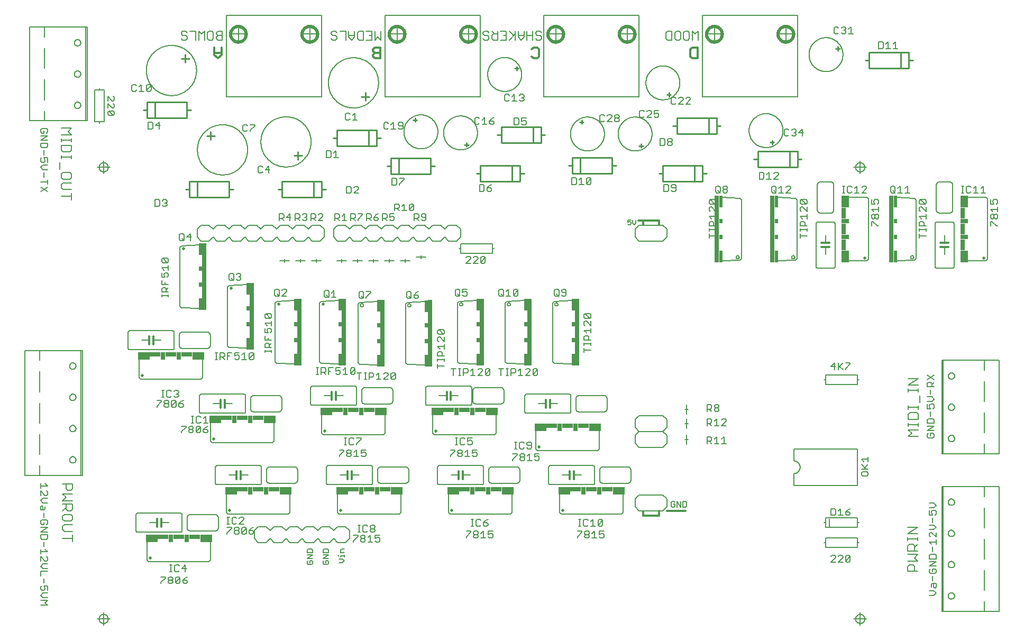
<source format=gto>
G75*
%MOIN*%
%OFA0B0*%
%FSLAX25Y25*%
%IPPOS*%
%LPD*%
%AMOC8*
5,1,8,0,0,1.08239X$1,22.5*
%
%ADD10C,0.00787*%
%ADD11C,0.00500*%
%ADD12C,0.02000*%
%ADD13C,0.00700*%
%ADD14C,0.00800*%
%ADD15C,0.01200*%
%ADD16C,0.00600*%
%ADD17C,0.01000*%
%ADD18C,0.02000*%
%ADD19R,0.07500X0.05000*%
%ADD20R,0.07000X0.03000*%
%ADD21R,0.03000X0.05000*%
%ADD22R,0.03000X0.42000*%
%ADD23R,0.02000X0.07500*%
%ADD24R,0.02000X0.03000*%
%ADD25R,0.05000X0.07500*%
%ADD26R,0.03000X0.07000*%
%ADD27R,0.05000X0.03000*%
D10*
X0177044Y0129366D02*
X0177044Y0137240D01*
X0174178Y0133303D02*
X0174180Y0133410D01*
X0174186Y0133516D01*
X0174196Y0133622D01*
X0174210Y0133728D01*
X0174227Y0133833D01*
X0174249Y0133937D01*
X0174275Y0134040D01*
X0174304Y0134143D01*
X0174337Y0134244D01*
X0174374Y0134344D01*
X0174414Y0134443D01*
X0174459Y0134540D01*
X0174506Y0134635D01*
X0174558Y0134728D01*
X0174612Y0134820D01*
X0174670Y0134909D01*
X0174732Y0134996D01*
X0174796Y0135081D01*
X0174864Y0135163D01*
X0174934Y0135243D01*
X0175008Y0135320D01*
X0175084Y0135394D01*
X0175164Y0135466D01*
X0175245Y0135534D01*
X0175329Y0135600D01*
X0175416Y0135662D01*
X0175505Y0135721D01*
X0175596Y0135776D01*
X0175689Y0135828D01*
X0175783Y0135877D01*
X0175880Y0135922D01*
X0175978Y0135963D01*
X0176078Y0136001D01*
X0176179Y0136035D01*
X0176281Y0136066D01*
X0176384Y0136092D01*
X0176488Y0136115D01*
X0176593Y0136133D01*
X0176699Y0136148D01*
X0176805Y0136159D01*
X0176911Y0136166D01*
X0177017Y0136169D01*
X0177124Y0136168D01*
X0177230Y0136163D01*
X0177337Y0136154D01*
X0177442Y0136141D01*
X0177548Y0136124D01*
X0177652Y0136104D01*
X0177756Y0136079D01*
X0177858Y0136051D01*
X0177960Y0136019D01*
X0178060Y0135983D01*
X0178159Y0135943D01*
X0178257Y0135900D01*
X0178352Y0135853D01*
X0178446Y0135803D01*
X0178538Y0135749D01*
X0178628Y0135692D01*
X0178716Y0135631D01*
X0178801Y0135567D01*
X0178884Y0135500D01*
X0178964Y0135430D01*
X0179042Y0135358D01*
X0179117Y0135282D01*
X0179189Y0135204D01*
X0179258Y0135122D01*
X0179324Y0135039D01*
X0179387Y0134953D01*
X0179447Y0134865D01*
X0179504Y0134774D01*
X0179557Y0134682D01*
X0179606Y0134587D01*
X0179652Y0134491D01*
X0179694Y0134394D01*
X0179733Y0134294D01*
X0179768Y0134194D01*
X0179799Y0134092D01*
X0179827Y0133989D01*
X0179850Y0133885D01*
X0179870Y0133780D01*
X0179886Y0133675D01*
X0179898Y0133569D01*
X0179906Y0133463D01*
X0179910Y0133356D01*
X0179910Y0133250D01*
X0179906Y0133143D01*
X0179898Y0133037D01*
X0179886Y0132931D01*
X0179870Y0132826D01*
X0179850Y0132721D01*
X0179827Y0132617D01*
X0179799Y0132514D01*
X0179768Y0132412D01*
X0179733Y0132312D01*
X0179694Y0132212D01*
X0179652Y0132115D01*
X0179606Y0132019D01*
X0179557Y0131924D01*
X0179504Y0131832D01*
X0179447Y0131741D01*
X0179387Y0131653D01*
X0179324Y0131567D01*
X0179258Y0131484D01*
X0179189Y0131402D01*
X0179117Y0131324D01*
X0179042Y0131248D01*
X0178964Y0131176D01*
X0178884Y0131106D01*
X0178801Y0131039D01*
X0178716Y0130975D01*
X0178628Y0130914D01*
X0178538Y0130857D01*
X0178446Y0130803D01*
X0178352Y0130753D01*
X0178257Y0130706D01*
X0178159Y0130663D01*
X0178060Y0130623D01*
X0177960Y0130587D01*
X0177858Y0130555D01*
X0177756Y0130527D01*
X0177652Y0130502D01*
X0177548Y0130482D01*
X0177442Y0130465D01*
X0177337Y0130452D01*
X0177230Y0130443D01*
X0177124Y0130438D01*
X0177017Y0130437D01*
X0176911Y0130440D01*
X0176805Y0130447D01*
X0176699Y0130458D01*
X0176593Y0130473D01*
X0176488Y0130491D01*
X0176384Y0130514D01*
X0176281Y0130540D01*
X0176179Y0130571D01*
X0176078Y0130605D01*
X0175978Y0130643D01*
X0175880Y0130684D01*
X0175783Y0130729D01*
X0175689Y0130778D01*
X0175596Y0130830D01*
X0175505Y0130885D01*
X0175416Y0130944D01*
X0175329Y0131006D01*
X0175245Y0131072D01*
X0175164Y0131140D01*
X0175084Y0131212D01*
X0175008Y0131286D01*
X0174934Y0131363D01*
X0174864Y0131443D01*
X0174796Y0131525D01*
X0174732Y0131610D01*
X0174670Y0131697D01*
X0174612Y0131786D01*
X0174558Y0131878D01*
X0174506Y0131971D01*
X0174459Y0132066D01*
X0174414Y0132163D01*
X0174374Y0132262D01*
X0174337Y0132362D01*
X0174304Y0132463D01*
X0174275Y0132566D01*
X0174249Y0132669D01*
X0174227Y0132773D01*
X0174210Y0132878D01*
X0174196Y0132984D01*
X0174186Y0133090D01*
X0174180Y0133196D01*
X0174178Y0133303D01*
X0173107Y0133303D02*
X0180981Y0133303D01*
X0177044Y0414012D02*
X0177044Y0421886D01*
X0174178Y0417949D02*
X0174180Y0418056D01*
X0174186Y0418162D01*
X0174196Y0418268D01*
X0174210Y0418374D01*
X0174227Y0418479D01*
X0174249Y0418583D01*
X0174275Y0418686D01*
X0174304Y0418789D01*
X0174337Y0418890D01*
X0174374Y0418990D01*
X0174414Y0419089D01*
X0174459Y0419186D01*
X0174506Y0419281D01*
X0174558Y0419374D01*
X0174612Y0419466D01*
X0174670Y0419555D01*
X0174732Y0419642D01*
X0174796Y0419727D01*
X0174864Y0419809D01*
X0174934Y0419889D01*
X0175008Y0419966D01*
X0175084Y0420040D01*
X0175164Y0420112D01*
X0175245Y0420180D01*
X0175329Y0420246D01*
X0175416Y0420308D01*
X0175505Y0420367D01*
X0175596Y0420422D01*
X0175689Y0420474D01*
X0175783Y0420523D01*
X0175880Y0420568D01*
X0175978Y0420609D01*
X0176078Y0420647D01*
X0176179Y0420681D01*
X0176281Y0420712D01*
X0176384Y0420738D01*
X0176488Y0420761D01*
X0176593Y0420779D01*
X0176699Y0420794D01*
X0176805Y0420805D01*
X0176911Y0420812D01*
X0177017Y0420815D01*
X0177124Y0420814D01*
X0177230Y0420809D01*
X0177337Y0420800D01*
X0177442Y0420787D01*
X0177548Y0420770D01*
X0177652Y0420750D01*
X0177756Y0420725D01*
X0177858Y0420697D01*
X0177960Y0420665D01*
X0178060Y0420629D01*
X0178159Y0420589D01*
X0178257Y0420546D01*
X0178352Y0420499D01*
X0178446Y0420449D01*
X0178538Y0420395D01*
X0178628Y0420338D01*
X0178716Y0420277D01*
X0178801Y0420213D01*
X0178884Y0420146D01*
X0178964Y0420076D01*
X0179042Y0420004D01*
X0179117Y0419928D01*
X0179189Y0419850D01*
X0179258Y0419768D01*
X0179324Y0419685D01*
X0179387Y0419599D01*
X0179447Y0419511D01*
X0179504Y0419420D01*
X0179557Y0419328D01*
X0179606Y0419233D01*
X0179652Y0419137D01*
X0179694Y0419040D01*
X0179733Y0418940D01*
X0179768Y0418840D01*
X0179799Y0418738D01*
X0179827Y0418635D01*
X0179850Y0418531D01*
X0179870Y0418426D01*
X0179886Y0418321D01*
X0179898Y0418215D01*
X0179906Y0418109D01*
X0179910Y0418002D01*
X0179910Y0417896D01*
X0179906Y0417789D01*
X0179898Y0417683D01*
X0179886Y0417577D01*
X0179870Y0417472D01*
X0179850Y0417367D01*
X0179827Y0417263D01*
X0179799Y0417160D01*
X0179768Y0417058D01*
X0179733Y0416958D01*
X0179694Y0416858D01*
X0179652Y0416761D01*
X0179606Y0416665D01*
X0179557Y0416570D01*
X0179504Y0416478D01*
X0179447Y0416387D01*
X0179387Y0416299D01*
X0179324Y0416213D01*
X0179258Y0416130D01*
X0179189Y0416048D01*
X0179117Y0415970D01*
X0179042Y0415894D01*
X0178964Y0415822D01*
X0178884Y0415752D01*
X0178801Y0415685D01*
X0178716Y0415621D01*
X0178628Y0415560D01*
X0178538Y0415503D01*
X0178446Y0415449D01*
X0178352Y0415399D01*
X0178257Y0415352D01*
X0178159Y0415309D01*
X0178060Y0415269D01*
X0177960Y0415233D01*
X0177858Y0415201D01*
X0177756Y0415173D01*
X0177652Y0415148D01*
X0177548Y0415128D01*
X0177442Y0415111D01*
X0177337Y0415098D01*
X0177230Y0415089D01*
X0177124Y0415084D01*
X0177017Y0415083D01*
X0176911Y0415086D01*
X0176805Y0415093D01*
X0176699Y0415104D01*
X0176593Y0415119D01*
X0176488Y0415137D01*
X0176384Y0415160D01*
X0176281Y0415186D01*
X0176179Y0415217D01*
X0176078Y0415251D01*
X0175978Y0415289D01*
X0175880Y0415330D01*
X0175783Y0415375D01*
X0175689Y0415424D01*
X0175596Y0415476D01*
X0175505Y0415531D01*
X0175416Y0415590D01*
X0175329Y0415652D01*
X0175245Y0415718D01*
X0175164Y0415786D01*
X0175084Y0415858D01*
X0175008Y0415932D01*
X0174934Y0416009D01*
X0174864Y0416089D01*
X0174796Y0416171D01*
X0174732Y0416256D01*
X0174670Y0416343D01*
X0174612Y0416432D01*
X0174558Y0416524D01*
X0174506Y0416617D01*
X0174459Y0416712D01*
X0174414Y0416809D01*
X0174374Y0416908D01*
X0174337Y0417008D01*
X0174304Y0417109D01*
X0174275Y0417212D01*
X0174249Y0417315D01*
X0174227Y0417419D01*
X0174210Y0417524D01*
X0174196Y0417630D01*
X0174186Y0417736D01*
X0174180Y0417842D01*
X0174178Y0417949D01*
X0173107Y0417949D02*
X0180981Y0417949D01*
X0262016Y0496412D02*
X0262016Y0506786D01*
X0257279Y0501949D02*
X0267053Y0501949D01*
X0302279Y0501949D02*
X0312053Y0501949D01*
X0307016Y0506786D02*
X0307016Y0496412D01*
X0357279Y0501949D02*
X0367053Y0501949D01*
X0362016Y0506786D02*
X0362016Y0496412D01*
X0402279Y0501949D02*
X0412053Y0501949D01*
X0407016Y0506786D02*
X0407016Y0496412D01*
X0457279Y0501949D02*
X0467053Y0501949D01*
X0462016Y0506786D02*
X0462016Y0496412D01*
X0502279Y0501949D02*
X0512053Y0501949D01*
X0507016Y0506786D02*
X0507016Y0496412D01*
X0557279Y0501949D02*
X0567053Y0501949D01*
X0562016Y0506786D02*
X0562016Y0496412D01*
X0602279Y0501949D02*
X0612053Y0501949D01*
X0607016Y0506786D02*
X0607016Y0496412D01*
X0653816Y0421886D02*
X0653816Y0414012D01*
X0650950Y0417949D02*
X0650952Y0418056D01*
X0650958Y0418162D01*
X0650968Y0418268D01*
X0650982Y0418374D01*
X0650999Y0418479D01*
X0651021Y0418583D01*
X0651047Y0418686D01*
X0651076Y0418789D01*
X0651109Y0418890D01*
X0651146Y0418990D01*
X0651186Y0419089D01*
X0651231Y0419186D01*
X0651278Y0419281D01*
X0651330Y0419374D01*
X0651384Y0419466D01*
X0651442Y0419555D01*
X0651504Y0419642D01*
X0651568Y0419727D01*
X0651636Y0419809D01*
X0651706Y0419889D01*
X0651780Y0419966D01*
X0651856Y0420040D01*
X0651936Y0420112D01*
X0652017Y0420180D01*
X0652101Y0420246D01*
X0652188Y0420308D01*
X0652277Y0420367D01*
X0652368Y0420422D01*
X0652461Y0420474D01*
X0652555Y0420523D01*
X0652652Y0420568D01*
X0652750Y0420609D01*
X0652850Y0420647D01*
X0652951Y0420681D01*
X0653053Y0420712D01*
X0653156Y0420738D01*
X0653260Y0420761D01*
X0653365Y0420779D01*
X0653471Y0420794D01*
X0653577Y0420805D01*
X0653683Y0420812D01*
X0653789Y0420815D01*
X0653896Y0420814D01*
X0654002Y0420809D01*
X0654109Y0420800D01*
X0654214Y0420787D01*
X0654320Y0420770D01*
X0654424Y0420750D01*
X0654528Y0420725D01*
X0654630Y0420697D01*
X0654732Y0420665D01*
X0654832Y0420629D01*
X0654931Y0420589D01*
X0655029Y0420546D01*
X0655124Y0420499D01*
X0655218Y0420449D01*
X0655310Y0420395D01*
X0655400Y0420338D01*
X0655488Y0420277D01*
X0655573Y0420213D01*
X0655656Y0420146D01*
X0655736Y0420076D01*
X0655814Y0420004D01*
X0655889Y0419928D01*
X0655961Y0419850D01*
X0656030Y0419768D01*
X0656096Y0419685D01*
X0656159Y0419599D01*
X0656219Y0419511D01*
X0656276Y0419420D01*
X0656329Y0419328D01*
X0656378Y0419233D01*
X0656424Y0419137D01*
X0656466Y0419040D01*
X0656505Y0418940D01*
X0656540Y0418840D01*
X0656571Y0418738D01*
X0656599Y0418635D01*
X0656622Y0418531D01*
X0656642Y0418426D01*
X0656658Y0418321D01*
X0656670Y0418215D01*
X0656678Y0418109D01*
X0656682Y0418002D01*
X0656682Y0417896D01*
X0656678Y0417789D01*
X0656670Y0417683D01*
X0656658Y0417577D01*
X0656642Y0417472D01*
X0656622Y0417367D01*
X0656599Y0417263D01*
X0656571Y0417160D01*
X0656540Y0417058D01*
X0656505Y0416958D01*
X0656466Y0416858D01*
X0656424Y0416761D01*
X0656378Y0416665D01*
X0656329Y0416570D01*
X0656276Y0416478D01*
X0656219Y0416387D01*
X0656159Y0416299D01*
X0656096Y0416213D01*
X0656030Y0416130D01*
X0655961Y0416048D01*
X0655889Y0415970D01*
X0655814Y0415894D01*
X0655736Y0415822D01*
X0655656Y0415752D01*
X0655573Y0415685D01*
X0655488Y0415621D01*
X0655400Y0415560D01*
X0655310Y0415503D01*
X0655218Y0415449D01*
X0655124Y0415399D01*
X0655029Y0415352D01*
X0654931Y0415309D01*
X0654832Y0415269D01*
X0654732Y0415233D01*
X0654630Y0415201D01*
X0654528Y0415173D01*
X0654424Y0415148D01*
X0654320Y0415128D01*
X0654214Y0415111D01*
X0654109Y0415098D01*
X0654002Y0415089D01*
X0653896Y0415084D01*
X0653789Y0415083D01*
X0653683Y0415086D01*
X0653577Y0415093D01*
X0653471Y0415104D01*
X0653365Y0415119D01*
X0653260Y0415137D01*
X0653156Y0415160D01*
X0653053Y0415186D01*
X0652951Y0415217D01*
X0652850Y0415251D01*
X0652750Y0415289D01*
X0652652Y0415330D01*
X0652555Y0415375D01*
X0652461Y0415424D01*
X0652368Y0415476D01*
X0652277Y0415531D01*
X0652188Y0415590D01*
X0652101Y0415652D01*
X0652017Y0415718D01*
X0651936Y0415786D01*
X0651856Y0415858D01*
X0651780Y0415932D01*
X0651706Y0416009D01*
X0651636Y0416089D01*
X0651568Y0416171D01*
X0651504Y0416256D01*
X0651442Y0416343D01*
X0651384Y0416432D01*
X0651330Y0416524D01*
X0651278Y0416617D01*
X0651231Y0416712D01*
X0651186Y0416809D01*
X0651146Y0416908D01*
X0651109Y0417008D01*
X0651076Y0417109D01*
X0651047Y0417212D01*
X0651021Y0417315D01*
X0650999Y0417419D01*
X0650982Y0417524D01*
X0650968Y0417630D01*
X0650958Y0417736D01*
X0650952Y0417842D01*
X0650950Y0417949D01*
X0649879Y0417949D02*
X0657753Y0417949D01*
X0653816Y0137240D02*
X0653816Y0129366D01*
X0650950Y0133303D02*
X0650952Y0133410D01*
X0650958Y0133516D01*
X0650968Y0133622D01*
X0650982Y0133728D01*
X0650999Y0133833D01*
X0651021Y0133937D01*
X0651047Y0134040D01*
X0651076Y0134143D01*
X0651109Y0134244D01*
X0651146Y0134344D01*
X0651186Y0134443D01*
X0651231Y0134540D01*
X0651278Y0134635D01*
X0651330Y0134728D01*
X0651384Y0134820D01*
X0651442Y0134909D01*
X0651504Y0134996D01*
X0651568Y0135081D01*
X0651636Y0135163D01*
X0651706Y0135243D01*
X0651780Y0135320D01*
X0651856Y0135394D01*
X0651936Y0135466D01*
X0652017Y0135534D01*
X0652101Y0135600D01*
X0652188Y0135662D01*
X0652277Y0135721D01*
X0652368Y0135776D01*
X0652461Y0135828D01*
X0652555Y0135877D01*
X0652652Y0135922D01*
X0652750Y0135963D01*
X0652850Y0136001D01*
X0652951Y0136035D01*
X0653053Y0136066D01*
X0653156Y0136092D01*
X0653260Y0136115D01*
X0653365Y0136133D01*
X0653471Y0136148D01*
X0653577Y0136159D01*
X0653683Y0136166D01*
X0653789Y0136169D01*
X0653896Y0136168D01*
X0654002Y0136163D01*
X0654109Y0136154D01*
X0654214Y0136141D01*
X0654320Y0136124D01*
X0654424Y0136104D01*
X0654528Y0136079D01*
X0654630Y0136051D01*
X0654732Y0136019D01*
X0654832Y0135983D01*
X0654931Y0135943D01*
X0655029Y0135900D01*
X0655124Y0135853D01*
X0655218Y0135803D01*
X0655310Y0135749D01*
X0655400Y0135692D01*
X0655488Y0135631D01*
X0655573Y0135567D01*
X0655656Y0135500D01*
X0655736Y0135430D01*
X0655814Y0135358D01*
X0655889Y0135282D01*
X0655961Y0135204D01*
X0656030Y0135122D01*
X0656096Y0135039D01*
X0656159Y0134953D01*
X0656219Y0134865D01*
X0656276Y0134774D01*
X0656329Y0134682D01*
X0656378Y0134587D01*
X0656424Y0134491D01*
X0656466Y0134394D01*
X0656505Y0134294D01*
X0656540Y0134194D01*
X0656571Y0134092D01*
X0656599Y0133989D01*
X0656622Y0133885D01*
X0656642Y0133780D01*
X0656658Y0133675D01*
X0656670Y0133569D01*
X0656678Y0133463D01*
X0656682Y0133356D01*
X0656682Y0133250D01*
X0656678Y0133143D01*
X0656670Y0133037D01*
X0656658Y0132931D01*
X0656642Y0132826D01*
X0656622Y0132721D01*
X0656599Y0132617D01*
X0656571Y0132514D01*
X0656540Y0132412D01*
X0656505Y0132312D01*
X0656466Y0132212D01*
X0656424Y0132115D01*
X0656378Y0132019D01*
X0656329Y0131924D01*
X0656276Y0131832D01*
X0656219Y0131741D01*
X0656159Y0131653D01*
X0656096Y0131567D01*
X0656030Y0131484D01*
X0655961Y0131402D01*
X0655889Y0131324D01*
X0655814Y0131248D01*
X0655736Y0131176D01*
X0655656Y0131106D01*
X0655573Y0131039D01*
X0655488Y0130975D01*
X0655400Y0130914D01*
X0655310Y0130857D01*
X0655218Y0130803D01*
X0655124Y0130753D01*
X0655029Y0130706D01*
X0654931Y0130663D01*
X0654832Y0130623D01*
X0654732Y0130587D01*
X0654630Y0130555D01*
X0654528Y0130527D01*
X0654424Y0130502D01*
X0654320Y0130482D01*
X0654214Y0130465D01*
X0654109Y0130452D01*
X0654002Y0130443D01*
X0653896Y0130438D01*
X0653789Y0130437D01*
X0653683Y0130440D01*
X0653577Y0130447D01*
X0653471Y0130458D01*
X0653365Y0130473D01*
X0653260Y0130491D01*
X0653156Y0130514D01*
X0653053Y0130540D01*
X0652951Y0130571D01*
X0652850Y0130605D01*
X0652750Y0130643D01*
X0652652Y0130684D01*
X0652555Y0130729D01*
X0652461Y0130778D01*
X0652368Y0130830D01*
X0652277Y0130885D01*
X0652188Y0130944D01*
X0652101Y0131006D01*
X0652017Y0131072D01*
X0651936Y0131140D01*
X0651856Y0131212D01*
X0651780Y0131286D01*
X0651706Y0131363D01*
X0651636Y0131443D01*
X0651568Y0131525D01*
X0651504Y0131610D01*
X0651442Y0131697D01*
X0651384Y0131786D01*
X0651330Y0131878D01*
X0651278Y0131971D01*
X0651231Y0132066D01*
X0651186Y0132163D01*
X0651146Y0132262D01*
X0651109Y0132362D01*
X0651076Y0132463D01*
X0651047Y0132566D01*
X0651021Y0132669D01*
X0650999Y0132773D01*
X0650982Y0132878D01*
X0650968Y0132984D01*
X0650958Y0133090D01*
X0650952Y0133196D01*
X0650950Y0133303D01*
X0649879Y0133303D02*
X0657753Y0133303D01*
D11*
X0511439Y0381683D02*
X0512440Y0382684D01*
X0512440Y0384686D01*
X0510438Y0384686D02*
X0510438Y0382684D01*
X0511439Y0381683D01*
X0509217Y0382183D02*
X0508716Y0381683D01*
X0507716Y0381683D01*
X0507215Y0382183D01*
X0507215Y0383184D02*
X0508216Y0383685D01*
X0508716Y0383685D01*
X0509217Y0383184D01*
X0509217Y0382183D01*
X0507215Y0383184D02*
X0507215Y0384686D01*
X0509217Y0384686D01*
X0532389Y0498178D02*
X0535141Y0498178D01*
X0535141Y0503683D01*
X0532389Y0503683D01*
X0531471Y0502766D01*
X0531471Y0499096D01*
X0532389Y0498178D01*
X0536996Y0499096D02*
X0537913Y0498178D01*
X0539748Y0498178D01*
X0540666Y0499096D01*
X0540666Y0502766D01*
X0539748Y0503683D01*
X0537913Y0503683D01*
X0536996Y0502766D01*
X0536996Y0499096D01*
X0542521Y0499096D02*
X0542521Y0502766D01*
X0543438Y0503683D01*
X0545273Y0503683D01*
X0546191Y0502766D01*
X0546191Y0499096D01*
X0545273Y0498178D01*
X0543438Y0498178D01*
X0542521Y0499096D01*
X0548045Y0498178D02*
X0548045Y0503683D01*
X0549880Y0501848D01*
X0551715Y0503683D01*
X0551715Y0498178D01*
X0452965Y0499096D02*
X0452965Y0500013D01*
X0452048Y0500931D01*
X0450213Y0500931D01*
X0449295Y0501848D01*
X0449295Y0502766D01*
X0450213Y0503683D01*
X0452048Y0503683D01*
X0452965Y0502766D01*
X0452965Y0499096D02*
X0452048Y0498178D01*
X0450213Y0498178D01*
X0449295Y0499096D01*
X0447441Y0498178D02*
X0447441Y0503683D01*
X0447441Y0500931D02*
X0443771Y0500931D01*
X0441916Y0500931D02*
X0438246Y0500931D01*
X0438246Y0500013D02*
X0438246Y0503683D01*
X0436391Y0503683D02*
X0436391Y0498178D01*
X0438246Y0500013D02*
X0440081Y0498178D01*
X0441916Y0500013D01*
X0441916Y0503683D01*
X0443771Y0503683D02*
X0443771Y0498178D01*
X0436391Y0501848D02*
X0432721Y0498178D01*
X0430866Y0498178D02*
X0430866Y0503683D01*
X0427197Y0503683D01*
X0425342Y0503683D02*
X0425342Y0498178D01*
X0422589Y0498178D01*
X0421672Y0499096D01*
X0421672Y0500931D01*
X0422589Y0501848D01*
X0425342Y0501848D01*
X0423507Y0501848D02*
X0421672Y0503683D01*
X0419817Y0502766D02*
X0418899Y0503683D01*
X0417065Y0503683D01*
X0416147Y0502766D01*
X0416147Y0501848D01*
X0417065Y0500931D01*
X0418899Y0500931D01*
X0419817Y0500013D01*
X0419817Y0499096D01*
X0418899Y0498178D01*
X0417065Y0498178D01*
X0416147Y0499096D01*
X0427197Y0498178D02*
X0430866Y0498178D01*
X0430866Y0500931D02*
X0429031Y0500931D01*
X0432721Y0503683D02*
X0435474Y0500931D01*
X0351715Y0503683D02*
X0351715Y0498178D01*
X0349880Y0500013D01*
X0348045Y0498178D01*
X0348045Y0503683D01*
X0346191Y0503683D02*
X0342521Y0503683D01*
X0340666Y0503683D02*
X0337913Y0503683D01*
X0336996Y0502766D01*
X0336996Y0499096D01*
X0337913Y0498178D01*
X0340666Y0498178D01*
X0340666Y0503683D01*
X0344356Y0500931D02*
X0346191Y0500931D01*
X0346191Y0503683D02*
X0346191Y0498178D01*
X0342521Y0498178D01*
X0335141Y0500013D02*
X0335141Y0503683D01*
X0335141Y0500931D02*
X0331471Y0500931D01*
X0331471Y0500013D02*
X0331471Y0503683D01*
X0329616Y0503683D02*
X0325947Y0503683D01*
X0324092Y0502766D02*
X0323174Y0503683D01*
X0321339Y0503683D01*
X0320422Y0502766D01*
X0320422Y0501848D01*
X0321339Y0500931D01*
X0323174Y0500931D01*
X0324092Y0500013D01*
X0324092Y0499096D01*
X0323174Y0498178D01*
X0321339Y0498178D01*
X0320422Y0499096D01*
X0329616Y0498178D02*
X0329616Y0503683D01*
X0331471Y0500013D02*
X0333306Y0498178D01*
X0335141Y0500013D01*
X0251715Y0500931D02*
X0248963Y0500931D01*
X0248045Y0501848D01*
X0248045Y0502766D01*
X0248963Y0503683D01*
X0251715Y0503683D01*
X0251715Y0498178D01*
X0248963Y0498178D01*
X0248045Y0499096D01*
X0248045Y0500013D01*
X0248963Y0500931D01*
X0246191Y0502766D02*
X0245273Y0503683D01*
X0243438Y0503683D01*
X0242521Y0502766D01*
X0242521Y0499096D01*
X0243438Y0498178D01*
X0245273Y0498178D01*
X0246191Y0499096D01*
X0246191Y0502766D01*
X0240666Y0503683D02*
X0240666Y0498178D01*
X0236996Y0498178D02*
X0236996Y0503683D01*
X0238831Y0501848D01*
X0240666Y0503683D01*
X0235141Y0503683D02*
X0231471Y0503683D01*
X0229616Y0502766D02*
X0228699Y0503683D01*
X0226864Y0503683D01*
X0225947Y0502766D01*
X0225947Y0501848D01*
X0226864Y0500931D01*
X0228699Y0500931D01*
X0229616Y0500013D01*
X0229616Y0499096D01*
X0228699Y0498178D01*
X0226864Y0498178D01*
X0225947Y0499096D01*
X0235141Y0498178D02*
X0235141Y0503683D01*
D12*
X0257044Y0501733D02*
X0257046Y0501873D01*
X0257052Y0502013D01*
X0257062Y0502152D01*
X0257076Y0502291D01*
X0257094Y0502430D01*
X0257115Y0502568D01*
X0257141Y0502706D01*
X0257171Y0502843D01*
X0257204Y0502978D01*
X0257242Y0503113D01*
X0257283Y0503247D01*
X0257328Y0503380D01*
X0257376Y0503511D01*
X0257429Y0503640D01*
X0257485Y0503769D01*
X0257544Y0503895D01*
X0257608Y0504020D01*
X0257674Y0504143D01*
X0257745Y0504264D01*
X0257818Y0504383D01*
X0257895Y0504500D01*
X0257976Y0504614D01*
X0258059Y0504726D01*
X0258146Y0504836D01*
X0258236Y0504944D01*
X0258328Y0505048D01*
X0258424Y0505150D01*
X0258523Y0505250D01*
X0258624Y0505346D01*
X0258728Y0505440D01*
X0258835Y0505530D01*
X0258944Y0505617D01*
X0259056Y0505702D01*
X0259170Y0505783D01*
X0259286Y0505861D01*
X0259404Y0505935D01*
X0259525Y0506006D01*
X0259647Y0506074D01*
X0259772Y0506138D01*
X0259898Y0506199D01*
X0260025Y0506256D01*
X0260155Y0506309D01*
X0260286Y0506359D01*
X0260418Y0506404D01*
X0260551Y0506447D01*
X0260686Y0506485D01*
X0260821Y0506519D01*
X0260958Y0506550D01*
X0261095Y0506577D01*
X0261233Y0506599D01*
X0261372Y0506618D01*
X0261511Y0506633D01*
X0261650Y0506644D01*
X0261790Y0506651D01*
X0261930Y0506654D01*
X0262070Y0506653D01*
X0262210Y0506648D01*
X0262349Y0506639D01*
X0262489Y0506626D01*
X0262628Y0506609D01*
X0262766Y0506588D01*
X0262904Y0506564D01*
X0263041Y0506535D01*
X0263177Y0506503D01*
X0263312Y0506466D01*
X0263446Y0506426D01*
X0263579Y0506382D01*
X0263710Y0506334D01*
X0263840Y0506283D01*
X0263969Y0506228D01*
X0264096Y0506169D01*
X0264221Y0506106D01*
X0264344Y0506041D01*
X0264466Y0505971D01*
X0264585Y0505898D01*
X0264703Y0505822D01*
X0264818Y0505743D01*
X0264931Y0505660D01*
X0265041Y0505574D01*
X0265149Y0505485D01*
X0265254Y0505393D01*
X0265357Y0505298D01*
X0265457Y0505200D01*
X0265554Y0505100D01*
X0265648Y0504996D01*
X0265740Y0504890D01*
X0265828Y0504782D01*
X0265913Y0504671D01*
X0265995Y0504557D01*
X0266074Y0504441D01*
X0266149Y0504324D01*
X0266221Y0504204D01*
X0266289Y0504082D01*
X0266354Y0503958D01*
X0266416Y0503832D01*
X0266474Y0503705D01*
X0266528Y0503576D01*
X0266579Y0503445D01*
X0266625Y0503313D01*
X0266668Y0503180D01*
X0266708Y0503046D01*
X0266743Y0502911D01*
X0266775Y0502774D01*
X0266802Y0502637D01*
X0266826Y0502499D01*
X0266846Y0502361D01*
X0266862Y0502222D01*
X0266874Y0502082D01*
X0266882Y0501943D01*
X0266886Y0501803D01*
X0266886Y0501663D01*
X0266882Y0501523D01*
X0266874Y0501384D01*
X0266862Y0501244D01*
X0266846Y0501105D01*
X0266826Y0500967D01*
X0266802Y0500829D01*
X0266775Y0500692D01*
X0266743Y0500555D01*
X0266708Y0500420D01*
X0266668Y0500286D01*
X0266625Y0500153D01*
X0266579Y0500021D01*
X0266528Y0499890D01*
X0266474Y0499761D01*
X0266416Y0499634D01*
X0266354Y0499508D01*
X0266289Y0499384D01*
X0266221Y0499262D01*
X0266149Y0499142D01*
X0266074Y0499025D01*
X0265995Y0498909D01*
X0265913Y0498795D01*
X0265828Y0498684D01*
X0265740Y0498576D01*
X0265648Y0498470D01*
X0265554Y0498366D01*
X0265457Y0498266D01*
X0265357Y0498168D01*
X0265254Y0498073D01*
X0265149Y0497981D01*
X0265041Y0497892D01*
X0264931Y0497806D01*
X0264818Y0497723D01*
X0264703Y0497644D01*
X0264585Y0497568D01*
X0264466Y0497495D01*
X0264344Y0497425D01*
X0264221Y0497360D01*
X0264096Y0497297D01*
X0263969Y0497238D01*
X0263840Y0497183D01*
X0263710Y0497132D01*
X0263579Y0497084D01*
X0263446Y0497040D01*
X0263312Y0497000D01*
X0263177Y0496963D01*
X0263041Y0496931D01*
X0262904Y0496902D01*
X0262766Y0496878D01*
X0262628Y0496857D01*
X0262489Y0496840D01*
X0262349Y0496827D01*
X0262210Y0496818D01*
X0262070Y0496813D01*
X0261930Y0496812D01*
X0261790Y0496815D01*
X0261650Y0496822D01*
X0261511Y0496833D01*
X0261372Y0496848D01*
X0261233Y0496867D01*
X0261095Y0496889D01*
X0260958Y0496916D01*
X0260821Y0496947D01*
X0260686Y0496981D01*
X0260551Y0497019D01*
X0260418Y0497062D01*
X0260286Y0497107D01*
X0260155Y0497157D01*
X0260025Y0497210D01*
X0259898Y0497267D01*
X0259772Y0497328D01*
X0259647Y0497392D01*
X0259525Y0497460D01*
X0259404Y0497531D01*
X0259286Y0497605D01*
X0259170Y0497683D01*
X0259056Y0497764D01*
X0258944Y0497849D01*
X0258835Y0497936D01*
X0258728Y0498026D01*
X0258624Y0498120D01*
X0258523Y0498216D01*
X0258424Y0498316D01*
X0258328Y0498418D01*
X0258236Y0498522D01*
X0258146Y0498630D01*
X0258059Y0498740D01*
X0257976Y0498852D01*
X0257895Y0498966D01*
X0257818Y0499083D01*
X0257745Y0499202D01*
X0257674Y0499323D01*
X0257608Y0499446D01*
X0257544Y0499571D01*
X0257485Y0499697D01*
X0257429Y0499826D01*
X0257376Y0499955D01*
X0257328Y0500086D01*
X0257283Y0500219D01*
X0257242Y0500353D01*
X0257204Y0500488D01*
X0257171Y0500623D01*
X0257141Y0500760D01*
X0257115Y0500898D01*
X0257094Y0501036D01*
X0257076Y0501175D01*
X0257062Y0501314D01*
X0257052Y0501453D01*
X0257046Y0501593D01*
X0257044Y0501733D01*
X0302044Y0501733D02*
X0302046Y0501873D01*
X0302052Y0502013D01*
X0302062Y0502152D01*
X0302076Y0502291D01*
X0302094Y0502430D01*
X0302115Y0502568D01*
X0302141Y0502706D01*
X0302171Y0502843D01*
X0302204Y0502978D01*
X0302242Y0503113D01*
X0302283Y0503247D01*
X0302328Y0503380D01*
X0302376Y0503511D01*
X0302429Y0503640D01*
X0302485Y0503769D01*
X0302544Y0503895D01*
X0302608Y0504020D01*
X0302674Y0504143D01*
X0302745Y0504264D01*
X0302818Y0504383D01*
X0302895Y0504500D01*
X0302976Y0504614D01*
X0303059Y0504726D01*
X0303146Y0504836D01*
X0303236Y0504944D01*
X0303328Y0505048D01*
X0303424Y0505150D01*
X0303523Y0505250D01*
X0303624Y0505346D01*
X0303728Y0505440D01*
X0303835Y0505530D01*
X0303944Y0505617D01*
X0304056Y0505702D01*
X0304170Y0505783D01*
X0304286Y0505861D01*
X0304404Y0505935D01*
X0304525Y0506006D01*
X0304647Y0506074D01*
X0304772Y0506138D01*
X0304898Y0506199D01*
X0305025Y0506256D01*
X0305155Y0506309D01*
X0305286Y0506359D01*
X0305418Y0506404D01*
X0305551Y0506447D01*
X0305686Y0506485D01*
X0305821Y0506519D01*
X0305958Y0506550D01*
X0306095Y0506577D01*
X0306233Y0506599D01*
X0306372Y0506618D01*
X0306511Y0506633D01*
X0306650Y0506644D01*
X0306790Y0506651D01*
X0306930Y0506654D01*
X0307070Y0506653D01*
X0307210Y0506648D01*
X0307349Y0506639D01*
X0307489Y0506626D01*
X0307628Y0506609D01*
X0307766Y0506588D01*
X0307904Y0506564D01*
X0308041Y0506535D01*
X0308177Y0506503D01*
X0308312Y0506466D01*
X0308446Y0506426D01*
X0308579Y0506382D01*
X0308710Y0506334D01*
X0308840Y0506283D01*
X0308969Y0506228D01*
X0309096Y0506169D01*
X0309221Y0506106D01*
X0309344Y0506041D01*
X0309466Y0505971D01*
X0309585Y0505898D01*
X0309703Y0505822D01*
X0309818Y0505743D01*
X0309931Y0505660D01*
X0310041Y0505574D01*
X0310149Y0505485D01*
X0310254Y0505393D01*
X0310357Y0505298D01*
X0310457Y0505200D01*
X0310554Y0505100D01*
X0310648Y0504996D01*
X0310740Y0504890D01*
X0310828Y0504782D01*
X0310913Y0504671D01*
X0310995Y0504557D01*
X0311074Y0504441D01*
X0311149Y0504324D01*
X0311221Y0504204D01*
X0311289Y0504082D01*
X0311354Y0503958D01*
X0311416Y0503832D01*
X0311474Y0503705D01*
X0311528Y0503576D01*
X0311579Y0503445D01*
X0311625Y0503313D01*
X0311668Y0503180D01*
X0311708Y0503046D01*
X0311743Y0502911D01*
X0311775Y0502774D01*
X0311802Y0502637D01*
X0311826Y0502499D01*
X0311846Y0502361D01*
X0311862Y0502222D01*
X0311874Y0502082D01*
X0311882Y0501943D01*
X0311886Y0501803D01*
X0311886Y0501663D01*
X0311882Y0501523D01*
X0311874Y0501384D01*
X0311862Y0501244D01*
X0311846Y0501105D01*
X0311826Y0500967D01*
X0311802Y0500829D01*
X0311775Y0500692D01*
X0311743Y0500555D01*
X0311708Y0500420D01*
X0311668Y0500286D01*
X0311625Y0500153D01*
X0311579Y0500021D01*
X0311528Y0499890D01*
X0311474Y0499761D01*
X0311416Y0499634D01*
X0311354Y0499508D01*
X0311289Y0499384D01*
X0311221Y0499262D01*
X0311149Y0499142D01*
X0311074Y0499025D01*
X0310995Y0498909D01*
X0310913Y0498795D01*
X0310828Y0498684D01*
X0310740Y0498576D01*
X0310648Y0498470D01*
X0310554Y0498366D01*
X0310457Y0498266D01*
X0310357Y0498168D01*
X0310254Y0498073D01*
X0310149Y0497981D01*
X0310041Y0497892D01*
X0309931Y0497806D01*
X0309818Y0497723D01*
X0309703Y0497644D01*
X0309585Y0497568D01*
X0309466Y0497495D01*
X0309344Y0497425D01*
X0309221Y0497360D01*
X0309096Y0497297D01*
X0308969Y0497238D01*
X0308840Y0497183D01*
X0308710Y0497132D01*
X0308579Y0497084D01*
X0308446Y0497040D01*
X0308312Y0497000D01*
X0308177Y0496963D01*
X0308041Y0496931D01*
X0307904Y0496902D01*
X0307766Y0496878D01*
X0307628Y0496857D01*
X0307489Y0496840D01*
X0307349Y0496827D01*
X0307210Y0496818D01*
X0307070Y0496813D01*
X0306930Y0496812D01*
X0306790Y0496815D01*
X0306650Y0496822D01*
X0306511Y0496833D01*
X0306372Y0496848D01*
X0306233Y0496867D01*
X0306095Y0496889D01*
X0305958Y0496916D01*
X0305821Y0496947D01*
X0305686Y0496981D01*
X0305551Y0497019D01*
X0305418Y0497062D01*
X0305286Y0497107D01*
X0305155Y0497157D01*
X0305025Y0497210D01*
X0304898Y0497267D01*
X0304772Y0497328D01*
X0304647Y0497392D01*
X0304525Y0497460D01*
X0304404Y0497531D01*
X0304286Y0497605D01*
X0304170Y0497683D01*
X0304056Y0497764D01*
X0303944Y0497849D01*
X0303835Y0497936D01*
X0303728Y0498026D01*
X0303624Y0498120D01*
X0303523Y0498216D01*
X0303424Y0498316D01*
X0303328Y0498418D01*
X0303236Y0498522D01*
X0303146Y0498630D01*
X0303059Y0498740D01*
X0302976Y0498852D01*
X0302895Y0498966D01*
X0302818Y0499083D01*
X0302745Y0499202D01*
X0302674Y0499323D01*
X0302608Y0499446D01*
X0302544Y0499571D01*
X0302485Y0499697D01*
X0302429Y0499826D01*
X0302376Y0499955D01*
X0302328Y0500086D01*
X0302283Y0500219D01*
X0302242Y0500353D01*
X0302204Y0500488D01*
X0302171Y0500623D01*
X0302141Y0500760D01*
X0302115Y0500898D01*
X0302094Y0501036D01*
X0302076Y0501175D01*
X0302062Y0501314D01*
X0302052Y0501453D01*
X0302046Y0501593D01*
X0302044Y0501733D01*
X0357044Y0501733D02*
X0357046Y0501873D01*
X0357052Y0502013D01*
X0357062Y0502152D01*
X0357076Y0502291D01*
X0357094Y0502430D01*
X0357115Y0502568D01*
X0357141Y0502706D01*
X0357171Y0502843D01*
X0357204Y0502978D01*
X0357242Y0503113D01*
X0357283Y0503247D01*
X0357328Y0503380D01*
X0357376Y0503511D01*
X0357429Y0503640D01*
X0357485Y0503769D01*
X0357544Y0503895D01*
X0357608Y0504020D01*
X0357674Y0504143D01*
X0357745Y0504264D01*
X0357818Y0504383D01*
X0357895Y0504500D01*
X0357976Y0504614D01*
X0358059Y0504726D01*
X0358146Y0504836D01*
X0358236Y0504944D01*
X0358328Y0505048D01*
X0358424Y0505150D01*
X0358523Y0505250D01*
X0358624Y0505346D01*
X0358728Y0505440D01*
X0358835Y0505530D01*
X0358944Y0505617D01*
X0359056Y0505702D01*
X0359170Y0505783D01*
X0359286Y0505861D01*
X0359404Y0505935D01*
X0359525Y0506006D01*
X0359647Y0506074D01*
X0359772Y0506138D01*
X0359898Y0506199D01*
X0360025Y0506256D01*
X0360155Y0506309D01*
X0360286Y0506359D01*
X0360418Y0506404D01*
X0360551Y0506447D01*
X0360686Y0506485D01*
X0360821Y0506519D01*
X0360958Y0506550D01*
X0361095Y0506577D01*
X0361233Y0506599D01*
X0361372Y0506618D01*
X0361511Y0506633D01*
X0361650Y0506644D01*
X0361790Y0506651D01*
X0361930Y0506654D01*
X0362070Y0506653D01*
X0362210Y0506648D01*
X0362349Y0506639D01*
X0362489Y0506626D01*
X0362628Y0506609D01*
X0362766Y0506588D01*
X0362904Y0506564D01*
X0363041Y0506535D01*
X0363177Y0506503D01*
X0363312Y0506466D01*
X0363446Y0506426D01*
X0363579Y0506382D01*
X0363710Y0506334D01*
X0363840Y0506283D01*
X0363969Y0506228D01*
X0364096Y0506169D01*
X0364221Y0506106D01*
X0364344Y0506041D01*
X0364466Y0505971D01*
X0364585Y0505898D01*
X0364703Y0505822D01*
X0364818Y0505743D01*
X0364931Y0505660D01*
X0365041Y0505574D01*
X0365149Y0505485D01*
X0365254Y0505393D01*
X0365357Y0505298D01*
X0365457Y0505200D01*
X0365554Y0505100D01*
X0365648Y0504996D01*
X0365740Y0504890D01*
X0365828Y0504782D01*
X0365913Y0504671D01*
X0365995Y0504557D01*
X0366074Y0504441D01*
X0366149Y0504324D01*
X0366221Y0504204D01*
X0366289Y0504082D01*
X0366354Y0503958D01*
X0366416Y0503832D01*
X0366474Y0503705D01*
X0366528Y0503576D01*
X0366579Y0503445D01*
X0366625Y0503313D01*
X0366668Y0503180D01*
X0366708Y0503046D01*
X0366743Y0502911D01*
X0366775Y0502774D01*
X0366802Y0502637D01*
X0366826Y0502499D01*
X0366846Y0502361D01*
X0366862Y0502222D01*
X0366874Y0502082D01*
X0366882Y0501943D01*
X0366886Y0501803D01*
X0366886Y0501663D01*
X0366882Y0501523D01*
X0366874Y0501384D01*
X0366862Y0501244D01*
X0366846Y0501105D01*
X0366826Y0500967D01*
X0366802Y0500829D01*
X0366775Y0500692D01*
X0366743Y0500555D01*
X0366708Y0500420D01*
X0366668Y0500286D01*
X0366625Y0500153D01*
X0366579Y0500021D01*
X0366528Y0499890D01*
X0366474Y0499761D01*
X0366416Y0499634D01*
X0366354Y0499508D01*
X0366289Y0499384D01*
X0366221Y0499262D01*
X0366149Y0499142D01*
X0366074Y0499025D01*
X0365995Y0498909D01*
X0365913Y0498795D01*
X0365828Y0498684D01*
X0365740Y0498576D01*
X0365648Y0498470D01*
X0365554Y0498366D01*
X0365457Y0498266D01*
X0365357Y0498168D01*
X0365254Y0498073D01*
X0365149Y0497981D01*
X0365041Y0497892D01*
X0364931Y0497806D01*
X0364818Y0497723D01*
X0364703Y0497644D01*
X0364585Y0497568D01*
X0364466Y0497495D01*
X0364344Y0497425D01*
X0364221Y0497360D01*
X0364096Y0497297D01*
X0363969Y0497238D01*
X0363840Y0497183D01*
X0363710Y0497132D01*
X0363579Y0497084D01*
X0363446Y0497040D01*
X0363312Y0497000D01*
X0363177Y0496963D01*
X0363041Y0496931D01*
X0362904Y0496902D01*
X0362766Y0496878D01*
X0362628Y0496857D01*
X0362489Y0496840D01*
X0362349Y0496827D01*
X0362210Y0496818D01*
X0362070Y0496813D01*
X0361930Y0496812D01*
X0361790Y0496815D01*
X0361650Y0496822D01*
X0361511Y0496833D01*
X0361372Y0496848D01*
X0361233Y0496867D01*
X0361095Y0496889D01*
X0360958Y0496916D01*
X0360821Y0496947D01*
X0360686Y0496981D01*
X0360551Y0497019D01*
X0360418Y0497062D01*
X0360286Y0497107D01*
X0360155Y0497157D01*
X0360025Y0497210D01*
X0359898Y0497267D01*
X0359772Y0497328D01*
X0359647Y0497392D01*
X0359525Y0497460D01*
X0359404Y0497531D01*
X0359286Y0497605D01*
X0359170Y0497683D01*
X0359056Y0497764D01*
X0358944Y0497849D01*
X0358835Y0497936D01*
X0358728Y0498026D01*
X0358624Y0498120D01*
X0358523Y0498216D01*
X0358424Y0498316D01*
X0358328Y0498418D01*
X0358236Y0498522D01*
X0358146Y0498630D01*
X0358059Y0498740D01*
X0357976Y0498852D01*
X0357895Y0498966D01*
X0357818Y0499083D01*
X0357745Y0499202D01*
X0357674Y0499323D01*
X0357608Y0499446D01*
X0357544Y0499571D01*
X0357485Y0499697D01*
X0357429Y0499826D01*
X0357376Y0499955D01*
X0357328Y0500086D01*
X0357283Y0500219D01*
X0357242Y0500353D01*
X0357204Y0500488D01*
X0357171Y0500623D01*
X0357141Y0500760D01*
X0357115Y0500898D01*
X0357094Y0501036D01*
X0357076Y0501175D01*
X0357062Y0501314D01*
X0357052Y0501453D01*
X0357046Y0501593D01*
X0357044Y0501733D01*
X0402044Y0501733D02*
X0402046Y0501873D01*
X0402052Y0502013D01*
X0402062Y0502152D01*
X0402076Y0502291D01*
X0402094Y0502430D01*
X0402115Y0502568D01*
X0402141Y0502706D01*
X0402171Y0502843D01*
X0402204Y0502978D01*
X0402242Y0503113D01*
X0402283Y0503247D01*
X0402328Y0503380D01*
X0402376Y0503511D01*
X0402429Y0503640D01*
X0402485Y0503769D01*
X0402544Y0503895D01*
X0402608Y0504020D01*
X0402674Y0504143D01*
X0402745Y0504264D01*
X0402818Y0504383D01*
X0402895Y0504500D01*
X0402976Y0504614D01*
X0403059Y0504726D01*
X0403146Y0504836D01*
X0403236Y0504944D01*
X0403328Y0505048D01*
X0403424Y0505150D01*
X0403523Y0505250D01*
X0403624Y0505346D01*
X0403728Y0505440D01*
X0403835Y0505530D01*
X0403944Y0505617D01*
X0404056Y0505702D01*
X0404170Y0505783D01*
X0404286Y0505861D01*
X0404404Y0505935D01*
X0404525Y0506006D01*
X0404647Y0506074D01*
X0404772Y0506138D01*
X0404898Y0506199D01*
X0405025Y0506256D01*
X0405155Y0506309D01*
X0405286Y0506359D01*
X0405418Y0506404D01*
X0405551Y0506447D01*
X0405686Y0506485D01*
X0405821Y0506519D01*
X0405958Y0506550D01*
X0406095Y0506577D01*
X0406233Y0506599D01*
X0406372Y0506618D01*
X0406511Y0506633D01*
X0406650Y0506644D01*
X0406790Y0506651D01*
X0406930Y0506654D01*
X0407070Y0506653D01*
X0407210Y0506648D01*
X0407349Y0506639D01*
X0407489Y0506626D01*
X0407628Y0506609D01*
X0407766Y0506588D01*
X0407904Y0506564D01*
X0408041Y0506535D01*
X0408177Y0506503D01*
X0408312Y0506466D01*
X0408446Y0506426D01*
X0408579Y0506382D01*
X0408710Y0506334D01*
X0408840Y0506283D01*
X0408969Y0506228D01*
X0409096Y0506169D01*
X0409221Y0506106D01*
X0409344Y0506041D01*
X0409466Y0505971D01*
X0409585Y0505898D01*
X0409703Y0505822D01*
X0409818Y0505743D01*
X0409931Y0505660D01*
X0410041Y0505574D01*
X0410149Y0505485D01*
X0410254Y0505393D01*
X0410357Y0505298D01*
X0410457Y0505200D01*
X0410554Y0505100D01*
X0410648Y0504996D01*
X0410740Y0504890D01*
X0410828Y0504782D01*
X0410913Y0504671D01*
X0410995Y0504557D01*
X0411074Y0504441D01*
X0411149Y0504324D01*
X0411221Y0504204D01*
X0411289Y0504082D01*
X0411354Y0503958D01*
X0411416Y0503832D01*
X0411474Y0503705D01*
X0411528Y0503576D01*
X0411579Y0503445D01*
X0411625Y0503313D01*
X0411668Y0503180D01*
X0411708Y0503046D01*
X0411743Y0502911D01*
X0411775Y0502774D01*
X0411802Y0502637D01*
X0411826Y0502499D01*
X0411846Y0502361D01*
X0411862Y0502222D01*
X0411874Y0502082D01*
X0411882Y0501943D01*
X0411886Y0501803D01*
X0411886Y0501663D01*
X0411882Y0501523D01*
X0411874Y0501384D01*
X0411862Y0501244D01*
X0411846Y0501105D01*
X0411826Y0500967D01*
X0411802Y0500829D01*
X0411775Y0500692D01*
X0411743Y0500555D01*
X0411708Y0500420D01*
X0411668Y0500286D01*
X0411625Y0500153D01*
X0411579Y0500021D01*
X0411528Y0499890D01*
X0411474Y0499761D01*
X0411416Y0499634D01*
X0411354Y0499508D01*
X0411289Y0499384D01*
X0411221Y0499262D01*
X0411149Y0499142D01*
X0411074Y0499025D01*
X0410995Y0498909D01*
X0410913Y0498795D01*
X0410828Y0498684D01*
X0410740Y0498576D01*
X0410648Y0498470D01*
X0410554Y0498366D01*
X0410457Y0498266D01*
X0410357Y0498168D01*
X0410254Y0498073D01*
X0410149Y0497981D01*
X0410041Y0497892D01*
X0409931Y0497806D01*
X0409818Y0497723D01*
X0409703Y0497644D01*
X0409585Y0497568D01*
X0409466Y0497495D01*
X0409344Y0497425D01*
X0409221Y0497360D01*
X0409096Y0497297D01*
X0408969Y0497238D01*
X0408840Y0497183D01*
X0408710Y0497132D01*
X0408579Y0497084D01*
X0408446Y0497040D01*
X0408312Y0497000D01*
X0408177Y0496963D01*
X0408041Y0496931D01*
X0407904Y0496902D01*
X0407766Y0496878D01*
X0407628Y0496857D01*
X0407489Y0496840D01*
X0407349Y0496827D01*
X0407210Y0496818D01*
X0407070Y0496813D01*
X0406930Y0496812D01*
X0406790Y0496815D01*
X0406650Y0496822D01*
X0406511Y0496833D01*
X0406372Y0496848D01*
X0406233Y0496867D01*
X0406095Y0496889D01*
X0405958Y0496916D01*
X0405821Y0496947D01*
X0405686Y0496981D01*
X0405551Y0497019D01*
X0405418Y0497062D01*
X0405286Y0497107D01*
X0405155Y0497157D01*
X0405025Y0497210D01*
X0404898Y0497267D01*
X0404772Y0497328D01*
X0404647Y0497392D01*
X0404525Y0497460D01*
X0404404Y0497531D01*
X0404286Y0497605D01*
X0404170Y0497683D01*
X0404056Y0497764D01*
X0403944Y0497849D01*
X0403835Y0497936D01*
X0403728Y0498026D01*
X0403624Y0498120D01*
X0403523Y0498216D01*
X0403424Y0498316D01*
X0403328Y0498418D01*
X0403236Y0498522D01*
X0403146Y0498630D01*
X0403059Y0498740D01*
X0402976Y0498852D01*
X0402895Y0498966D01*
X0402818Y0499083D01*
X0402745Y0499202D01*
X0402674Y0499323D01*
X0402608Y0499446D01*
X0402544Y0499571D01*
X0402485Y0499697D01*
X0402429Y0499826D01*
X0402376Y0499955D01*
X0402328Y0500086D01*
X0402283Y0500219D01*
X0402242Y0500353D01*
X0402204Y0500488D01*
X0402171Y0500623D01*
X0402141Y0500760D01*
X0402115Y0500898D01*
X0402094Y0501036D01*
X0402076Y0501175D01*
X0402062Y0501314D01*
X0402052Y0501453D01*
X0402046Y0501593D01*
X0402044Y0501733D01*
X0457044Y0501733D02*
X0457046Y0501873D01*
X0457052Y0502013D01*
X0457062Y0502152D01*
X0457076Y0502291D01*
X0457094Y0502430D01*
X0457115Y0502568D01*
X0457141Y0502706D01*
X0457171Y0502843D01*
X0457204Y0502978D01*
X0457242Y0503113D01*
X0457283Y0503247D01*
X0457328Y0503380D01*
X0457376Y0503511D01*
X0457429Y0503640D01*
X0457485Y0503769D01*
X0457544Y0503895D01*
X0457608Y0504020D01*
X0457674Y0504143D01*
X0457745Y0504264D01*
X0457818Y0504383D01*
X0457895Y0504500D01*
X0457976Y0504614D01*
X0458059Y0504726D01*
X0458146Y0504836D01*
X0458236Y0504944D01*
X0458328Y0505048D01*
X0458424Y0505150D01*
X0458523Y0505250D01*
X0458624Y0505346D01*
X0458728Y0505440D01*
X0458835Y0505530D01*
X0458944Y0505617D01*
X0459056Y0505702D01*
X0459170Y0505783D01*
X0459286Y0505861D01*
X0459404Y0505935D01*
X0459525Y0506006D01*
X0459647Y0506074D01*
X0459772Y0506138D01*
X0459898Y0506199D01*
X0460025Y0506256D01*
X0460155Y0506309D01*
X0460286Y0506359D01*
X0460418Y0506404D01*
X0460551Y0506447D01*
X0460686Y0506485D01*
X0460821Y0506519D01*
X0460958Y0506550D01*
X0461095Y0506577D01*
X0461233Y0506599D01*
X0461372Y0506618D01*
X0461511Y0506633D01*
X0461650Y0506644D01*
X0461790Y0506651D01*
X0461930Y0506654D01*
X0462070Y0506653D01*
X0462210Y0506648D01*
X0462349Y0506639D01*
X0462489Y0506626D01*
X0462628Y0506609D01*
X0462766Y0506588D01*
X0462904Y0506564D01*
X0463041Y0506535D01*
X0463177Y0506503D01*
X0463312Y0506466D01*
X0463446Y0506426D01*
X0463579Y0506382D01*
X0463710Y0506334D01*
X0463840Y0506283D01*
X0463969Y0506228D01*
X0464096Y0506169D01*
X0464221Y0506106D01*
X0464344Y0506041D01*
X0464466Y0505971D01*
X0464585Y0505898D01*
X0464703Y0505822D01*
X0464818Y0505743D01*
X0464931Y0505660D01*
X0465041Y0505574D01*
X0465149Y0505485D01*
X0465254Y0505393D01*
X0465357Y0505298D01*
X0465457Y0505200D01*
X0465554Y0505100D01*
X0465648Y0504996D01*
X0465740Y0504890D01*
X0465828Y0504782D01*
X0465913Y0504671D01*
X0465995Y0504557D01*
X0466074Y0504441D01*
X0466149Y0504324D01*
X0466221Y0504204D01*
X0466289Y0504082D01*
X0466354Y0503958D01*
X0466416Y0503832D01*
X0466474Y0503705D01*
X0466528Y0503576D01*
X0466579Y0503445D01*
X0466625Y0503313D01*
X0466668Y0503180D01*
X0466708Y0503046D01*
X0466743Y0502911D01*
X0466775Y0502774D01*
X0466802Y0502637D01*
X0466826Y0502499D01*
X0466846Y0502361D01*
X0466862Y0502222D01*
X0466874Y0502082D01*
X0466882Y0501943D01*
X0466886Y0501803D01*
X0466886Y0501663D01*
X0466882Y0501523D01*
X0466874Y0501384D01*
X0466862Y0501244D01*
X0466846Y0501105D01*
X0466826Y0500967D01*
X0466802Y0500829D01*
X0466775Y0500692D01*
X0466743Y0500555D01*
X0466708Y0500420D01*
X0466668Y0500286D01*
X0466625Y0500153D01*
X0466579Y0500021D01*
X0466528Y0499890D01*
X0466474Y0499761D01*
X0466416Y0499634D01*
X0466354Y0499508D01*
X0466289Y0499384D01*
X0466221Y0499262D01*
X0466149Y0499142D01*
X0466074Y0499025D01*
X0465995Y0498909D01*
X0465913Y0498795D01*
X0465828Y0498684D01*
X0465740Y0498576D01*
X0465648Y0498470D01*
X0465554Y0498366D01*
X0465457Y0498266D01*
X0465357Y0498168D01*
X0465254Y0498073D01*
X0465149Y0497981D01*
X0465041Y0497892D01*
X0464931Y0497806D01*
X0464818Y0497723D01*
X0464703Y0497644D01*
X0464585Y0497568D01*
X0464466Y0497495D01*
X0464344Y0497425D01*
X0464221Y0497360D01*
X0464096Y0497297D01*
X0463969Y0497238D01*
X0463840Y0497183D01*
X0463710Y0497132D01*
X0463579Y0497084D01*
X0463446Y0497040D01*
X0463312Y0497000D01*
X0463177Y0496963D01*
X0463041Y0496931D01*
X0462904Y0496902D01*
X0462766Y0496878D01*
X0462628Y0496857D01*
X0462489Y0496840D01*
X0462349Y0496827D01*
X0462210Y0496818D01*
X0462070Y0496813D01*
X0461930Y0496812D01*
X0461790Y0496815D01*
X0461650Y0496822D01*
X0461511Y0496833D01*
X0461372Y0496848D01*
X0461233Y0496867D01*
X0461095Y0496889D01*
X0460958Y0496916D01*
X0460821Y0496947D01*
X0460686Y0496981D01*
X0460551Y0497019D01*
X0460418Y0497062D01*
X0460286Y0497107D01*
X0460155Y0497157D01*
X0460025Y0497210D01*
X0459898Y0497267D01*
X0459772Y0497328D01*
X0459647Y0497392D01*
X0459525Y0497460D01*
X0459404Y0497531D01*
X0459286Y0497605D01*
X0459170Y0497683D01*
X0459056Y0497764D01*
X0458944Y0497849D01*
X0458835Y0497936D01*
X0458728Y0498026D01*
X0458624Y0498120D01*
X0458523Y0498216D01*
X0458424Y0498316D01*
X0458328Y0498418D01*
X0458236Y0498522D01*
X0458146Y0498630D01*
X0458059Y0498740D01*
X0457976Y0498852D01*
X0457895Y0498966D01*
X0457818Y0499083D01*
X0457745Y0499202D01*
X0457674Y0499323D01*
X0457608Y0499446D01*
X0457544Y0499571D01*
X0457485Y0499697D01*
X0457429Y0499826D01*
X0457376Y0499955D01*
X0457328Y0500086D01*
X0457283Y0500219D01*
X0457242Y0500353D01*
X0457204Y0500488D01*
X0457171Y0500623D01*
X0457141Y0500760D01*
X0457115Y0500898D01*
X0457094Y0501036D01*
X0457076Y0501175D01*
X0457062Y0501314D01*
X0457052Y0501453D01*
X0457046Y0501593D01*
X0457044Y0501733D01*
X0502044Y0501733D02*
X0502046Y0501873D01*
X0502052Y0502013D01*
X0502062Y0502152D01*
X0502076Y0502291D01*
X0502094Y0502430D01*
X0502115Y0502568D01*
X0502141Y0502706D01*
X0502171Y0502843D01*
X0502204Y0502978D01*
X0502242Y0503113D01*
X0502283Y0503247D01*
X0502328Y0503380D01*
X0502376Y0503511D01*
X0502429Y0503640D01*
X0502485Y0503769D01*
X0502544Y0503895D01*
X0502608Y0504020D01*
X0502674Y0504143D01*
X0502745Y0504264D01*
X0502818Y0504383D01*
X0502895Y0504500D01*
X0502976Y0504614D01*
X0503059Y0504726D01*
X0503146Y0504836D01*
X0503236Y0504944D01*
X0503328Y0505048D01*
X0503424Y0505150D01*
X0503523Y0505250D01*
X0503624Y0505346D01*
X0503728Y0505440D01*
X0503835Y0505530D01*
X0503944Y0505617D01*
X0504056Y0505702D01*
X0504170Y0505783D01*
X0504286Y0505861D01*
X0504404Y0505935D01*
X0504525Y0506006D01*
X0504647Y0506074D01*
X0504772Y0506138D01*
X0504898Y0506199D01*
X0505025Y0506256D01*
X0505155Y0506309D01*
X0505286Y0506359D01*
X0505418Y0506404D01*
X0505551Y0506447D01*
X0505686Y0506485D01*
X0505821Y0506519D01*
X0505958Y0506550D01*
X0506095Y0506577D01*
X0506233Y0506599D01*
X0506372Y0506618D01*
X0506511Y0506633D01*
X0506650Y0506644D01*
X0506790Y0506651D01*
X0506930Y0506654D01*
X0507070Y0506653D01*
X0507210Y0506648D01*
X0507349Y0506639D01*
X0507489Y0506626D01*
X0507628Y0506609D01*
X0507766Y0506588D01*
X0507904Y0506564D01*
X0508041Y0506535D01*
X0508177Y0506503D01*
X0508312Y0506466D01*
X0508446Y0506426D01*
X0508579Y0506382D01*
X0508710Y0506334D01*
X0508840Y0506283D01*
X0508969Y0506228D01*
X0509096Y0506169D01*
X0509221Y0506106D01*
X0509344Y0506041D01*
X0509466Y0505971D01*
X0509585Y0505898D01*
X0509703Y0505822D01*
X0509818Y0505743D01*
X0509931Y0505660D01*
X0510041Y0505574D01*
X0510149Y0505485D01*
X0510254Y0505393D01*
X0510357Y0505298D01*
X0510457Y0505200D01*
X0510554Y0505100D01*
X0510648Y0504996D01*
X0510740Y0504890D01*
X0510828Y0504782D01*
X0510913Y0504671D01*
X0510995Y0504557D01*
X0511074Y0504441D01*
X0511149Y0504324D01*
X0511221Y0504204D01*
X0511289Y0504082D01*
X0511354Y0503958D01*
X0511416Y0503832D01*
X0511474Y0503705D01*
X0511528Y0503576D01*
X0511579Y0503445D01*
X0511625Y0503313D01*
X0511668Y0503180D01*
X0511708Y0503046D01*
X0511743Y0502911D01*
X0511775Y0502774D01*
X0511802Y0502637D01*
X0511826Y0502499D01*
X0511846Y0502361D01*
X0511862Y0502222D01*
X0511874Y0502082D01*
X0511882Y0501943D01*
X0511886Y0501803D01*
X0511886Y0501663D01*
X0511882Y0501523D01*
X0511874Y0501384D01*
X0511862Y0501244D01*
X0511846Y0501105D01*
X0511826Y0500967D01*
X0511802Y0500829D01*
X0511775Y0500692D01*
X0511743Y0500555D01*
X0511708Y0500420D01*
X0511668Y0500286D01*
X0511625Y0500153D01*
X0511579Y0500021D01*
X0511528Y0499890D01*
X0511474Y0499761D01*
X0511416Y0499634D01*
X0511354Y0499508D01*
X0511289Y0499384D01*
X0511221Y0499262D01*
X0511149Y0499142D01*
X0511074Y0499025D01*
X0510995Y0498909D01*
X0510913Y0498795D01*
X0510828Y0498684D01*
X0510740Y0498576D01*
X0510648Y0498470D01*
X0510554Y0498366D01*
X0510457Y0498266D01*
X0510357Y0498168D01*
X0510254Y0498073D01*
X0510149Y0497981D01*
X0510041Y0497892D01*
X0509931Y0497806D01*
X0509818Y0497723D01*
X0509703Y0497644D01*
X0509585Y0497568D01*
X0509466Y0497495D01*
X0509344Y0497425D01*
X0509221Y0497360D01*
X0509096Y0497297D01*
X0508969Y0497238D01*
X0508840Y0497183D01*
X0508710Y0497132D01*
X0508579Y0497084D01*
X0508446Y0497040D01*
X0508312Y0497000D01*
X0508177Y0496963D01*
X0508041Y0496931D01*
X0507904Y0496902D01*
X0507766Y0496878D01*
X0507628Y0496857D01*
X0507489Y0496840D01*
X0507349Y0496827D01*
X0507210Y0496818D01*
X0507070Y0496813D01*
X0506930Y0496812D01*
X0506790Y0496815D01*
X0506650Y0496822D01*
X0506511Y0496833D01*
X0506372Y0496848D01*
X0506233Y0496867D01*
X0506095Y0496889D01*
X0505958Y0496916D01*
X0505821Y0496947D01*
X0505686Y0496981D01*
X0505551Y0497019D01*
X0505418Y0497062D01*
X0505286Y0497107D01*
X0505155Y0497157D01*
X0505025Y0497210D01*
X0504898Y0497267D01*
X0504772Y0497328D01*
X0504647Y0497392D01*
X0504525Y0497460D01*
X0504404Y0497531D01*
X0504286Y0497605D01*
X0504170Y0497683D01*
X0504056Y0497764D01*
X0503944Y0497849D01*
X0503835Y0497936D01*
X0503728Y0498026D01*
X0503624Y0498120D01*
X0503523Y0498216D01*
X0503424Y0498316D01*
X0503328Y0498418D01*
X0503236Y0498522D01*
X0503146Y0498630D01*
X0503059Y0498740D01*
X0502976Y0498852D01*
X0502895Y0498966D01*
X0502818Y0499083D01*
X0502745Y0499202D01*
X0502674Y0499323D01*
X0502608Y0499446D01*
X0502544Y0499571D01*
X0502485Y0499697D01*
X0502429Y0499826D01*
X0502376Y0499955D01*
X0502328Y0500086D01*
X0502283Y0500219D01*
X0502242Y0500353D01*
X0502204Y0500488D01*
X0502171Y0500623D01*
X0502141Y0500760D01*
X0502115Y0500898D01*
X0502094Y0501036D01*
X0502076Y0501175D01*
X0502062Y0501314D01*
X0502052Y0501453D01*
X0502046Y0501593D01*
X0502044Y0501733D01*
X0557044Y0501733D02*
X0557046Y0501873D01*
X0557052Y0502013D01*
X0557062Y0502152D01*
X0557076Y0502291D01*
X0557094Y0502430D01*
X0557115Y0502568D01*
X0557141Y0502706D01*
X0557171Y0502843D01*
X0557204Y0502978D01*
X0557242Y0503113D01*
X0557283Y0503247D01*
X0557328Y0503380D01*
X0557376Y0503511D01*
X0557429Y0503640D01*
X0557485Y0503769D01*
X0557544Y0503895D01*
X0557608Y0504020D01*
X0557674Y0504143D01*
X0557745Y0504264D01*
X0557818Y0504383D01*
X0557895Y0504500D01*
X0557976Y0504614D01*
X0558059Y0504726D01*
X0558146Y0504836D01*
X0558236Y0504944D01*
X0558328Y0505048D01*
X0558424Y0505150D01*
X0558523Y0505250D01*
X0558624Y0505346D01*
X0558728Y0505440D01*
X0558835Y0505530D01*
X0558944Y0505617D01*
X0559056Y0505702D01*
X0559170Y0505783D01*
X0559286Y0505861D01*
X0559404Y0505935D01*
X0559525Y0506006D01*
X0559647Y0506074D01*
X0559772Y0506138D01*
X0559898Y0506199D01*
X0560025Y0506256D01*
X0560155Y0506309D01*
X0560286Y0506359D01*
X0560418Y0506404D01*
X0560551Y0506447D01*
X0560686Y0506485D01*
X0560821Y0506519D01*
X0560958Y0506550D01*
X0561095Y0506577D01*
X0561233Y0506599D01*
X0561372Y0506618D01*
X0561511Y0506633D01*
X0561650Y0506644D01*
X0561790Y0506651D01*
X0561930Y0506654D01*
X0562070Y0506653D01*
X0562210Y0506648D01*
X0562349Y0506639D01*
X0562489Y0506626D01*
X0562628Y0506609D01*
X0562766Y0506588D01*
X0562904Y0506564D01*
X0563041Y0506535D01*
X0563177Y0506503D01*
X0563312Y0506466D01*
X0563446Y0506426D01*
X0563579Y0506382D01*
X0563710Y0506334D01*
X0563840Y0506283D01*
X0563969Y0506228D01*
X0564096Y0506169D01*
X0564221Y0506106D01*
X0564344Y0506041D01*
X0564466Y0505971D01*
X0564585Y0505898D01*
X0564703Y0505822D01*
X0564818Y0505743D01*
X0564931Y0505660D01*
X0565041Y0505574D01*
X0565149Y0505485D01*
X0565254Y0505393D01*
X0565357Y0505298D01*
X0565457Y0505200D01*
X0565554Y0505100D01*
X0565648Y0504996D01*
X0565740Y0504890D01*
X0565828Y0504782D01*
X0565913Y0504671D01*
X0565995Y0504557D01*
X0566074Y0504441D01*
X0566149Y0504324D01*
X0566221Y0504204D01*
X0566289Y0504082D01*
X0566354Y0503958D01*
X0566416Y0503832D01*
X0566474Y0503705D01*
X0566528Y0503576D01*
X0566579Y0503445D01*
X0566625Y0503313D01*
X0566668Y0503180D01*
X0566708Y0503046D01*
X0566743Y0502911D01*
X0566775Y0502774D01*
X0566802Y0502637D01*
X0566826Y0502499D01*
X0566846Y0502361D01*
X0566862Y0502222D01*
X0566874Y0502082D01*
X0566882Y0501943D01*
X0566886Y0501803D01*
X0566886Y0501663D01*
X0566882Y0501523D01*
X0566874Y0501384D01*
X0566862Y0501244D01*
X0566846Y0501105D01*
X0566826Y0500967D01*
X0566802Y0500829D01*
X0566775Y0500692D01*
X0566743Y0500555D01*
X0566708Y0500420D01*
X0566668Y0500286D01*
X0566625Y0500153D01*
X0566579Y0500021D01*
X0566528Y0499890D01*
X0566474Y0499761D01*
X0566416Y0499634D01*
X0566354Y0499508D01*
X0566289Y0499384D01*
X0566221Y0499262D01*
X0566149Y0499142D01*
X0566074Y0499025D01*
X0565995Y0498909D01*
X0565913Y0498795D01*
X0565828Y0498684D01*
X0565740Y0498576D01*
X0565648Y0498470D01*
X0565554Y0498366D01*
X0565457Y0498266D01*
X0565357Y0498168D01*
X0565254Y0498073D01*
X0565149Y0497981D01*
X0565041Y0497892D01*
X0564931Y0497806D01*
X0564818Y0497723D01*
X0564703Y0497644D01*
X0564585Y0497568D01*
X0564466Y0497495D01*
X0564344Y0497425D01*
X0564221Y0497360D01*
X0564096Y0497297D01*
X0563969Y0497238D01*
X0563840Y0497183D01*
X0563710Y0497132D01*
X0563579Y0497084D01*
X0563446Y0497040D01*
X0563312Y0497000D01*
X0563177Y0496963D01*
X0563041Y0496931D01*
X0562904Y0496902D01*
X0562766Y0496878D01*
X0562628Y0496857D01*
X0562489Y0496840D01*
X0562349Y0496827D01*
X0562210Y0496818D01*
X0562070Y0496813D01*
X0561930Y0496812D01*
X0561790Y0496815D01*
X0561650Y0496822D01*
X0561511Y0496833D01*
X0561372Y0496848D01*
X0561233Y0496867D01*
X0561095Y0496889D01*
X0560958Y0496916D01*
X0560821Y0496947D01*
X0560686Y0496981D01*
X0560551Y0497019D01*
X0560418Y0497062D01*
X0560286Y0497107D01*
X0560155Y0497157D01*
X0560025Y0497210D01*
X0559898Y0497267D01*
X0559772Y0497328D01*
X0559647Y0497392D01*
X0559525Y0497460D01*
X0559404Y0497531D01*
X0559286Y0497605D01*
X0559170Y0497683D01*
X0559056Y0497764D01*
X0558944Y0497849D01*
X0558835Y0497936D01*
X0558728Y0498026D01*
X0558624Y0498120D01*
X0558523Y0498216D01*
X0558424Y0498316D01*
X0558328Y0498418D01*
X0558236Y0498522D01*
X0558146Y0498630D01*
X0558059Y0498740D01*
X0557976Y0498852D01*
X0557895Y0498966D01*
X0557818Y0499083D01*
X0557745Y0499202D01*
X0557674Y0499323D01*
X0557608Y0499446D01*
X0557544Y0499571D01*
X0557485Y0499697D01*
X0557429Y0499826D01*
X0557376Y0499955D01*
X0557328Y0500086D01*
X0557283Y0500219D01*
X0557242Y0500353D01*
X0557204Y0500488D01*
X0557171Y0500623D01*
X0557141Y0500760D01*
X0557115Y0500898D01*
X0557094Y0501036D01*
X0557076Y0501175D01*
X0557062Y0501314D01*
X0557052Y0501453D01*
X0557046Y0501593D01*
X0557044Y0501733D01*
X0602044Y0501733D02*
X0602046Y0501873D01*
X0602052Y0502013D01*
X0602062Y0502152D01*
X0602076Y0502291D01*
X0602094Y0502430D01*
X0602115Y0502568D01*
X0602141Y0502706D01*
X0602171Y0502843D01*
X0602204Y0502978D01*
X0602242Y0503113D01*
X0602283Y0503247D01*
X0602328Y0503380D01*
X0602376Y0503511D01*
X0602429Y0503640D01*
X0602485Y0503769D01*
X0602544Y0503895D01*
X0602608Y0504020D01*
X0602674Y0504143D01*
X0602745Y0504264D01*
X0602818Y0504383D01*
X0602895Y0504500D01*
X0602976Y0504614D01*
X0603059Y0504726D01*
X0603146Y0504836D01*
X0603236Y0504944D01*
X0603328Y0505048D01*
X0603424Y0505150D01*
X0603523Y0505250D01*
X0603624Y0505346D01*
X0603728Y0505440D01*
X0603835Y0505530D01*
X0603944Y0505617D01*
X0604056Y0505702D01*
X0604170Y0505783D01*
X0604286Y0505861D01*
X0604404Y0505935D01*
X0604525Y0506006D01*
X0604647Y0506074D01*
X0604772Y0506138D01*
X0604898Y0506199D01*
X0605025Y0506256D01*
X0605155Y0506309D01*
X0605286Y0506359D01*
X0605418Y0506404D01*
X0605551Y0506447D01*
X0605686Y0506485D01*
X0605821Y0506519D01*
X0605958Y0506550D01*
X0606095Y0506577D01*
X0606233Y0506599D01*
X0606372Y0506618D01*
X0606511Y0506633D01*
X0606650Y0506644D01*
X0606790Y0506651D01*
X0606930Y0506654D01*
X0607070Y0506653D01*
X0607210Y0506648D01*
X0607349Y0506639D01*
X0607489Y0506626D01*
X0607628Y0506609D01*
X0607766Y0506588D01*
X0607904Y0506564D01*
X0608041Y0506535D01*
X0608177Y0506503D01*
X0608312Y0506466D01*
X0608446Y0506426D01*
X0608579Y0506382D01*
X0608710Y0506334D01*
X0608840Y0506283D01*
X0608969Y0506228D01*
X0609096Y0506169D01*
X0609221Y0506106D01*
X0609344Y0506041D01*
X0609466Y0505971D01*
X0609585Y0505898D01*
X0609703Y0505822D01*
X0609818Y0505743D01*
X0609931Y0505660D01*
X0610041Y0505574D01*
X0610149Y0505485D01*
X0610254Y0505393D01*
X0610357Y0505298D01*
X0610457Y0505200D01*
X0610554Y0505100D01*
X0610648Y0504996D01*
X0610740Y0504890D01*
X0610828Y0504782D01*
X0610913Y0504671D01*
X0610995Y0504557D01*
X0611074Y0504441D01*
X0611149Y0504324D01*
X0611221Y0504204D01*
X0611289Y0504082D01*
X0611354Y0503958D01*
X0611416Y0503832D01*
X0611474Y0503705D01*
X0611528Y0503576D01*
X0611579Y0503445D01*
X0611625Y0503313D01*
X0611668Y0503180D01*
X0611708Y0503046D01*
X0611743Y0502911D01*
X0611775Y0502774D01*
X0611802Y0502637D01*
X0611826Y0502499D01*
X0611846Y0502361D01*
X0611862Y0502222D01*
X0611874Y0502082D01*
X0611882Y0501943D01*
X0611886Y0501803D01*
X0611886Y0501663D01*
X0611882Y0501523D01*
X0611874Y0501384D01*
X0611862Y0501244D01*
X0611846Y0501105D01*
X0611826Y0500967D01*
X0611802Y0500829D01*
X0611775Y0500692D01*
X0611743Y0500555D01*
X0611708Y0500420D01*
X0611668Y0500286D01*
X0611625Y0500153D01*
X0611579Y0500021D01*
X0611528Y0499890D01*
X0611474Y0499761D01*
X0611416Y0499634D01*
X0611354Y0499508D01*
X0611289Y0499384D01*
X0611221Y0499262D01*
X0611149Y0499142D01*
X0611074Y0499025D01*
X0610995Y0498909D01*
X0610913Y0498795D01*
X0610828Y0498684D01*
X0610740Y0498576D01*
X0610648Y0498470D01*
X0610554Y0498366D01*
X0610457Y0498266D01*
X0610357Y0498168D01*
X0610254Y0498073D01*
X0610149Y0497981D01*
X0610041Y0497892D01*
X0609931Y0497806D01*
X0609818Y0497723D01*
X0609703Y0497644D01*
X0609585Y0497568D01*
X0609466Y0497495D01*
X0609344Y0497425D01*
X0609221Y0497360D01*
X0609096Y0497297D01*
X0608969Y0497238D01*
X0608840Y0497183D01*
X0608710Y0497132D01*
X0608579Y0497084D01*
X0608446Y0497040D01*
X0608312Y0497000D01*
X0608177Y0496963D01*
X0608041Y0496931D01*
X0607904Y0496902D01*
X0607766Y0496878D01*
X0607628Y0496857D01*
X0607489Y0496840D01*
X0607349Y0496827D01*
X0607210Y0496818D01*
X0607070Y0496813D01*
X0606930Y0496812D01*
X0606790Y0496815D01*
X0606650Y0496822D01*
X0606511Y0496833D01*
X0606372Y0496848D01*
X0606233Y0496867D01*
X0606095Y0496889D01*
X0605958Y0496916D01*
X0605821Y0496947D01*
X0605686Y0496981D01*
X0605551Y0497019D01*
X0605418Y0497062D01*
X0605286Y0497107D01*
X0605155Y0497157D01*
X0605025Y0497210D01*
X0604898Y0497267D01*
X0604772Y0497328D01*
X0604647Y0497392D01*
X0604525Y0497460D01*
X0604404Y0497531D01*
X0604286Y0497605D01*
X0604170Y0497683D01*
X0604056Y0497764D01*
X0603944Y0497849D01*
X0603835Y0497936D01*
X0603728Y0498026D01*
X0603624Y0498120D01*
X0603523Y0498216D01*
X0603424Y0498316D01*
X0603328Y0498418D01*
X0603236Y0498522D01*
X0603146Y0498630D01*
X0603059Y0498740D01*
X0602976Y0498852D01*
X0602895Y0498966D01*
X0602818Y0499083D01*
X0602745Y0499202D01*
X0602674Y0499323D01*
X0602608Y0499446D01*
X0602544Y0499571D01*
X0602485Y0499697D01*
X0602429Y0499826D01*
X0602376Y0499955D01*
X0602328Y0500086D01*
X0602283Y0500219D01*
X0602242Y0500353D01*
X0602204Y0500488D01*
X0602171Y0500623D01*
X0602141Y0500760D01*
X0602115Y0500898D01*
X0602094Y0501036D01*
X0602076Y0501175D01*
X0602062Y0501314D01*
X0602052Y0501453D01*
X0602046Y0501593D01*
X0602044Y0501733D01*
D13*
X0637315Y0502796D02*
X0638032Y0502078D01*
X0639467Y0502078D01*
X0640184Y0502796D01*
X0641919Y0502796D02*
X0642636Y0502078D01*
X0644071Y0502078D01*
X0644788Y0502796D01*
X0644788Y0503513D01*
X0644071Y0504230D01*
X0643354Y0504230D01*
X0644071Y0504230D02*
X0644788Y0504947D01*
X0644788Y0505665D01*
X0644071Y0506382D01*
X0642636Y0506382D01*
X0641919Y0505665D01*
X0640184Y0505665D02*
X0639467Y0506382D01*
X0638032Y0506382D01*
X0637315Y0505665D01*
X0637315Y0502796D01*
X0646523Y0502078D02*
X0649392Y0502078D01*
X0647958Y0502078D02*
X0647958Y0506382D01*
X0646523Y0504947D01*
X0665409Y0497087D02*
X0665409Y0492783D01*
X0667561Y0492783D01*
X0668278Y0493500D01*
X0668278Y0496369D01*
X0667561Y0497087D01*
X0665409Y0497087D01*
X0670013Y0495652D02*
X0671448Y0497087D01*
X0671448Y0492783D01*
X0672882Y0492783D02*
X0670013Y0492783D01*
X0674617Y0492783D02*
X0677486Y0492783D01*
X0676052Y0492783D02*
X0676052Y0497087D01*
X0674617Y0495652D01*
X0617363Y0441941D02*
X0615211Y0439790D01*
X0618080Y0439790D01*
X0617363Y0441941D02*
X0617363Y0437638D01*
X0613476Y0438355D02*
X0612759Y0437638D01*
X0611325Y0437638D01*
X0610607Y0438355D01*
X0608873Y0438355D02*
X0608155Y0437638D01*
X0606721Y0437638D01*
X0606003Y0438355D01*
X0606003Y0441224D01*
X0606721Y0441941D01*
X0608155Y0441941D01*
X0608873Y0441224D01*
X0610607Y0441224D02*
X0611325Y0441941D01*
X0612759Y0441941D01*
X0613476Y0441224D01*
X0613476Y0440507D01*
X0612759Y0439790D01*
X0613476Y0439072D01*
X0613476Y0438355D01*
X0612759Y0439790D02*
X0612042Y0439790D01*
X0601619Y0414766D02*
X0600184Y0414766D01*
X0599467Y0414049D01*
X0601619Y0414766D02*
X0602336Y0414049D01*
X0602336Y0413332D01*
X0599467Y0410463D01*
X0602336Y0410463D01*
X0597732Y0410463D02*
X0594863Y0410463D01*
X0596298Y0410463D02*
X0596298Y0414766D01*
X0594863Y0413332D01*
X0593128Y0414049D02*
X0592411Y0414766D01*
X0590259Y0414766D01*
X0590259Y0410463D01*
X0592411Y0410463D01*
X0593128Y0411180D01*
X0593128Y0414049D01*
X0598627Y0406137D02*
X0600061Y0406137D01*
X0600778Y0405419D01*
X0600778Y0402550D01*
X0600061Y0401833D01*
X0598627Y0401833D01*
X0597909Y0402550D01*
X0597909Y0405419D01*
X0598627Y0406137D01*
X0599344Y0403268D02*
X0600778Y0401833D01*
X0602513Y0401833D02*
X0605382Y0401833D01*
X0603948Y0401833D02*
X0603948Y0406137D01*
X0602513Y0404702D01*
X0607117Y0405419D02*
X0607834Y0406137D01*
X0609269Y0406137D01*
X0609986Y0405419D01*
X0609986Y0404702D01*
X0607117Y0401833D01*
X0609986Y0401833D01*
X0616062Y0396831D02*
X0616779Y0397548D01*
X0619648Y0394679D01*
X0620365Y0395396D01*
X0620365Y0396831D01*
X0619648Y0397548D01*
X0616779Y0397548D01*
X0616062Y0396831D02*
X0616062Y0395396D01*
X0616779Y0394679D01*
X0619648Y0394679D01*
X0620365Y0392944D02*
X0620365Y0390075D01*
X0617496Y0392944D01*
X0616779Y0392944D01*
X0616062Y0392227D01*
X0616062Y0390792D01*
X0616779Y0390075D01*
X0616062Y0386906D02*
X0620365Y0386906D01*
X0620365Y0388340D02*
X0620365Y0385471D01*
X0618213Y0383736D02*
X0618931Y0383019D01*
X0618931Y0380867D01*
X0620365Y0380867D02*
X0616062Y0380867D01*
X0616062Y0383019D01*
X0616779Y0383736D01*
X0618213Y0383736D01*
X0617496Y0385471D02*
X0616062Y0386906D01*
X0616062Y0379233D02*
X0616062Y0377798D01*
X0616062Y0378515D02*
X0620365Y0378515D01*
X0620365Y0377798D02*
X0620365Y0379233D01*
X0620365Y0374629D02*
X0616062Y0374629D01*
X0616062Y0376063D02*
X0616062Y0373194D01*
X0661062Y0380867D02*
X0661062Y0383736D01*
X0661779Y0383736D01*
X0664648Y0380867D01*
X0665365Y0380867D01*
X0664648Y0385471D02*
X0663931Y0385471D01*
X0663213Y0386189D01*
X0663213Y0387623D01*
X0663931Y0388340D01*
X0664648Y0388340D01*
X0665365Y0387623D01*
X0665365Y0386189D01*
X0664648Y0385471D01*
X0663213Y0386189D02*
X0662496Y0385471D01*
X0661779Y0385471D01*
X0661062Y0386189D01*
X0661062Y0387623D01*
X0661779Y0388340D01*
X0662496Y0388340D01*
X0663213Y0387623D01*
X0662496Y0390075D02*
X0661062Y0391510D01*
X0665365Y0391510D01*
X0665365Y0392944D02*
X0665365Y0390075D01*
X0664648Y0394679D02*
X0665365Y0395396D01*
X0665365Y0396831D01*
X0664648Y0397548D01*
X0663213Y0397548D01*
X0662496Y0396831D01*
X0662496Y0396114D01*
X0663213Y0394679D01*
X0661062Y0394679D01*
X0661062Y0397548D01*
X0657771Y0401833D02*
X0654902Y0401833D01*
X0657771Y0404702D01*
X0657771Y0405419D01*
X0657054Y0406137D01*
X0655619Y0406137D01*
X0654902Y0405419D01*
X0651732Y0406137D02*
X0651732Y0401833D01*
X0650298Y0401833D02*
X0653167Y0401833D01*
X0650298Y0404702D02*
X0651732Y0406137D01*
X0648563Y0405419D02*
X0647846Y0406137D01*
X0646411Y0406137D01*
X0645694Y0405419D01*
X0645694Y0402550D01*
X0646411Y0401833D01*
X0647846Y0401833D01*
X0648563Y0402550D01*
X0644059Y0401833D02*
X0642625Y0401833D01*
X0643342Y0401833D02*
X0643342Y0406137D01*
X0642625Y0406137D02*
X0644059Y0406137D01*
X0672909Y0405419D02*
X0673627Y0406137D01*
X0675061Y0406137D01*
X0675778Y0405419D01*
X0675778Y0402550D01*
X0675061Y0401833D01*
X0673627Y0401833D01*
X0672909Y0402550D01*
X0672909Y0405419D01*
X0674344Y0403268D02*
X0675778Y0401833D01*
X0677513Y0401833D02*
X0680382Y0401833D01*
X0678948Y0401833D02*
X0678948Y0406137D01*
X0677513Y0404702D01*
X0682117Y0404702D02*
X0683552Y0406137D01*
X0683552Y0401833D01*
X0684986Y0401833D02*
X0682117Y0401833D01*
X0691062Y0396831D02*
X0691779Y0397548D01*
X0694648Y0394679D01*
X0695365Y0395396D01*
X0695365Y0396831D01*
X0694648Y0397548D01*
X0691779Y0397548D01*
X0691062Y0396831D02*
X0691062Y0395396D01*
X0691779Y0394679D01*
X0694648Y0394679D01*
X0695365Y0392944D02*
X0695365Y0390075D01*
X0692496Y0392944D01*
X0691779Y0392944D01*
X0691062Y0392227D01*
X0691062Y0390792D01*
X0691779Y0390075D01*
X0691062Y0386906D02*
X0695365Y0386906D01*
X0695365Y0388340D02*
X0695365Y0385471D01*
X0693213Y0383736D02*
X0693931Y0383019D01*
X0693931Y0380867D01*
X0695365Y0380867D02*
X0691062Y0380867D01*
X0691062Y0383019D01*
X0691779Y0383736D01*
X0693213Y0383736D01*
X0692496Y0385471D02*
X0691062Y0386906D01*
X0691062Y0379233D02*
X0691062Y0377798D01*
X0691062Y0378515D02*
X0695365Y0378515D01*
X0695365Y0377798D02*
X0695365Y0379233D01*
X0695365Y0374629D02*
X0691062Y0374629D01*
X0691062Y0376063D02*
X0691062Y0373194D01*
X0717625Y0401833D02*
X0719059Y0401833D01*
X0718342Y0401833D02*
X0718342Y0406137D01*
X0717625Y0406137D02*
X0719059Y0406137D01*
X0720694Y0405419D02*
X0720694Y0402550D01*
X0721411Y0401833D01*
X0722846Y0401833D01*
X0723563Y0402550D01*
X0725298Y0401833D02*
X0728167Y0401833D01*
X0726732Y0401833D02*
X0726732Y0406137D01*
X0725298Y0404702D01*
X0723563Y0405419D02*
X0722846Y0406137D01*
X0721411Y0406137D01*
X0720694Y0405419D01*
X0729902Y0404702D02*
X0731336Y0406137D01*
X0731336Y0401833D01*
X0729902Y0401833D02*
X0732771Y0401833D01*
X0736062Y0397548D02*
X0736062Y0394679D01*
X0738213Y0394679D01*
X0737496Y0396114D01*
X0737496Y0396831D01*
X0738213Y0397548D01*
X0739648Y0397548D01*
X0740365Y0396831D01*
X0740365Y0395396D01*
X0739648Y0394679D01*
X0740365Y0392944D02*
X0740365Y0390075D01*
X0740365Y0391510D02*
X0736062Y0391510D01*
X0737496Y0390075D01*
X0737496Y0388340D02*
X0738213Y0387623D01*
X0738213Y0386189D01*
X0737496Y0385471D01*
X0736779Y0385471D01*
X0736062Y0386189D01*
X0736062Y0387623D01*
X0736779Y0388340D01*
X0737496Y0388340D01*
X0738213Y0387623D02*
X0738931Y0388340D01*
X0739648Y0388340D01*
X0740365Y0387623D01*
X0740365Y0386189D01*
X0739648Y0385471D01*
X0738931Y0385471D01*
X0738213Y0386189D01*
X0736779Y0383736D02*
X0739648Y0380867D01*
X0740365Y0380867D01*
X0736062Y0380867D02*
X0736062Y0383736D01*
X0736779Y0383736D01*
X0647486Y0294587D02*
X0647486Y0293869D01*
X0644617Y0291000D01*
X0644617Y0290283D01*
X0642882Y0290283D02*
X0640731Y0292435D01*
X0640013Y0291718D02*
X0642882Y0294587D01*
X0644617Y0294587D02*
X0647486Y0294587D01*
X0640013Y0294587D02*
X0640013Y0290283D01*
X0637561Y0290283D02*
X0637561Y0294587D01*
X0635409Y0292435D01*
X0638278Y0292435D01*
X0684189Y0284717D02*
X0690494Y0284717D01*
X0684189Y0280514D01*
X0690494Y0280514D01*
X0690494Y0278319D02*
X0690494Y0276217D01*
X0690494Y0277268D02*
X0684189Y0277268D01*
X0684189Y0276217D02*
X0684189Y0278319D01*
X0691545Y0273975D02*
X0691545Y0269771D01*
X0690494Y0267576D02*
X0690494Y0265474D01*
X0690494Y0266525D02*
X0684189Y0266525D01*
X0684189Y0265474D02*
X0684189Y0267576D01*
X0685240Y0263232D02*
X0684189Y0262181D01*
X0684189Y0259029D01*
X0690494Y0259029D01*
X0690494Y0262181D01*
X0689443Y0263232D01*
X0685240Y0263232D01*
X0684189Y0256834D02*
X0684189Y0254732D01*
X0684189Y0255783D02*
X0690494Y0255783D01*
X0690494Y0254732D02*
X0690494Y0256834D01*
X0690494Y0252490D02*
X0684189Y0252490D01*
X0686291Y0250388D01*
X0684189Y0248286D01*
X0690494Y0248286D01*
X0696062Y0248033D02*
X0696779Y0247315D01*
X0699648Y0247315D01*
X0700365Y0248033D01*
X0700365Y0249467D01*
X0699648Y0250184D01*
X0698213Y0250184D01*
X0698213Y0248750D01*
X0696779Y0250184D02*
X0696062Y0249467D01*
X0696062Y0248033D01*
X0696062Y0251919D02*
X0700365Y0254788D01*
X0696062Y0254788D01*
X0696062Y0256523D02*
X0696062Y0258675D01*
X0696779Y0259392D01*
X0699648Y0259392D01*
X0700365Y0258675D01*
X0700365Y0256523D01*
X0696062Y0256523D01*
X0696062Y0251919D02*
X0700365Y0251919D01*
X0698213Y0261127D02*
X0698213Y0263996D01*
X0698213Y0265731D02*
X0697496Y0267166D01*
X0697496Y0267883D01*
X0698213Y0268600D01*
X0699648Y0268600D01*
X0700365Y0267883D01*
X0700365Y0266448D01*
X0699648Y0265731D01*
X0698213Y0265731D02*
X0696062Y0265731D01*
X0696062Y0268600D01*
X0696062Y0270335D02*
X0698931Y0270335D01*
X0700365Y0271770D01*
X0698931Y0273204D01*
X0696062Y0273204D01*
X0698213Y0274939D02*
X0698213Y0277808D01*
X0698931Y0279543D02*
X0698931Y0281695D01*
X0698213Y0282412D01*
X0696779Y0282412D01*
X0696062Y0281695D01*
X0696062Y0279543D01*
X0700365Y0279543D01*
X0698931Y0280977D02*
X0700365Y0282412D01*
X0700365Y0284147D02*
X0696062Y0287016D01*
X0696062Y0284147D02*
X0700365Y0287016D01*
X0658865Y0235298D02*
X0658865Y0232429D01*
X0658865Y0233864D02*
X0654562Y0233864D01*
X0655996Y0232429D01*
X0654562Y0230694D02*
X0657431Y0227825D01*
X0656713Y0228542D02*
X0658865Y0230694D01*
X0658865Y0227825D02*
X0654562Y0227825D01*
X0655279Y0226090D02*
X0654562Y0225373D01*
X0654562Y0223939D01*
X0655279Y0223221D01*
X0658148Y0223221D01*
X0658865Y0223939D01*
X0658865Y0225373D01*
X0658148Y0226090D01*
X0655279Y0226090D01*
X0647486Y0202837D02*
X0646052Y0202119D01*
X0644617Y0200685D01*
X0646769Y0200685D01*
X0647486Y0199968D01*
X0647486Y0199250D01*
X0646769Y0198533D01*
X0645334Y0198533D01*
X0644617Y0199250D01*
X0644617Y0200685D01*
X0642882Y0198533D02*
X0640013Y0198533D01*
X0641448Y0198533D02*
X0641448Y0202837D01*
X0640013Y0201402D01*
X0638278Y0202119D02*
X0637561Y0202837D01*
X0635409Y0202837D01*
X0635409Y0198533D01*
X0637561Y0198533D01*
X0638278Y0199250D01*
X0638278Y0202119D01*
X0637561Y0173337D02*
X0636127Y0173337D01*
X0635409Y0172619D01*
X0637561Y0173337D02*
X0638278Y0172619D01*
X0638278Y0171902D01*
X0635409Y0169033D01*
X0638278Y0169033D01*
X0640013Y0169033D02*
X0642882Y0171902D01*
X0642882Y0172619D01*
X0642165Y0173337D01*
X0640731Y0173337D01*
X0640013Y0172619D01*
X0640013Y0169033D02*
X0642882Y0169033D01*
X0644617Y0169750D02*
X0647486Y0172619D01*
X0647486Y0169750D01*
X0646769Y0169033D01*
X0645334Y0169033D01*
X0644617Y0169750D01*
X0644617Y0172619D01*
X0645334Y0173337D01*
X0646769Y0173337D01*
X0647486Y0172619D01*
X0683852Y0173890D02*
X0690157Y0173890D01*
X0688056Y0171788D01*
X0690157Y0169687D01*
X0683852Y0169687D01*
X0684903Y0167445D02*
X0687005Y0167445D01*
X0688056Y0166394D01*
X0688056Y0163241D01*
X0690157Y0163241D02*
X0683852Y0163241D01*
X0683852Y0166394D01*
X0684903Y0167445D01*
X0697312Y0166523D02*
X0701615Y0169392D01*
X0697312Y0169392D01*
X0697312Y0171127D02*
X0697312Y0173279D01*
X0698029Y0173996D01*
X0700898Y0173996D01*
X0701615Y0173279D01*
X0701615Y0171127D01*
X0697312Y0171127D01*
X0697312Y0166523D02*
X0701615Y0166523D01*
X0700898Y0164788D02*
X0699463Y0164788D01*
X0699463Y0163354D01*
X0698029Y0164788D02*
X0697312Y0164071D01*
X0697312Y0162637D01*
X0698029Y0161919D01*
X0700898Y0161919D01*
X0701615Y0162637D01*
X0701615Y0164071D01*
X0700898Y0164788D01*
X0699463Y0160184D02*
X0699463Y0157315D01*
X0699463Y0155581D02*
X0698746Y0154863D01*
X0698746Y0153429D01*
X0700181Y0153429D02*
X0700181Y0155581D01*
X0699463Y0155581D02*
X0701615Y0155581D01*
X0701615Y0153429D01*
X0700898Y0152711D01*
X0700181Y0153429D01*
X0700181Y0150977D02*
X0697312Y0150977D01*
X0700181Y0150977D02*
X0701615Y0149542D01*
X0700181Y0148108D01*
X0697312Y0148108D01*
X0699463Y0175731D02*
X0699463Y0178600D01*
X0698746Y0180335D02*
X0697312Y0181770D01*
X0701615Y0181770D01*
X0701615Y0183204D02*
X0701615Y0180335D01*
X0701615Y0184939D02*
X0698746Y0187808D01*
X0698029Y0187808D01*
X0697312Y0187091D01*
X0697312Y0185656D01*
X0698029Y0184939D01*
X0701615Y0184939D02*
X0701615Y0187808D01*
X0700181Y0189543D02*
X0701615Y0190977D01*
X0700181Y0192412D01*
X0697312Y0192412D01*
X0699463Y0194147D02*
X0699463Y0197016D01*
X0699463Y0198751D02*
X0698746Y0200185D01*
X0698746Y0200903D01*
X0699463Y0201620D01*
X0700898Y0201620D01*
X0701615Y0200903D01*
X0701615Y0199468D01*
X0700898Y0198751D01*
X0699463Y0198751D02*
X0697312Y0198751D01*
X0697312Y0201620D01*
X0697312Y0203355D02*
X0700181Y0203355D01*
X0701615Y0204789D01*
X0700181Y0206224D01*
X0697312Y0206224D01*
X0697312Y0189543D02*
X0700181Y0189543D01*
X0690157Y0191078D02*
X0683852Y0191078D01*
X0683852Y0186875D02*
X0690157Y0191078D01*
X0690157Y0186875D02*
X0683852Y0186875D01*
X0683852Y0184679D02*
X0683852Y0182578D01*
X0683852Y0183629D02*
X0690157Y0183629D01*
X0690157Y0184679D02*
X0690157Y0182578D01*
X0690157Y0180336D02*
X0688056Y0178234D01*
X0688056Y0179285D02*
X0688056Y0176132D01*
X0690157Y0176132D02*
X0683852Y0176132D01*
X0683852Y0179285D01*
X0684903Y0180336D01*
X0687005Y0180336D01*
X0688056Y0179285D01*
X0569392Y0243783D02*
X0566523Y0243783D01*
X0567958Y0243783D02*
X0567958Y0248087D01*
X0566523Y0246652D01*
X0564788Y0243783D02*
X0561919Y0243783D01*
X0563354Y0243783D02*
X0563354Y0248087D01*
X0561919Y0246652D01*
X0560184Y0245935D02*
X0559467Y0245218D01*
X0557315Y0245218D01*
X0558750Y0245218D02*
X0560184Y0243783D01*
X0560184Y0245935D02*
X0560184Y0247369D01*
X0559467Y0248087D01*
X0557315Y0248087D01*
X0557315Y0243783D01*
X0557315Y0255033D02*
X0557315Y0259337D01*
X0559467Y0259337D01*
X0560184Y0258619D01*
X0560184Y0257185D01*
X0559467Y0256468D01*
X0557315Y0256468D01*
X0558750Y0256468D02*
X0560184Y0255033D01*
X0561919Y0255033D02*
X0564788Y0255033D01*
X0563354Y0255033D02*
X0563354Y0259337D01*
X0561919Y0257902D01*
X0566523Y0258619D02*
X0567240Y0259337D01*
X0568675Y0259337D01*
X0569392Y0258619D01*
X0569392Y0257902D01*
X0566523Y0255033D01*
X0569392Y0255033D01*
X0564071Y0264033D02*
X0562636Y0264033D01*
X0561919Y0264750D01*
X0561919Y0265468D01*
X0562636Y0266185D01*
X0564071Y0266185D01*
X0564788Y0265468D01*
X0564788Y0264750D01*
X0564071Y0264033D01*
X0564071Y0266185D02*
X0564788Y0266902D01*
X0564788Y0267619D01*
X0564071Y0268337D01*
X0562636Y0268337D01*
X0561919Y0267619D01*
X0561919Y0266902D01*
X0562636Y0266185D01*
X0560184Y0266185D02*
X0559467Y0265468D01*
X0557315Y0265468D01*
X0558750Y0265468D02*
X0560184Y0264033D01*
X0560184Y0266185D02*
X0560184Y0267619D01*
X0559467Y0268337D01*
X0557315Y0268337D01*
X0557315Y0264033D01*
X0484115Y0302673D02*
X0479812Y0302673D01*
X0479812Y0301239D02*
X0479812Y0304108D01*
X0479812Y0305843D02*
X0479812Y0307277D01*
X0479812Y0306560D02*
X0484115Y0306560D01*
X0484115Y0305843D02*
X0484115Y0307277D01*
X0484115Y0308912D02*
X0479812Y0308912D01*
X0479812Y0311064D01*
X0480529Y0311781D01*
X0481963Y0311781D01*
X0482681Y0311064D01*
X0482681Y0308912D01*
X0484115Y0313516D02*
X0484115Y0316385D01*
X0484115Y0314950D02*
X0479812Y0314950D01*
X0481246Y0313516D01*
X0480529Y0318120D02*
X0479812Y0318837D01*
X0479812Y0320271D01*
X0480529Y0320989D01*
X0481246Y0320989D01*
X0484115Y0318120D01*
X0484115Y0320989D01*
X0483398Y0322724D02*
X0480529Y0325593D01*
X0483398Y0325593D01*
X0484115Y0324875D01*
X0484115Y0323441D01*
X0483398Y0322724D01*
X0480529Y0322724D01*
X0479812Y0323441D01*
X0479812Y0324875D01*
X0480529Y0325593D01*
X0468538Y0337450D02*
X0468538Y0340319D01*
X0467821Y0341037D01*
X0466386Y0341037D01*
X0465669Y0340319D01*
X0465669Y0339602D01*
X0466386Y0338885D01*
X0468538Y0338885D01*
X0468538Y0337450D02*
X0467821Y0336733D01*
X0466386Y0336733D01*
X0465669Y0337450D01*
X0463934Y0337450D02*
X0463217Y0336733D01*
X0461782Y0336733D01*
X0461065Y0337450D01*
X0461065Y0340319D01*
X0461782Y0341037D01*
X0463217Y0341037D01*
X0463934Y0340319D01*
X0463934Y0337450D01*
X0463934Y0336733D02*
X0462500Y0338168D01*
X0438142Y0337450D02*
X0437425Y0336733D01*
X0435990Y0336733D01*
X0435273Y0337450D01*
X0438142Y0340319D01*
X0438142Y0337450D01*
X0435273Y0337450D02*
X0435273Y0340319D01*
X0435990Y0341037D01*
X0437425Y0341037D01*
X0438142Y0340319D01*
X0433538Y0336733D02*
X0430669Y0336733D01*
X0432104Y0336733D02*
X0432104Y0341037D01*
X0430669Y0339602D01*
X0428934Y0340319D02*
X0428934Y0337450D01*
X0428217Y0336733D01*
X0426782Y0336733D01*
X0426065Y0337450D01*
X0426065Y0340319D01*
X0426782Y0341037D01*
X0428217Y0341037D01*
X0428934Y0340319D01*
X0427500Y0338168D02*
X0428934Y0336733D01*
X0406038Y0337450D02*
X0405321Y0336733D01*
X0403886Y0336733D01*
X0403169Y0337450D01*
X0403169Y0338885D02*
X0404604Y0339602D01*
X0405321Y0339602D01*
X0406038Y0338885D01*
X0406038Y0337450D01*
X0403169Y0338885D02*
X0403169Y0341037D01*
X0406038Y0341037D01*
X0401434Y0340319D02*
X0401434Y0337450D01*
X0400717Y0336733D01*
X0399282Y0336733D01*
X0398565Y0337450D01*
X0398565Y0340319D01*
X0399282Y0341037D01*
X0400717Y0341037D01*
X0401434Y0340319D01*
X0400000Y0338168D02*
X0401434Y0336733D01*
X0391098Y0315562D02*
X0391815Y0314845D01*
X0391815Y0313410D01*
X0391098Y0312693D01*
X0388229Y0315562D01*
X0391098Y0315562D01*
X0391098Y0312693D02*
X0388229Y0312693D01*
X0387512Y0313410D01*
X0387512Y0314845D01*
X0388229Y0315562D01*
X0388229Y0310958D02*
X0387512Y0310241D01*
X0387512Y0308806D01*
X0388229Y0308089D01*
X0388229Y0310958D02*
X0388946Y0310958D01*
X0391815Y0308089D01*
X0391815Y0310958D01*
X0391815Y0306354D02*
X0391815Y0303485D01*
X0391815Y0304920D02*
X0387512Y0304920D01*
X0388946Y0303485D01*
X0388229Y0301750D02*
X0389663Y0301750D01*
X0390381Y0301033D01*
X0390381Y0298881D01*
X0391815Y0298881D02*
X0387512Y0298881D01*
X0387512Y0301033D01*
X0388229Y0301750D01*
X0387512Y0297247D02*
X0387512Y0295812D01*
X0387512Y0296529D02*
X0391815Y0296529D01*
X0391815Y0295812D02*
X0391815Y0297247D01*
X0391815Y0292643D02*
X0387512Y0292643D01*
X0387512Y0294077D02*
X0387512Y0291208D01*
X0396065Y0291087D02*
X0398934Y0291087D01*
X0397500Y0291087D02*
X0397500Y0286783D01*
X0400669Y0286783D02*
X0402104Y0286783D01*
X0401386Y0286783D02*
X0401386Y0291087D01*
X0400669Y0291087D02*
X0402104Y0291087D01*
X0403738Y0291087D02*
X0405890Y0291087D01*
X0406608Y0290369D01*
X0406608Y0288935D01*
X0405890Y0288218D01*
X0403738Y0288218D01*
X0403738Y0286783D02*
X0403738Y0291087D01*
X0408342Y0289652D02*
X0409777Y0291087D01*
X0409777Y0286783D01*
X0411211Y0286783D02*
X0408342Y0286783D01*
X0412946Y0286783D02*
X0415815Y0289652D01*
X0415815Y0290369D01*
X0415098Y0291087D01*
X0413664Y0291087D01*
X0412946Y0290369D01*
X0412946Y0286783D02*
X0415815Y0286783D01*
X0417550Y0287500D02*
X0420419Y0290369D01*
X0420419Y0287500D01*
X0419702Y0286783D01*
X0418267Y0286783D01*
X0417550Y0287500D01*
X0417550Y0290369D01*
X0418267Y0291087D01*
X0419702Y0291087D01*
X0420419Y0290369D01*
X0426065Y0291087D02*
X0428934Y0291087D01*
X0427500Y0291087D02*
X0427500Y0286783D01*
X0430669Y0286783D02*
X0432104Y0286783D01*
X0431386Y0286783D02*
X0431386Y0291087D01*
X0430669Y0291087D02*
X0432104Y0291087D01*
X0433738Y0291087D02*
X0435890Y0291087D01*
X0436608Y0290369D01*
X0436608Y0288935D01*
X0435890Y0288218D01*
X0433738Y0288218D01*
X0433738Y0286783D02*
X0433738Y0291087D01*
X0438342Y0289652D02*
X0439777Y0291087D01*
X0439777Y0286783D01*
X0441211Y0286783D02*
X0438342Y0286783D01*
X0442946Y0286783D02*
X0445815Y0289652D01*
X0445815Y0290369D01*
X0445098Y0291087D01*
X0443664Y0291087D01*
X0442946Y0290369D01*
X0442946Y0286783D02*
X0445815Y0286783D01*
X0447550Y0287500D02*
X0450419Y0290369D01*
X0450419Y0287500D01*
X0449702Y0286783D01*
X0448267Y0286783D01*
X0447550Y0287500D01*
X0447550Y0290369D01*
X0448267Y0291087D01*
X0449702Y0291087D01*
X0450419Y0290369D01*
X0445890Y0244787D02*
X0444456Y0244787D01*
X0443738Y0244069D01*
X0443738Y0243352D01*
X0444456Y0242635D01*
X0446608Y0242635D01*
X0446608Y0244069D02*
X0446608Y0241200D01*
X0445890Y0240483D01*
X0444456Y0240483D01*
X0443738Y0241200D01*
X0442004Y0241200D02*
X0441286Y0240483D01*
X0439852Y0240483D01*
X0439134Y0241200D01*
X0439134Y0244069D01*
X0439852Y0244787D01*
X0441286Y0244787D01*
X0442004Y0244069D01*
X0445890Y0244787D02*
X0446608Y0244069D01*
X0437500Y0244787D02*
X0436065Y0244787D01*
X0436782Y0244787D02*
X0436782Y0240483D01*
X0436065Y0240483D02*
X0437500Y0240483D01*
X0437684Y0237337D02*
X0437684Y0236619D01*
X0434815Y0233750D01*
X0434815Y0233033D01*
X0434815Y0237337D02*
X0437684Y0237337D01*
X0439419Y0236619D02*
X0439419Y0235902D01*
X0440136Y0235185D01*
X0441571Y0235185D01*
X0442288Y0234468D01*
X0442288Y0233750D01*
X0441571Y0233033D01*
X0440136Y0233033D01*
X0439419Y0233750D01*
X0439419Y0234468D01*
X0440136Y0235185D01*
X0441571Y0235185D02*
X0442288Y0235902D01*
X0442288Y0236619D01*
X0441571Y0237337D01*
X0440136Y0237337D01*
X0439419Y0236619D01*
X0444023Y0235902D02*
X0445458Y0237337D01*
X0445458Y0233033D01*
X0446892Y0233033D02*
X0444023Y0233033D01*
X0448627Y0233750D02*
X0449344Y0233033D01*
X0450779Y0233033D01*
X0451496Y0233750D01*
X0451496Y0235185D01*
X0450779Y0235902D01*
X0450062Y0235902D01*
X0448627Y0235185D01*
X0448627Y0237337D01*
X0451496Y0237337D01*
X0412288Y0237685D02*
X0412288Y0236250D01*
X0411571Y0235533D01*
X0410136Y0235533D01*
X0409419Y0236250D01*
X0409419Y0237685D02*
X0410854Y0238402D01*
X0411571Y0238402D01*
X0412288Y0237685D01*
X0412288Y0239837D02*
X0409419Y0239837D01*
X0409419Y0237685D01*
X0407684Y0235533D02*
X0404815Y0235533D01*
X0406250Y0235533D02*
X0406250Y0239837D01*
X0404815Y0238402D01*
X0403080Y0238402D02*
X0402363Y0237685D01*
X0400929Y0237685D01*
X0400211Y0238402D01*
X0400211Y0239119D01*
X0400929Y0239837D01*
X0402363Y0239837D01*
X0403080Y0239119D01*
X0403080Y0238402D01*
X0402363Y0237685D02*
X0403080Y0236968D01*
X0403080Y0236250D01*
X0402363Y0235533D01*
X0400929Y0235533D01*
X0400211Y0236250D01*
X0400211Y0236968D01*
X0400929Y0237685D01*
X0398476Y0239119D02*
X0395607Y0236250D01*
X0395607Y0235533D01*
X0395607Y0239837D02*
X0398476Y0239837D01*
X0398476Y0239119D01*
X0398677Y0242983D02*
X0400111Y0242983D01*
X0399394Y0242983D02*
X0399394Y0247287D01*
X0398677Y0247287D02*
X0400111Y0247287D01*
X0401746Y0246569D02*
X0401746Y0243700D01*
X0402463Y0242983D01*
X0403898Y0242983D01*
X0404615Y0243700D01*
X0406350Y0243700D02*
X0407067Y0242983D01*
X0408502Y0242983D01*
X0409219Y0243700D01*
X0409219Y0245135D01*
X0408502Y0245852D01*
X0407784Y0245852D01*
X0406350Y0245135D01*
X0406350Y0247287D01*
X0409219Y0247287D01*
X0404615Y0246569D02*
X0403898Y0247287D01*
X0402463Y0247287D01*
X0401746Y0246569D01*
X0361019Y0284900D02*
X0360302Y0284183D01*
X0358867Y0284183D01*
X0358150Y0284900D01*
X0361019Y0287769D01*
X0361019Y0284900D01*
X0358150Y0284900D02*
X0358150Y0287769D01*
X0358867Y0288487D01*
X0360302Y0288487D01*
X0361019Y0287769D01*
X0356415Y0287769D02*
X0355698Y0288487D01*
X0354264Y0288487D01*
X0353546Y0287769D01*
X0356415Y0287769D02*
X0356415Y0287052D01*
X0353546Y0284183D01*
X0356415Y0284183D01*
X0351811Y0284183D02*
X0348942Y0284183D01*
X0350377Y0284183D02*
X0350377Y0288487D01*
X0348942Y0287052D01*
X0347208Y0286335D02*
X0346490Y0285618D01*
X0344338Y0285618D01*
X0344338Y0284183D02*
X0344338Y0288487D01*
X0346490Y0288487D01*
X0347208Y0287769D01*
X0347208Y0286335D01*
X0342704Y0288487D02*
X0341269Y0288487D01*
X0341986Y0288487D02*
X0341986Y0284183D01*
X0341269Y0284183D02*
X0342704Y0284183D01*
X0338100Y0284183D02*
X0338100Y0288487D01*
X0339534Y0288487D02*
X0336665Y0288487D01*
X0335419Y0287975D02*
X0334702Y0287258D01*
X0333267Y0287258D01*
X0332550Y0287975D01*
X0335419Y0290844D01*
X0335419Y0287975D01*
X0332550Y0287975D02*
X0332550Y0290844D01*
X0333267Y0291562D01*
X0334702Y0291562D01*
X0335419Y0290844D01*
X0330815Y0287258D02*
X0327946Y0287258D01*
X0329381Y0287258D02*
X0329381Y0291562D01*
X0327946Y0290127D01*
X0326211Y0289410D02*
X0326211Y0287975D01*
X0325494Y0287258D01*
X0324060Y0287258D01*
X0323342Y0287975D01*
X0323342Y0289410D02*
X0324777Y0290127D01*
X0325494Y0290127D01*
X0326211Y0289410D01*
X0326211Y0291562D02*
X0323342Y0291562D01*
X0323342Y0289410D01*
X0321608Y0291562D02*
X0318738Y0291562D01*
X0318738Y0287258D01*
X0317004Y0287258D02*
X0315569Y0288693D01*
X0316286Y0288693D02*
X0314134Y0288693D01*
X0314134Y0287258D02*
X0314134Y0291562D01*
X0316286Y0291562D01*
X0317004Y0290844D01*
X0317004Y0289410D01*
X0316286Y0288693D01*
X0318738Y0289410D02*
X0320173Y0289410D01*
X0312500Y0291562D02*
X0311065Y0291562D01*
X0311782Y0291562D02*
X0311782Y0287258D01*
X0311065Y0287258D02*
X0312500Y0287258D01*
X0282865Y0301239D02*
X0282865Y0302673D01*
X0282865Y0301956D02*
X0278562Y0301956D01*
X0278562Y0301239D02*
X0278562Y0302673D01*
X0278562Y0304308D02*
X0278562Y0306460D01*
X0279279Y0307177D01*
X0280713Y0307177D01*
X0281431Y0306460D01*
X0281431Y0304308D01*
X0282865Y0304308D02*
X0278562Y0304308D01*
X0281431Y0305742D02*
X0282865Y0307177D01*
X0282865Y0308912D02*
X0278562Y0308912D01*
X0278562Y0311781D01*
X0278562Y0313516D02*
X0280713Y0313516D01*
X0279996Y0314950D01*
X0279996Y0315668D01*
X0280713Y0316385D01*
X0282148Y0316385D01*
X0282865Y0315668D01*
X0282865Y0314233D01*
X0282148Y0313516D01*
X0280713Y0310346D02*
X0280713Y0308912D01*
X0278562Y0313516D02*
X0278562Y0316385D01*
X0279996Y0318120D02*
X0278562Y0319554D01*
X0282865Y0319554D01*
X0282865Y0318120D02*
X0282865Y0320989D01*
X0282148Y0322724D02*
X0279279Y0325593D01*
X0282148Y0325593D01*
X0282865Y0324875D01*
X0282865Y0323441D01*
X0282148Y0322724D01*
X0279279Y0322724D01*
X0278562Y0323441D01*
X0278562Y0324875D01*
X0279279Y0325593D01*
X0285532Y0336733D02*
X0284815Y0337450D01*
X0284815Y0340319D01*
X0285532Y0341037D01*
X0286967Y0341037D01*
X0287684Y0340319D01*
X0287684Y0337450D01*
X0286967Y0336733D01*
X0285532Y0336733D01*
X0286250Y0338168D02*
X0287684Y0336733D01*
X0289419Y0336733D02*
X0292288Y0339602D01*
X0292288Y0340319D01*
X0291571Y0341037D01*
X0290136Y0341037D01*
X0289419Y0340319D01*
X0289419Y0336733D02*
X0292288Y0336733D01*
X0316065Y0336675D02*
X0316782Y0335958D01*
X0318217Y0335958D01*
X0318934Y0336675D01*
X0318934Y0339544D01*
X0318217Y0340262D01*
X0316782Y0340262D01*
X0316065Y0339544D01*
X0316065Y0336675D01*
X0317500Y0337393D02*
X0318934Y0335958D01*
X0320669Y0335958D02*
X0323538Y0335958D01*
X0322104Y0335958D02*
X0322104Y0340262D01*
X0320669Y0338827D01*
X0337915Y0338969D02*
X0337915Y0336100D01*
X0338632Y0335383D01*
X0340067Y0335383D01*
X0340784Y0336100D01*
X0340784Y0338969D01*
X0340067Y0339687D01*
X0338632Y0339687D01*
X0337915Y0338969D01*
X0339350Y0336818D02*
X0340784Y0335383D01*
X0342519Y0335383D02*
X0342519Y0336100D01*
X0345388Y0338969D01*
X0345388Y0339687D01*
X0342519Y0339687D01*
X0367990Y0338869D02*
X0367990Y0336000D01*
X0368707Y0335283D01*
X0370142Y0335283D01*
X0370859Y0336000D01*
X0370859Y0338869D01*
X0370142Y0339587D01*
X0368707Y0339587D01*
X0367990Y0338869D01*
X0369425Y0336718D02*
X0370859Y0335283D01*
X0372594Y0336000D02*
X0373311Y0335283D01*
X0374746Y0335283D01*
X0375463Y0336000D01*
X0375463Y0336718D01*
X0374746Y0337435D01*
X0372594Y0337435D01*
X0372594Y0336000D01*
X0372594Y0337435D02*
X0374029Y0338869D01*
X0375463Y0339587D01*
X0405409Y0357328D02*
X0408278Y0360197D01*
X0408278Y0360915D01*
X0407561Y0361632D01*
X0406127Y0361632D01*
X0405409Y0360915D01*
X0405409Y0357328D02*
X0408278Y0357328D01*
X0410013Y0357328D02*
X0412882Y0360197D01*
X0412882Y0360915D01*
X0412165Y0361632D01*
X0410731Y0361632D01*
X0410013Y0360915D01*
X0410013Y0357328D02*
X0412882Y0357328D01*
X0414617Y0358046D02*
X0417486Y0360915D01*
X0417486Y0358046D01*
X0416769Y0357328D01*
X0415334Y0357328D01*
X0414617Y0358046D01*
X0414617Y0360915D01*
X0415334Y0361632D01*
X0416769Y0361632D01*
X0417486Y0360915D01*
X0380184Y0385000D02*
X0380184Y0387869D01*
X0379467Y0388587D01*
X0378032Y0388587D01*
X0377315Y0387869D01*
X0377315Y0387152D01*
X0378032Y0386435D01*
X0380184Y0386435D01*
X0380184Y0385000D02*
X0379467Y0384283D01*
X0378032Y0384283D01*
X0377315Y0385000D01*
X0375580Y0384283D02*
X0374146Y0385718D01*
X0374863Y0385718D02*
X0372711Y0385718D01*
X0372711Y0384283D02*
X0372711Y0388587D01*
X0374863Y0388587D01*
X0375580Y0387869D01*
X0375580Y0386435D01*
X0374863Y0385718D01*
X0371769Y0390533D02*
X0370334Y0390533D01*
X0369617Y0391250D01*
X0372486Y0394119D01*
X0372486Y0391250D01*
X0371769Y0390533D01*
X0369617Y0391250D02*
X0369617Y0394119D01*
X0370334Y0394837D01*
X0371769Y0394837D01*
X0372486Y0394119D01*
X0367882Y0390533D02*
X0365013Y0390533D01*
X0366448Y0390533D02*
X0366448Y0394837D01*
X0365013Y0393402D01*
X0363278Y0394119D02*
X0363278Y0392685D01*
X0362561Y0391968D01*
X0360409Y0391968D01*
X0361844Y0391968D02*
X0363278Y0390533D01*
X0360409Y0390533D02*
X0360409Y0394837D01*
X0362561Y0394837D01*
X0363278Y0394119D01*
X0360184Y0388587D02*
X0357315Y0388587D01*
X0357315Y0386435D01*
X0358750Y0387152D01*
X0359467Y0387152D01*
X0360184Y0386435D01*
X0360184Y0385000D01*
X0359467Y0384283D01*
X0358032Y0384283D01*
X0357315Y0385000D01*
X0355580Y0384283D02*
X0354146Y0385718D01*
X0354863Y0385718D02*
X0352711Y0385718D01*
X0352711Y0384283D02*
X0352711Y0388587D01*
X0354863Y0388587D01*
X0355580Y0387869D01*
X0355580Y0386435D01*
X0354863Y0385718D01*
X0350184Y0385718D02*
X0349467Y0386435D01*
X0347315Y0386435D01*
X0347315Y0385000D01*
X0348032Y0384283D01*
X0349467Y0384283D01*
X0350184Y0385000D01*
X0350184Y0385718D01*
X0348750Y0387869D02*
X0347315Y0386435D01*
X0345580Y0386435D02*
X0344863Y0385718D01*
X0342711Y0385718D01*
X0344146Y0385718D02*
X0345580Y0384283D01*
X0345580Y0386435D02*
X0345580Y0387869D01*
X0344863Y0388587D01*
X0342711Y0388587D01*
X0342711Y0384283D01*
X0340184Y0387869D02*
X0337315Y0385000D01*
X0337315Y0384283D01*
X0335580Y0384283D02*
X0334146Y0385718D01*
X0334863Y0385718D02*
X0332711Y0385718D01*
X0332711Y0384283D02*
X0332711Y0388587D01*
X0334863Y0388587D01*
X0335580Y0387869D01*
X0335580Y0386435D01*
X0334863Y0385718D01*
X0337315Y0388587D02*
X0340184Y0388587D01*
X0340184Y0387869D01*
X0348750Y0387869D02*
X0350184Y0388587D01*
X0337684Y0401533D02*
X0334815Y0401533D01*
X0337684Y0404402D01*
X0337684Y0405119D01*
X0336967Y0405837D01*
X0335532Y0405837D01*
X0334815Y0405119D01*
X0333080Y0405119D02*
X0332363Y0405837D01*
X0330211Y0405837D01*
X0330211Y0401533D01*
X0332363Y0401533D01*
X0333080Y0402250D01*
X0333080Y0405119D01*
X0328750Y0388587D02*
X0328750Y0384283D01*
X0330184Y0384283D02*
X0327315Y0384283D01*
X0325580Y0384283D02*
X0324146Y0385718D01*
X0324863Y0385718D02*
X0322711Y0385718D01*
X0322711Y0384283D02*
X0322711Y0388587D01*
X0324863Y0388587D01*
X0325580Y0387869D01*
X0325580Y0386435D01*
X0324863Y0385718D01*
X0327315Y0387152D02*
X0328750Y0388587D01*
X0315184Y0387869D02*
X0315184Y0387152D01*
X0312315Y0384283D01*
X0315184Y0384283D01*
X0315184Y0387869D02*
X0314467Y0388587D01*
X0313032Y0388587D01*
X0312315Y0387869D01*
X0310580Y0387869D02*
X0310580Y0386435D01*
X0309863Y0385718D01*
X0307711Y0385718D01*
X0309146Y0385718D02*
X0310580Y0384283D01*
X0307711Y0384283D02*
X0307711Y0388587D01*
X0309863Y0388587D01*
X0310580Y0387869D01*
X0305184Y0387869D02*
X0305184Y0387152D01*
X0304467Y0386435D01*
X0305184Y0385718D01*
X0305184Y0385000D01*
X0304467Y0384283D01*
X0303032Y0384283D01*
X0302315Y0385000D01*
X0300580Y0384283D02*
X0299146Y0385718D01*
X0299863Y0385718D02*
X0297711Y0385718D01*
X0297711Y0384283D02*
X0297711Y0388587D01*
X0299863Y0388587D01*
X0300580Y0387869D01*
X0300580Y0386435D01*
X0299863Y0385718D01*
X0302315Y0387869D02*
X0303032Y0388587D01*
X0304467Y0388587D01*
X0305184Y0387869D01*
X0304467Y0386435D02*
X0303750Y0386435D01*
X0295184Y0386435D02*
X0292315Y0386435D01*
X0294467Y0388587D01*
X0294467Y0384283D01*
X0290580Y0384283D02*
X0289146Y0385718D01*
X0289863Y0385718D02*
X0287711Y0385718D01*
X0287711Y0384283D02*
X0287711Y0388587D01*
X0289863Y0388587D01*
X0290580Y0387869D01*
X0290580Y0386435D01*
X0289863Y0385718D01*
X0281113Y0414283D02*
X0281113Y0418587D01*
X0278961Y0416435D01*
X0281830Y0416435D01*
X0277226Y0417869D02*
X0276509Y0418587D01*
X0275075Y0418587D01*
X0274357Y0417869D01*
X0274357Y0415000D01*
X0275075Y0414283D01*
X0276509Y0414283D01*
X0277226Y0415000D01*
X0269419Y0440533D02*
X0269419Y0441250D01*
X0272288Y0444119D01*
X0272288Y0444837D01*
X0269419Y0444837D01*
X0267684Y0444119D02*
X0266967Y0444837D01*
X0265532Y0444837D01*
X0264815Y0444119D01*
X0264815Y0441250D01*
X0265532Y0440533D01*
X0266967Y0440533D01*
X0267684Y0441250D01*
X0317416Y0428337D02*
X0317416Y0424033D01*
X0319568Y0424033D01*
X0320285Y0424750D01*
X0320285Y0427619D01*
X0319568Y0428337D01*
X0317416Y0428337D01*
X0322020Y0426902D02*
X0323454Y0428337D01*
X0323454Y0424033D01*
X0322020Y0424033D02*
X0324889Y0424033D01*
X0353565Y0442600D02*
X0354282Y0441883D01*
X0355717Y0441883D01*
X0356434Y0442600D01*
X0358169Y0441883D02*
X0361038Y0441883D01*
X0359604Y0441883D02*
X0359604Y0446187D01*
X0358169Y0444752D01*
X0356434Y0445469D02*
X0355717Y0446187D01*
X0354282Y0446187D01*
X0353565Y0445469D01*
X0353565Y0442600D01*
X0362773Y0442600D02*
X0363490Y0441883D01*
X0364925Y0441883D01*
X0365642Y0442600D01*
X0365642Y0445469D01*
X0364925Y0446187D01*
X0363490Y0446187D01*
X0362773Y0445469D01*
X0362773Y0444752D01*
X0363490Y0444035D01*
X0365642Y0444035D01*
X0336830Y0447738D02*
X0333961Y0447738D01*
X0335396Y0447738D02*
X0335396Y0452041D01*
X0333961Y0450607D01*
X0332226Y0451324D02*
X0331509Y0452041D01*
X0330075Y0452041D01*
X0329357Y0451324D01*
X0329357Y0448455D01*
X0330075Y0447738D01*
X0331509Y0447738D01*
X0332226Y0448455D01*
X0358811Y0411037D02*
X0360963Y0411037D01*
X0361680Y0410319D01*
X0361680Y0407450D01*
X0360963Y0406733D01*
X0358811Y0406733D01*
X0358811Y0411037D01*
X0363415Y0411037D02*
X0366284Y0411037D01*
X0366284Y0410319D01*
X0363415Y0407450D01*
X0363415Y0406733D01*
X0413961Y0407087D02*
X0413961Y0402783D01*
X0416113Y0402783D01*
X0416830Y0403500D01*
X0416830Y0406369D01*
X0416113Y0407087D01*
X0413961Y0407087D01*
X0418565Y0404935D02*
X0420717Y0404935D01*
X0421434Y0404218D01*
X0421434Y0403500D01*
X0420717Y0402783D01*
X0419282Y0402783D01*
X0418565Y0403500D01*
X0418565Y0404935D01*
X0420000Y0406369D01*
X0421434Y0407087D01*
X0472134Y0407033D02*
X0474286Y0407033D01*
X0475003Y0407750D01*
X0475003Y0410619D01*
X0474286Y0411337D01*
X0472134Y0411337D01*
X0472134Y0407033D01*
X0476738Y0407033D02*
X0479607Y0407033D01*
X0478173Y0407033D02*
X0478173Y0411337D01*
X0476738Y0409902D01*
X0481342Y0410619D02*
X0482059Y0411337D01*
X0483494Y0411337D01*
X0484211Y0410619D01*
X0481342Y0407750D01*
X0482059Y0407033D01*
X0483494Y0407033D01*
X0484211Y0407750D01*
X0484211Y0410619D01*
X0481342Y0410619D02*
X0481342Y0407750D01*
X0530211Y0407087D02*
X0530211Y0402783D01*
X0532363Y0402783D01*
X0533080Y0403500D01*
X0533080Y0406369D01*
X0532363Y0407087D01*
X0530211Y0407087D01*
X0534815Y0406369D02*
X0534815Y0405652D01*
X0535532Y0404935D01*
X0537684Y0404935D01*
X0537684Y0406369D02*
X0536967Y0407087D01*
X0535532Y0407087D01*
X0534815Y0406369D01*
X0534815Y0403500D02*
X0535532Y0402783D01*
X0536967Y0402783D01*
X0537684Y0403500D01*
X0537684Y0406369D01*
X0558562Y0396831D02*
X0559279Y0397548D01*
X0562148Y0394679D01*
X0562865Y0395396D01*
X0562865Y0396831D01*
X0562148Y0397548D01*
X0559279Y0397548D01*
X0558562Y0396831D02*
X0558562Y0395396D01*
X0559279Y0394679D01*
X0562148Y0394679D01*
X0562865Y0392944D02*
X0562865Y0390075D01*
X0559996Y0392944D01*
X0559279Y0392944D01*
X0558562Y0392227D01*
X0558562Y0390792D01*
X0559279Y0390075D01*
X0558562Y0386906D02*
X0562865Y0386906D01*
X0562865Y0388340D02*
X0562865Y0385471D01*
X0560713Y0383736D02*
X0561431Y0383019D01*
X0561431Y0380867D01*
X0562865Y0380867D02*
X0558562Y0380867D01*
X0558562Y0383019D01*
X0559279Y0383736D01*
X0560713Y0383736D01*
X0559996Y0385471D02*
X0558562Y0386906D01*
X0558562Y0379233D02*
X0558562Y0377798D01*
X0558562Y0378515D02*
X0562865Y0378515D01*
X0562865Y0377798D02*
X0562865Y0379233D01*
X0562865Y0374629D02*
X0558562Y0374629D01*
X0558562Y0376063D02*
X0558562Y0373194D01*
X0563429Y0401833D02*
X0562711Y0402550D01*
X0562711Y0405419D01*
X0563429Y0406137D01*
X0564863Y0406137D01*
X0565580Y0405419D01*
X0565580Y0402550D01*
X0564863Y0401833D01*
X0563429Y0401833D01*
X0564146Y0403268D02*
X0565580Y0401833D01*
X0567315Y0402550D02*
X0567315Y0403268D01*
X0568032Y0403985D01*
X0569467Y0403985D01*
X0570184Y0403268D01*
X0570184Y0402550D01*
X0569467Y0401833D01*
X0568032Y0401833D01*
X0567315Y0402550D01*
X0568032Y0403985D02*
X0567315Y0404702D01*
X0567315Y0405419D01*
X0568032Y0406137D01*
X0569467Y0406137D01*
X0570184Y0405419D01*
X0570184Y0404702D01*
X0569467Y0403985D01*
X0535284Y0432455D02*
X0534567Y0431738D01*
X0533132Y0431738D01*
X0532415Y0432455D01*
X0532415Y0433172D01*
X0533132Y0433890D01*
X0534567Y0433890D01*
X0535284Y0433172D01*
X0535284Y0432455D01*
X0534567Y0433890D02*
X0535284Y0434607D01*
X0535284Y0435324D01*
X0534567Y0436041D01*
X0533132Y0436041D01*
X0532415Y0435324D01*
X0532415Y0434607D01*
X0533132Y0433890D01*
X0530680Y0435324D02*
X0529963Y0436041D01*
X0527811Y0436041D01*
X0527811Y0431738D01*
X0529963Y0431738D01*
X0530680Y0432455D01*
X0530680Y0435324D01*
X0526113Y0449283D02*
X0524679Y0449283D01*
X0523961Y0450000D01*
X0523961Y0451435D02*
X0525396Y0452152D01*
X0526113Y0452152D01*
X0526830Y0451435D01*
X0526830Y0450000D01*
X0526113Y0449283D01*
X0523961Y0451435D02*
X0523961Y0453587D01*
X0526830Y0453587D01*
X0522226Y0452869D02*
X0521509Y0453587D01*
X0520075Y0453587D01*
X0519357Y0452869D01*
X0517623Y0452869D02*
X0516905Y0453587D01*
X0515471Y0453587D01*
X0514753Y0452869D01*
X0514753Y0450000D01*
X0515471Y0449283D01*
X0516905Y0449283D01*
X0517623Y0450000D01*
X0519357Y0449283D02*
X0522226Y0452152D01*
X0522226Y0452869D01*
X0522226Y0449283D02*
X0519357Y0449283D01*
X0501892Y0449652D02*
X0501175Y0448935D01*
X0499740Y0448935D01*
X0499023Y0449652D01*
X0499023Y0450369D01*
X0499740Y0451087D01*
X0501175Y0451087D01*
X0501892Y0450369D01*
X0501892Y0449652D01*
X0501175Y0448935D02*
X0501892Y0448218D01*
X0501892Y0447500D01*
X0501175Y0446783D01*
X0499740Y0446783D01*
X0499023Y0447500D01*
X0499023Y0448218D01*
X0499740Y0448935D01*
X0497288Y0449652D02*
X0497288Y0450369D01*
X0496571Y0451087D01*
X0495136Y0451087D01*
X0494419Y0450369D01*
X0492684Y0450369D02*
X0491967Y0451087D01*
X0490532Y0451087D01*
X0489815Y0450369D01*
X0489815Y0447500D01*
X0490532Y0446783D01*
X0491967Y0446783D01*
X0492684Y0447500D01*
X0494419Y0446783D02*
X0497288Y0449652D01*
X0497288Y0446783D02*
X0494419Y0446783D01*
X0534753Y0458455D02*
X0535471Y0457738D01*
X0536905Y0457738D01*
X0537623Y0458455D01*
X0539357Y0457738D02*
X0542226Y0460607D01*
X0542226Y0461324D01*
X0541509Y0462041D01*
X0540075Y0462041D01*
X0539357Y0461324D01*
X0537623Y0461324D02*
X0536905Y0462041D01*
X0535471Y0462041D01*
X0534753Y0461324D01*
X0534753Y0458455D01*
X0539357Y0457738D02*
X0542226Y0457738D01*
X0543961Y0457738D02*
X0546830Y0460607D01*
X0546830Y0461324D01*
X0546113Y0462041D01*
X0544679Y0462041D01*
X0543961Y0461324D01*
X0543961Y0457738D02*
X0546830Y0457738D01*
X0443309Y0448862D02*
X0440440Y0448862D01*
X0440440Y0446710D01*
X0441875Y0447427D01*
X0442592Y0447427D01*
X0443309Y0446710D01*
X0443309Y0445275D01*
X0442592Y0444558D01*
X0441157Y0444558D01*
X0440440Y0445275D01*
X0438705Y0445275D02*
X0438705Y0448144D01*
X0437988Y0448862D01*
X0435836Y0448862D01*
X0435836Y0444558D01*
X0437988Y0444558D01*
X0438705Y0445275D01*
X0439740Y0459578D02*
X0439023Y0460296D01*
X0439740Y0459578D02*
X0441175Y0459578D01*
X0441892Y0460296D01*
X0441892Y0461013D01*
X0441175Y0461730D01*
X0440458Y0461730D01*
X0441175Y0461730D02*
X0441892Y0462447D01*
X0441892Y0463165D01*
X0441175Y0463882D01*
X0439740Y0463882D01*
X0439023Y0463165D01*
X0435854Y0463882D02*
X0435854Y0459578D01*
X0437288Y0459578D02*
X0434419Y0459578D01*
X0432684Y0460296D02*
X0431967Y0459578D01*
X0430532Y0459578D01*
X0429815Y0460296D01*
X0429815Y0463165D01*
X0430532Y0463882D01*
X0431967Y0463882D01*
X0432684Y0463165D01*
X0434419Y0462447D02*
X0435854Y0463882D01*
X0423080Y0449262D02*
X0421646Y0448544D01*
X0420211Y0447110D01*
X0422363Y0447110D01*
X0423080Y0446393D01*
X0423080Y0445675D01*
X0422363Y0444958D01*
X0420929Y0444958D01*
X0420211Y0445675D01*
X0420211Y0447110D01*
X0418476Y0444958D02*
X0415607Y0444958D01*
X0417042Y0444958D02*
X0417042Y0449262D01*
X0415607Y0447827D01*
X0413873Y0448544D02*
X0413155Y0449262D01*
X0411721Y0449262D01*
X0411003Y0448544D01*
X0411003Y0445675D01*
X0411721Y0444958D01*
X0413155Y0444958D01*
X0413873Y0445675D01*
X0263538Y0350319D02*
X0263538Y0349602D01*
X0262821Y0348885D01*
X0263538Y0348168D01*
X0263538Y0347450D01*
X0262821Y0346733D01*
X0261386Y0346733D01*
X0260669Y0347450D01*
X0258934Y0347450D02*
X0258217Y0346733D01*
X0256782Y0346733D01*
X0256065Y0347450D01*
X0256065Y0350319D01*
X0256782Y0351037D01*
X0258217Y0351037D01*
X0258934Y0350319D01*
X0258934Y0347450D01*
X0258934Y0346733D02*
X0257500Y0348168D01*
X0260669Y0350319D02*
X0261386Y0351037D01*
X0262821Y0351037D01*
X0263538Y0350319D01*
X0262821Y0348885D02*
X0262104Y0348885D01*
X0231571Y0371733D02*
X0231571Y0376037D01*
X0229419Y0373885D01*
X0232288Y0373885D01*
X0227684Y0375319D02*
X0227684Y0372450D01*
X0226967Y0371733D01*
X0225532Y0371733D01*
X0224815Y0372450D01*
X0224815Y0375319D01*
X0225532Y0376037D01*
X0226967Y0376037D01*
X0227684Y0375319D01*
X0226250Y0373168D02*
X0227684Y0371733D01*
X0217148Y0360593D02*
X0214279Y0360593D01*
X0217148Y0357724D01*
X0217865Y0358441D01*
X0217865Y0359875D01*
X0217148Y0360593D01*
X0214279Y0360593D02*
X0213562Y0359875D01*
X0213562Y0358441D01*
X0214279Y0357724D01*
X0217148Y0357724D01*
X0217865Y0355989D02*
X0217865Y0353120D01*
X0217865Y0354554D02*
X0213562Y0354554D01*
X0214996Y0353120D01*
X0215713Y0351385D02*
X0217148Y0351385D01*
X0217865Y0350668D01*
X0217865Y0349233D01*
X0217148Y0348516D01*
X0215713Y0348516D02*
X0214996Y0349950D01*
X0214996Y0350668D01*
X0215713Y0351385D01*
X0213562Y0351385D02*
X0213562Y0348516D01*
X0215713Y0348516D01*
X0213562Y0346781D02*
X0213562Y0343912D01*
X0217865Y0343912D01*
X0217865Y0342177D02*
X0216431Y0340742D01*
X0216431Y0341460D02*
X0216431Y0339308D01*
X0217865Y0339308D02*
X0213562Y0339308D01*
X0213562Y0341460D01*
X0214279Y0342177D01*
X0215713Y0342177D01*
X0216431Y0341460D01*
X0215713Y0343912D02*
X0215713Y0345346D01*
X0213562Y0337673D02*
X0213562Y0336239D01*
X0213562Y0336956D02*
X0217865Y0336956D01*
X0217865Y0336239D02*
X0217865Y0337673D01*
X0247315Y0301087D02*
X0248750Y0301087D01*
X0248032Y0301087D02*
X0248032Y0296783D01*
X0247315Y0296783D02*
X0248750Y0296783D01*
X0250384Y0296783D02*
X0250384Y0301087D01*
X0252536Y0301087D01*
X0253254Y0300369D01*
X0253254Y0298935D01*
X0252536Y0298218D01*
X0250384Y0298218D01*
X0251819Y0298218D02*
X0253254Y0296783D01*
X0254988Y0296783D02*
X0254988Y0301087D01*
X0257858Y0301087D01*
X0259592Y0301087D02*
X0259592Y0298935D01*
X0261027Y0299652D01*
X0261744Y0299652D01*
X0262461Y0298935D01*
X0262461Y0297500D01*
X0261744Y0296783D01*
X0260310Y0296783D01*
X0259592Y0297500D01*
X0256423Y0298935D02*
X0254988Y0298935D01*
X0259592Y0301087D02*
X0262461Y0301087D01*
X0264196Y0299652D02*
X0265631Y0301087D01*
X0265631Y0296783D01*
X0267065Y0296783D02*
X0264196Y0296783D01*
X0268800Y0297500D02*
X0271669Y0300369D01*
X0271669Y0297500D01*
X0270952Y0296783D01*
X0269517Y0296783D01*
X0268800Y0297500D01*
X0268800Y0300369D01*
X0269517Y0301087D01*
X0270952Y0301087D01*
X0271669Y0300369D01*
X0224219Y0276569D02*
X0224219Y0275852D01*
X0223502Y0275135D01*
X0224219Y0274418D01*
X0224219Y0273700D01*
X0223502Y0272983D01*
X0222067Y0272983D01*
X0221350Y0273700D01*
X0219615Y0273700D02*
X0218898Y0272983D01*
X0217463Y0272983D01*
X0216746Y0273700D01*
X0216746Y0276569D01*
X0217463Y0277287D01*
X0218898Y0277287D01*
X0219615Y0276569D01*
X0221350Y0276569D02*
X0222067Y0277287D01*
X0223502Y0277287D01*
X0224219Y0276569D01*
X0223502Y0275135D02*
X0222784Y0275135D01*
X0221967Y0271087D02*
X0222684Y0270369D01*
X0219815Y0267500D01*
X0220532Y0266783D01*
X0221967Y0266783D01*
X0222684Y0267500D01*
X0222684Y0270369D01*
X0221967Y0271087D02*
X0220532Y0271087D01*
X0219815Y0270369D01*
X0219815Y0267500D01*
X0218080Y0267500D02*
X0217363Y0266783D01*
X0215929Y0266783D01*
X0215211Y0267500D01*
X0215211Y0268218D01*
X0215929Y0268935D01*
X0217363Y0268935D01*
X0218080Y0268218D01*
X0218080Y0267500D01*
X0217363Y0268935D02*
X0218080Y0269652D01*
X0218080Y0270369D01*
X0217363Y0271087D01*
X0215929Y0271087D01*
X0215211Y0270369D01*
X0215211Y0269652D01*
X0215929Y0268935D01*
X0213476Y0270369D02*
X0210607Y0267500D01*
X0210607Y0266783D01*
X0210607Y0271087D02*
X0213476Y0271087D01*
X0213476Y0270369D01*
X0213677Y0272983D02*
X0215111Y0272983D01*
X0214394Y0272983D02*
X0214394Y0277287D01*
X0213677Y0277287D02*
X0215111Y0277287D01*
X0224419Y0268935D02*
X0225854Y0270369D01*
X0227288Y0271087D01*
X0226571Y0268935D02*
X0224419Y0268935D01*
X0224419Y0267500D01*
X0225136Y0266783D01*
X0226571Y0266783D01*
X0227288Y0267500D01*
X0227288Y0268218D01*
X0226571Y0268935D01*
X0232315Y0261037D02*
X0233750Y0261037D01*
X0233032Y0261037D02*
X0233032Y0256733D01*
X0232315Y0256733D02*
X0233750Y0256733D01*
X0235384Y0257450D02*
X0236102Y0256733D01*
X0237536Y0256733D01*
X0238254Y0257450D01*
X0239988Y0256733D02*
X0242858Y0256733D01*
X0241423Y0256733D02*
X0241423Y0261037D01*
X0239988Y0259602D01*
X0238254Y0260319D02*
X0237536Y0261037D01*
X0236102Y0261037D01*
X0235384Y0260319D01*
X0235384Y0257450D01*
X0235990Y0254837D02*
X0237425Y0254837D01*
X0238142Y0254119D01*
X0235273Y0251250D01*
X0235990Y0250533D01*
X0237425Y0250533D01*
X0238142Y0251250D01*
X0238142Y0254119D01*
X0239877Y0252685D02*
X0242029Y0252685D01*
X0242746Y0251968D01*
X0242746Y0251250D01*
X0242029Y0250533D01*
X0240594Y0250533D01*
X0239877Y0251250D01*
X0239877Y0252685D01*
X0241312Y0254119D01*
X0242746Y0254837D01*
X0235990Y0254837D02*
X0235273Y0254119D01*
X0235273Y0251250D01*
X0233538Y0251250D02*
X0232821Y0250533D01*
X0231386Y0250533D01*
X0230669Y0251250D01*
X0230669Y0251968D01*
X0231386Y0252685D01*
X0232821Y0252685D01*
X0233538Y0251968D01*
X0233538Y0251250D01*
X0232821Y0252685D02*
X0233538Y0253402D01*
X0233538Y0254119D01*
X0232821Y0254837D01*
X0231386Y0254837D01*
X0230669Y0254119D01*
X0230669Y0253402D01*
X0231386Y0252685D01*
X0228934Y0254119D02*
X0226065Y0251250D01*
X0226065Y0250533D01*
X0226065Y0254837D02*
X0228934Y0254837D01*
X0228934Y0254119D01*
X0157492Y0218491D02*
X0157492Y0215339D01*
X0156441Y0214288D01*
X0154339Y0214288D01*
X0153288Y0215339D01*
X0153288Y0218491D01*
X0151186Y0218491D02*
X0157492Y0218491D01*
X0157492Y0212046D02*
X0151186Y0212046D01*
X0153288Y0209944D01*
X0151186Y0207842D01*
X0157492Y0207842D01*
X0157492Y0205600D02*
X0157492Y0202448D01*
X0156441Y0201397D01*
X0154339Y0201397D01*
X0153288Y0202448D01*
X0153288Y0205600D01*
X0153288Y0203499D02*
X0151186Y0201397D01*
X0152237Y0199155D02*
X0151186Y0198104D01*
X0151186Y0196002D01*
X0152237Y0194951D01*
X0156441Y0194951D01*
X0157492Y0196002D01*
X0157492Y0198104D01*
X0156441Y0199155D01*
X0152237Y0199155D01*
X0152237Y0192709D02*
X0151186Y0191658D01*
X0151186Y0189557D01*
X0152237Y0188506D01*
X0157492Y0188506D01*
X0157492Y0186264D02*
X0157492Y0182060D01*
X0157492Y0184162D02*
X0151186Y0184162D01*
X0152237Y0192709D02*
X0157492Y0192709D01*
X0141619Y0193412D02*
X0141619Y0194846D01*
X0140902Y0195563D01*
X0138032Y0195563D01*
X0137315Y0194846D01*
X0137315Y0193412D01*
X0138032Y0192694D01*
X0139467Y0192694D01*
X0139467Y0194129D01*
X0140902Y0192694D02*
X0141619Y0193412D01*
X0141619Y0190960D02*
X0137315Y0188090D01*
X0141619Y0188090D01*
X0141619Y0186356D02*
X0137315Y0186356D01*
X0137315Y0184204D01*
X0138032Y0183486D01*
X0140902Y0183486D01*
X0141619Y0184204D01*
X0141619Y0186356D01*
X0141619Y0190960D02*
X0137315Y0190960D01*
X0139467Y0197298D02*
X0139467Y0200167D01*
X0139467Y0201902D02*
X0137315Y0201902D01*
X0137315Y0204054D01*
X0138032Y0204771D01*
X0138750Y0204054D01*
X0138750Y0201902D01*
X0139467Y0201902D02*
X0140184Y0202619D01*
X0140184Y0204054D01*
X0138750Y0206506D02*
X0141619Y0206506D01*
X0141619Y0209375D02*
X0138750Y0209375D01*
X0137315Y0207941D01*
X0138750Y0206506D01*
X0140184Y0211110D02*
X0137315Y0213979D01*
X0137315Y0211110D01*
X0140184Y0211110D02*
X0140902Y0211110D01*
X0141619Y0211827D01*
X0141619Y0213262D01*
X0140902Y0213979D01*
X0141619Y0217149D02*
X0137315Y0217149D01*
X0137315Y0218583D02*
X0137315Y0215714D01*
X0140184Y0218583D02*
X0141619Y0217149D01*
X0151186Y0205600D02*
X0157492Y0205600D01*
X0139467Y0181752D02*
X0139467Y0178883D01*
X0140184Y0177148D02*
X0141619Y0175713D01*
X0137315Y0175713D01*
X0137315Y0174279D02*
X0137315Y0177148D01*
X0137315Y0172544D02*
X0140184Y0169675D01*
X0140902Y0169675D01*
X0141619Y0170392D01*
X0141619Y0171827D01*
X0140902Y0172544D01*
X0137315Y0172544D02*
X0137315Y0169675D01*
X0138750Y0167940D02*
X0137315Y0166505D01*
X0138750Y0165071D01*
X0141619Y0165071D01*
X0141619Y0163336D02*
X0137315Y0163336D01*
X0137315Y0160467D01*
X0139467Y0158732D02*
X0139467Y0155863D01*
X0139467Y0154128D02*
X0140184Y0152694D01*
X0140184Y0151976D01*
X0139467Y0151259D01*
X0138032Y0151259D01*
X0137315Y0151976D01*
X0137315Y0153411D01*
X0138032Y0154128D01*
X0139467Y0154128D02*
X0141619Y0154128D01*
X0141619Y0151259D01*
X0141619Y0149524D02*
X0138750Y0149524D01*
X0137315Y0148090D01*
X0138750Y0146655D01*
X0141619Y0146655D01*
X0141619Y0144920D02*
X0140184Y0143486D01*
X0141619Y0142051D01*
X0137315Y0142051D01*
X0137315Y0144920D02*
X0141619Y0144920D01*
X0141619Y0167940D02*
X0138750Y0167940D01*
X0213107Y0159837D02*
X0215976Y0159837D01*
X0215976Y0159119D01*
X0213107Y0156250D01*
X0213107Y0155533D01*
X0217711Y0156250D02*
X0217711Y0156968D01*
X0218429Y0157685D01*
X0219863Y0157685D01*
X0220580Y0156968D01*
X0220580Y0156250D01*
X0219863Y0155533D01*
X0218429Y0155533D01*
X0217711Y0156250D01*
X0218429Y0157685D02*
X0217711Y0158402D01*
X0217711Y0159119D01*
X0218429Y0159837D01*
X0219863Y0159837D01*
X0220580Y0159119D01*
X0220580Y0158402D01*
X0219863Y0157685D01*
X0222315Y0159119D02*
X0223032Y0159837D01*
X0224467Y0159837D01*
X0225184Y0159119D01*
X0222315Y0156250D01*
X0223032Y0155533D01*
X0224467Y0155533D01*
X0225184Y0156250D01*
X0225184Y0159119D01*
X0226919Y0157685D02*
X0229071Y0157685D01*
X0229788Y0156968D01*
X0229788Y0156250D01*
X0229071Y0155533D01*
X0227636Y0155533D01*
X0226919Y0156250D01*
X0226919Y0157685D01*
X0228354Y0159119D01*
X0229788Y0159837D01*
X0228502Y0162983D02*
X0228502Y0167287D01*
X0226350Y0165135D01*
X0229219Y0165135D01*
X0224615Y0166569D02*
X0223898Y0167287D01*
X0222463Y0167287D01*
X0221746Y0166569D01*
X0221746Y0163700D01*
X0222463Y0162983D01*
X0223898Y0162983D01*
X0224615Y0163700D01*
X0220111Y0162983D02*
X0218677Y0162983D01*
X0219394Y0162983D02*
X0219394Y0167287D01*
X0218677Y0167287D02*
X0220111Y0167287D01*
X0222315Y0159119D02*
X0222315Y0156250D01*
X0254815Y0186783D02*
X0254815Y0187500D01*
X0257684Y0190369D01*
X0257684Y0191087D01*
X0254815Y0191087D01*
X0254815Y0192983D02*
X0256250Y0192983D01*
X0255532Y0192983D02*
X0255532Y0197287D01*
X0254815Y0197287D02*
X0256250Y0197287D01*
X0257884Y0196569D02*
X0257884Y0193700D01*
X0258602Y0192983D01*
X0260036Y0192983D01*
X0260754Y0193700D01*
X0262488Y0192983D02*
X0265358Y0195852D01*
X0265358Y0196569D01*
X0264640Y0197287D01*
X0263206Y0197287D01*
X0262488Y0196569D01*
X0260754Y0196569D02*
X0260036Y0197287D01*
X0258602Y0197287D01*
X0257884Y0196569D01*
X0262488Y0192983D02*
X0265358Y0192983D01*
X0264740Y0191087D02*
X0266175Y0191087D01*
X0266892Y0190369D01*
X0264023Y0187500D01*
X0264740Y0186783D01*
X0266175Y0186783D01*
X0266892Y0187500D01*
X0266892Y0190369D01*
X0268627Y0188935D02*
X0270779Y0188935D01*
X0271496Y0188218D01*
X0271496Y0187500D01*
X0270779Y0186783D01*
X0269344Y0186783D01*
X0268627Y0187500D01*
X0268627Y0188935D01*
X0270062Y0190369D01*
X0271496Y0191087D01*
X0264740Y0191087D02*
X0264023Y0190369D01*
X0264023Y0187500D01*
X0262288Y0187500D02*
X0261571Y0186783D01*
X0260136Y0186783D01*
X0259419Y0187500D01*
X0259419Y0188218D01*
X0260136Y0188935D01*
X0261571Y0188935D01*
X0262288Y0188218D01*
X0262288Y0187500D01*
X0261571Y0188935D02*
X0262288Y0189652D01*
X0262288Y0190369D01*
X0261571Y0191087D01*
X0260136Y0191087D01*
X0259419Y0190369D01*
X0259419Y0189652D01*
X0260136Y0188935D01*
X0325607Y0235533D02*
X0325607Y0236250D01*
X0328476Y0239119D01*
X0328476Y0239837D01*
X0325607Y0239837D01*
X0328677Y0242983D02*
X0330111Y0242983D01*
X0329394Y0242983D02*
X0329394Y0247287D01*
X0328677Y0247287D02*
X0330111Y0247287D01*
X0331746Y0246569D02*
X0331746Y0243700D01*
X0332463Y0242983D01*
X0333898Y0242983D01*
X0334615Y0243700D01*
X0336350Y0243700D02*
X0339219Y0246569D01*
X0339219Y0247287D01*
X0336350Y0247287D01*
X0334615Y0246569D02*
X0333898Y0247287D01*
X0332463Y0247287D01*
X0331746Y0246569D01*
X0336350Y0243700D02*
X0336350Y0242983D01*
X0336250Y0239837D02*
X0336250Y0235533D01*
X0337684Y0235533D02*
X0334815Y0235533D01*
X0333080Y0236250D02*
X0332363Y0235533D01*
X0330929Y0235533D01*
X0330211Y0236250D01*
X0330211Y0236968D01*
X0330929Y0237685D01*
X0332363Y0237685D01*
X0333080Y0236968D01*
X0333080Y0236250D01*
X0332363Y0237685D02*
X0333080Y0238402D01*
X0333080Y0239119D01*
X0332363Y0239837D01*
X0330929Y0239837D01*
X0330211Y0239119D01*
X0330211Y0238402D01*
X0330929Y0237685D01*
X0334815Y0238402D02*
X0336250Y0239837D01*
X0339419Y0239837D02*
X0339419Y0237685D01*
X0340854Y0238402D01*
X0341571Y0238402D01*
X0342288Y0237685D01*
X0342288Y0236250D01*
X0341571Y0235533D01*
X0340136Y0235533D01*
X0339419Y0236250D01*
X0339419Y0239837D02*
X0342288Y0239837D01*
X0408677Y0196037D02*
X0410111Y0196037D01*
X0409394Y0196037D02*
X0409394Y0191733D01*
X0408677Y0191733D02*
X0410111Y0191733D01*
X0411746Y0192450D02*
X0412463Y0191733D01*
X0413898Y0191733D01*
X0414615Y0192450D01*
X0416350Y0192450D02*
X0417067Y0191733D01*
X0418502Y0191733D01*
X0419219Y0192450D01*
X0419219Y0193168D01*
X0418502Y0193885D01*
X0416350Y0193885D01*
X0416350Y0192450D01*
X0416350Y0193885D02*
X0417784Y0195319D01*
X0419219Y0196037D01*
X0414615Y0195319D02*
X0413898Y0196037D01*
X0412463Y0196037D01*
X0411746Y0195319D01*
X0411746Y0192450D01*
X0412363Y0188587D02*
X0413080Y0187869D01*
X0413080Y0187152D01*
X0412363Y0186435D01*
X0410929Y0186435D01*
X0410211Y0187152D01*
X0410211Y0187869D01*
X0410929Y0188587D01*
X0412363Y0188587D01*
X0412363Y0186435D02*
X0413080Y0185718D01*
X0413080Y0185000D01*
X0412363Y0184283D01*
X0410929Y0184283D01*
X0410211Y0185000D01*
X0410211Y0185718D01*
X0410929Y0186435D01*
X0408476Y0187869D02*
X0405607Y0185000D01*
X0405607Y0184283D01*
X0405607Y0188587D02*
X0408476Y0188587D01*
X0408476Y0187869D01*
X0414815Y0187152D02*
X0416250Y0188587D01*
X0416250Y0184283D01*
X0417684Y0184283D02*
X0414815Y0184283D01*
X0419419Y0185000D02*
X0420136Y0184283D01*
X0421571Y0184283D01*
X0422288Y0185000D01*
X0422288Y0186435D01*
X0421571Y0187152D01*
X0420854Y0187152D01*
X0419419Y0186435D01*
X0419419Y0188587D01*
X0422288Y0188587D01*
X0475607Y0188587D02*
X0478476Y0188587D01*
X0478476Y0187869D01*
X0475607Y0185000D01*
X0475607Y0184283D01*
X0480211Y0185000D02*
X0480211Y0185718D01*
X0480929Y0186435D01*
X0482363Y0186435D01*
X0483080Y0185718D01*
X0483080Y0185000D01*
X0482363Y0184283D01*
X0480929Y0184283D01*
X0480211Y0185000D01*
X0480929Y0186435D02*
X0480211Y0187152D01*
X0480211Y0187869D01*
X0480929Y0188587D01*
X0482363Y0188587D01*
X0483080Y0187869D01*
X0483080Y0187152D01*
X0482363Y0186435D01*
X0484815Y0187152D02*
X0486250Y0188587D01*
X0486250Y0184283D01*
X0487684Y0184283D02*
X0484815Y0184283D01*
X0489419Y0185000D02*
X0490136Y0184283D01*
X0491571Y0184283D01*
X0492288Y0185000D01*
X0492288Y0186435D01*
X0491571Y0187152D01*
X0490854Y0187152D01*
X0489419Y0186435D01*
X0489419Y0188587D01*
X0492288Y0188587D01*
X0490804Y0191733D02*
X0489369Y0191733D01*
X0488652Y0192450D01*
X0491521Y0195319D01*
X0491521Y0192450D01*
X0490804Y0191733D01*
X0488652Y0192450D02*
X0488652Y0195319D01*
X0489369Y0196037D01*
X0490804Y0196037D01*
X0491521Y0195319D01*
X0486917Y0191733D02*
X0484048Y0191733D01*
X0485482Y0191733D02*
X0485482Y0196037D01*
X0484048Y0194602D01*
X0482313Y0195319D02*
X0481596Y0196037D01*
X0480161Y0196037D01*
X0479444Y0195319D01*
X0479444Y0192450D01*
X0480161Y0191733D01*
X0481596Y0191733D01*
X0482313Y0192450D01*
X0477809Y0191733D02*
X0476375Y0191733D01*
X0477092Y0191733D02*
X0477092Y0196037D01*
X0476375Y0196037D02*
X0477809Y0196037D01*
X0351038Y0186087D02*
X0348169Y0186087D01*
X0348169Y0183935D01*
X0349604Y0184652D01*
X0350321Y0184652D01*
X0351038Y0183935D01*
X0351038Y0182500D01*
X0350321Y0181783D01*
X0348886Y0181783D01*
X0348169Y0182500D01*
X0346434Y0181783D02*
X0343565Y0181783D01*
X0345000Y0181783D02*
X0345000Y0186087D01*
X0343565Y0184652D01*
X0341830Y0184652D02*
X0341113Y0183935D01*
X0339679Y0183935D01*
X0338961Y0184652D01*
X0338961Y0185369D01*
X0339679Y0186087D01*
X0341113Y0186087D01*
X0341830Y0185369D01*
X0341830Y0184652D01*
X0341113Y0183935D02*
X0341830Y0183218D01*
X0341830Y0182500D01*
X0341113Y0181783D01*
X0339679Y0181783D01*
X0338961Y0182500D01*
X0338961Y0183218D01*
X0339679Y0183935D01*
X0337226Y0185369D02*
X0334357Y0182500D01*
X0334357Y0181783D01*
X0334357Y0186087D02*
X0337226Y0186087D01*
X0337226Y0185369D01*
X0337427Y0187983D02*
X0338861Y0187983D01*
X0338144Y0187983D02*
X0338144Y0192287D01*
X0337427Y0192287D02*
X0338861Y0192287D01*
X0340496Y0191569D02*
X0340496Y0188700D01*
X0341213Y0187983D01*
X0342648Y0187983D01*
X0343365Y0188700D01*
X0345100Y0188700D02*
X0345100Y0189418D01*
X0345817Y0190135D01*
X0347252Y0190135D01*
X0347969Y0189418D01*
X0347969Y0188700D01*
X0347252Y0187983D01*
X0345817Y0187983D01*
X0345100Y0188700D01*
X0345817Y0190135D02*
X0345100Y0190852D01*
X0345100Y0191569D01*
X0345817Y0192287D01*
X0347252Y0192287D01*
X0347969Y0191569D01*
X0347969Y0190852D01*
X0347252Y0190135D01*
X0343365Y0191569D02*
X0342648Y0192287D01*
X0341213Y0192287D01*
X0340496Y0191569D01*
X0216167Y0393258D02*
X0214732Y0393258D01*
X0214015Y0393975D01*
X0212280Y0393975D02*
X0212280Y0396844D01*
X0211563Y0397562D01*
X0209411Y0397562D01*
X0209411Y0393258D01*
X0211563Y0393258D01*
X0212280Y0393975D01*
X0214015Y0396844D02*
X0214732Y0397562D01*
X0216167Y0397562D01*
X0216884Y0396844D01*
X0216884Y0396127D01*
X0216167Y0395410D01*
X0216884Y0394693D01*
X0216884Y0393975D01*
X0216167Y0393258D01*
X0216167Y0395410D02*
X0215450Y0395410D01*
X0211967Y0442033D02*
X0211967Y0446337D01*
X0209815Y0444185D01*
X0212684Y0444185D01*
X0208080Y0445619D02*
X0207363Y0446337D01*
X0205211Y0446337D01*
X0205211Y0442033D01*
X0207363Y0442033D01*
X0208080Y0442750D01*
X0208080Y0445619D01*
X0206175Y0465828D02*
X0204740Y0465828D01*
X0204023Y0466546D01*
X0206892Y0469415D01*
X0206892Y0466546D01*
X0206175Y0465828D01*
X0204023Y0466546D02*
X0204023Y0469415D01*
X0204740Y0470132D01*
X0206175Y0470132D01*
X0206892Y0469415D01*
X0202288Y0465828D02*
X0199419Y0465828D01*
X0200854Y0465828D02*
X0200854Y0470132D01*
X0199419Y0468697D01*
X0197684Y0469415D02*
X0196967Y0470132D01*
X0195532Y0470132D01*
X0194815Y0469415D01*
X0194815Y0466546D01*
X0195532Y0465828D01*
X0196967Y0465828D01*
X0197684Y0466546D01*
X0183869Y0461976D02*
X0183152Y0462694D01*
X0183869Y0461976D02*
X0183869Y0460542D01*
X0183152Y0459825D01*
X0182434Y0459825D01*
X0179565Y0462694D01*
X0179565Y0459825D01*
X0179565Y0458090D02*
X0182434Y0455221D01*
X0183152Y0455221D01*
X0183869Y0455938D01*
X0183869Y0457372D01*
X0183152Y0458090D01*
X0179565Y0458090D02*
X0179565Y0455221D01*
X0180282Y0453486D02*
X0183152Y0450617D01*
X0180282Y0450617D01*
X0179565Y0451334D01*
X0179565Y0452769D01*
X0180282Y0453486D01*
X0183152Y0453486D01*
X0183869Y0452769D01*
X0183869Y0451334D01*
X0183152Y0450617D01*
X0156742Y0442513D02*
X0154640Y0440412D01*
X0156742Y0438310D01*
X0150436Y0438310D01*
X0150436Y0436068D02*
X0150436Y0433966D01*
X0150436Y0435017D02*
X0156742Y0435017D01*
X0156742Y0436068D02*
X0156742Y0433966D01*
X0156742Y0431771D02*
X0156742Y0428618D01*
X0155691Y0427567D01*
X0151487Y0427567D01*
X0150436Y0428618D01*
X0150436Y0431771D01*
X0156742Y0431771D01*
X0156742Y0442513D02*
X0150436Y0442513D01*
X0141619Y0441616D02*
X0140902Y0442333D01*
X0138032Y0442333D01*
X0137315Y0441616D01*
X0137315Y0440181D01*
X0138032Y0439464D01*
X0139467Y0439464D01*
X0139467Y0440899D01*
X0140902Y0439464D02*
X0141619Y0440181D01*
X0141619Y0441616D01*
X0141619Y0437729D02*
X0137315Y0434860D01*
X0141619Y0434860D01*
X0141619Y0433125D02*
X0141619Y0430973D01*
X0140902Y0430256D01*
X0138032Y0430256D01*
X0137315Y0430973D01*
X0137315Y0433125D01*
X0141619Y0433125D01*
X0141619Y0437729D02*
X0137315Y0437729D01*
X0139467Y0428521D02*
X0139467Y0425652D01*
X0139467Y0423917D02*
X0140184Y0422483D01*
X0140184Y0421766D01*
X0139467Y0421048D01*
X0138032Y0421048D01*
X0137315Y0421766D01*
X0137315Y0423200D01*
X0138032Y0423917D01*
X0139467Y0423917D02*
X0141619Y0423917D01*
X0141619Y0421048D01*
X0141619Y0419313D02*
X0138750Y0419313D01*
X0137315Y0417879D01*
X0138750Y0416444D01*
X0141619Y0416444D01*
X0139467Y0414710D02*
X0139467Y0411840D01*
X0141619Y0410106D02*
X0141619Y0407236D01*
X0141619Y0408671D02*
X0137315Y0408671D01*
X0137315Y0405502D02*
X0141619Y0402633D01*
X0141619Y0405502D02*
X0137315Y0402633D01*
X0150436Y0404985D02*
X0151487Y0403934D01*
X0156742Y0403934D01*
X0156742Y0401692D02*
X0156742Y0397488D01*
X0156742Y0399590D02*
X0150436Y0399590D01*
X0150436Y0404985D02*
X0150436Y0407087D01*
X0151487Y0408137D01*
X0156742Y0408137D01*
X0155691Y0410379D02*
X0156742Y0411430D01*
X0156742Y0413532D01*
X0155691Y0414583D01*
X0151487Y0414583D01*
X0150436Y0413532D01*
X0150436Y0411430D01*
X0151487Y0410379D01*
X0155691Y0410379D01*
X0149386Y0416825D02*
X0149386Y0421028D01*
X0150436Y0423224D02*
X0150436Y0425325D01*
X0150436Y0424274D02*
X0156742Y0424274D01*
X0156742Y0423224D02*
X0156742Y0425325D01*
D14*
X0171465Y0446728D02*
X0174465Y0446728D01*
X0174465Y0445728D01*
X0174465Y0446728D02*
X0177465Y0446728D01*
X0177465Y0466728D01*
X0174465Y0466728D01*
X0174465Y0467728D01*
X0174465Y0466728D02*
X0171465Y0466728D01*
X0171465Y0446728D01*
X0203949Y0478933D02*
X0203954Y0479321D01*
X0203968Y0479709D01*
X0203992Y0480096D01*
X0204025Y0480483D01*
X0204068Y0480868D01*
X0204120Y0481253D01*
X0204182Y0481636D01*
X0204253Y0482018D01*
X0204333Y0482397D01*
X0204423Y0482775D01*
X0204522Y0483150D01*
X0204630Y0483523D01*
X0204747Y0483893D01*
X0204873Y0484260D01*
X0205008Y0484623D01*
X0205153Y0484984D01*
X0205305Y0485340D01*
X0205467Y0485693D01*
X0205637Y0486042D01*
X0205816Y0486386D01*
X0206003Y0486726D01*
X0206198Y0487061D01*
X0206402Y0487392D01*
X0206614Y0487717D01*
X0206833Y0488037D01*
X0207060Y0488352D01*
X0207295Y0488660D01*
X0207538Y0488963D01*
X0207788Y0489260D01*
X0208045Y0489551D01*
X0208309Y0489835D01*
X0208580Y0490113D01*
X0208858Y0490384D01*
X0209142Y0490648D01*
X0209433Y0490905D01*
X0209730Y0491155D01*
X0210033Y0491398D01*
X0210341Y0491633D01*
X0210656Y0491860D01*
X0210976Y0492079D01*
X0211301Y0492291D01*
X0211632Y0492495D01*
X0211967Y0492690D01*
X0212307Y0492877D01*
X0212651Y0493056D01*
X0213000Y0493226D01*
X0213353Y0493388D01*
X0213709Y0493540D01*
X0214070Y0493685D01*
X0214433Y0493820D01*
X0214800Y0493946D01*
X0215170Y0494063D01*
X0215543Y0494171D01*
X0215918Y0494270D01*
X0216296Y0494360D01*
X0216675Y0494440D01*
X0217057Y0494511D01*
X0217440Y0494573D01*
X0217825Y0494625D01*
X0218210Y0494668D01*
X0218597Y0494701D01*
X0218984Y0494725D01*
X0219372Y0494739D01*
X0219760Y0494744D01*
X0220148Y0494739D01*
X0220536Y0494725D01*
X0220923Y0494701D01*
X0221310Y0494668D01*
X0221695Y0494625D01*
X0222080Y0494573D01*
X0222463Y0494511D01*
X0222845Y0494440D01*
X0223224Y0494360D01*
X0223602Y0494270D01*
X0223977Y0494171D01*
X0224350Y0494063D01*
X0224720Y0493946D01*
X0225087Y0493820D01*
X0225450Y0493685D01*
X0225811Y0493540D01*
X0226167Y0493388D01*
X0226520Y0493226D01*
X0226869Y0493056D01*
X0227213Y0492877D01*
X0227553Y0492690D01*
X0227888Y0492495D01*
X0228219Y0492291D01*
X0228544Y0492079D01*
X0228864Y0491860D01*
X0229179Y0491633D01*
X0229487Y0491398D01*
X0229790Y0491155D01*
X0230087Y0490905D01*
X0230378Y0490648D01*
X0230662Y0490384D01*
X0230940Y0490113D01*
X0231211Y0489835D01*
X0231475Y0489551D01*
X0231732Y0489260D01*
X0231982Y0488963D01*
X0232225Y0488660D01*
X0232460Y0488352D01*
X0232687Y0488037D01*
X0232906Y0487717D01*
X0233118Y0487392D01*
X0233322Y0487061D01*
X0233517Y0486726D01*
X0233704Y0486386D01*
X0233883Y0486042D01*
X0234053Y0485693D01*
X0234215Y0485340D01*
X0234367Y0484984D01*
X0234512Y0484623D01*
X0234647Y0484260D01*
X0234773Y0483893D01*
X0234890Y0483523D01*
X0234998Y0483150D01*
X0235097Y0482775D01*
X0235187Y0482397D01*
X0235267Y0482018D01*
X0235338Y0481636D01*
X0235400Y0481253D01*
X0235452Y0480868D01*
X0235495Y0480483D01*
X0235528Y0480096D01*
X0235552Y0479709D01*
X0235566Y0479321D01*
X0235571Y0478933D01*
X0235566Y0478545D01*
X0235552Y0478157D01*
X0235528Y0477770D01*
X0235495Y0477383D01*
X0235452Y0476998D01*
X0235400Y0476613D01*
X0235338Y0476230D01*
X0235267Y0475848D01*
X0235187Y0475469D01*
X0235097Y0475091D01*
X0234998Y0474716D01*
X0234890Y0474343D01*
X0234773Y0473973D01*
X0234647Y0473606D01*
X0234512Y0473243D01*
X0234367Y0472882D01*
X0234215Y0472526D01*
X0234053Y0472173D01*
X0233883Y0471824D01*
X0233704Y0471480D01*
X0233517Y0471140D01*
X0233322Y0470805D01*
X0233118Y0470474D01*
X0232906Y0470149D01*
X0232687Y0469829D01*
X0232460Y0469514D01*
X0232225Y0469206D01*
X0231982Y0468903D01*
X0231732Y0468606D01*
X0231475Y0468315D01*
X0231211Y0468031D01*
X0230940Y0467753D01*
X0230662Y0467482D01*
X0230378Y0467218D01*
X0230087Y0466961D01*
X0229790Y0466711D01*
X0229487Y0466468D01*
X0229179Y0466233D01*
X0228864Y0466006D01*
X0228544Y0465787D01*
X0228219Y0465575D01*
X0227888Y0465371D01*
X0227553Y0465176D01*
X0227213Y0464989D01*
X0226869Y0464810D01*
X0226520Y0464640D01*
X0226167Y0464478D01*
X0225811Y0464326D01*
X0225450Y0464181D01*
X0225087Y0464046D01*
X0224720Y0463920D01*
X0224350Y0463803D01*
X0223977Y0463695D01*
X0223602Y0463596D01*
X0223224Y0463506D01*
X0222845Y0463426D01*
X0222463Y0463355D01*
X0222080Y0463293D01*
X0221695Y0463241D01*
X0221310Y0463198D01*
X0220923Y0463165D01*
X0220536Y0463141D01*
X0220148Y0463127D01*
X0219760Y0463122D01*
X0219372Y0463127D01*
X0218984Y0463141D01*
X0218597Y0463165D01*
X0218210Y0463198D01*
X0217825Y0463241D01*
X0217440Y0463293D01*
X0217057Y0463355D01*
X0216675Y0463426D01*
X0216296Y0463506D01*
X0215918Y0463596D01*
X0215543Y0463695D01*
X0215170Y0463803D01*
X0214800Y0463920D01*
X0214433Y0464046D01*
X0214070Y0464181D01*
X0213709Y0464326D01*
X0213353Y0464478D01*
X0213000Y0464640D01*
X0212651Y0464810D01*
X0212307Y0464989D01*
X0211967Y0465176D01*
X0211632Y0465371D01*
X0211301Y0465575D01*
X0210976Y0465787D01*
X0210656Y0466006D01*
X0210341Y0466233D01*
X0210033Y0466468D01*
X0209730Y0466711D01*
X0209433Y0466961D01*
X0209142Y0467218D01*
X0208858Y0467482D01*
X0208580Y0467753D01*
X0208309Y0468031D01*
X0208045Y0468315D01*
X0207788Y0468606D01*
X0207538Y0468903D01*
X0207295Y0469206D01*
X0207060Y0469514D01*
X0206833Y0469829D01*
X0206614Y0470149D01*
X0206402Y0470474D01*
X0206198Y0470805D01*
X0206003Y0471140D01*
X0205816Y0471480D01*
X0205637Y0471824D01*
X0205467Y0472173D01*
X0205305Y0472526D01*
X0205153Y0472882D01*
X0205008Y0473243D01*
X0204873Y0473606D01*
X0204747Y0473973D01*
X0204630Y0474343D01*
X0204522Y0474716D01*
X0204423Y0475091D01*
X0204333Y0475469D01*
X0204253Y0475848D01*
X0204182Y0476230D01*
X0204120Y0476613D01*
X0204068Y0476998D01*
X0204025Y0477383D01*
X0203992Y0477770D01*
X0203968Y0478157D01*
X0203954Y0478545D01*
X0203949Y0478933D01*
X0254465Y0462358D02*
X0254465Y0513539D01*
X0314465Y0513539D01*
X0314465Y0462358D01*
X0254465Y0462358D01*
X0276154Y0433933D02*
X0276159Y0434321D01*
X0276173Y0434709D01*
X0276197Y0435096D01*
X0276230Y0435483D01*
X0276273Y0435868D01*
X0276325Y0436253D01*
X0276387Y0436636D01*
X0276458Y0437018D01*
X0276538Y0437397D01*
X0276628Y0437775D01*
X0276727Y0438150D01*
X0276835Y0438523D01*
X0276952Y0438893D01*
X0277078Y0439260D01*
X0277213Y0439623D01*
X0277358Y0439984D01*
X0277510Y0440340D01*
X0277672Y0440693D01*
X0277842Y0441042D01*
X0278021Y0441386D01*
X0278208Y0441726D01*
X0278403Y0442061D01*
X0278607Y0442392D01*
X0278819Y0442717D01*
X0279038Y0443037D01*
X0279265Y0443352D01*
X0279500Y0443660D01*
X0279743Y0443963D01*
X0279993Y0444260D01*
X0280250Y0444551D01*
X0280514Y0444835D01*
X0280785Y0445113D01*
X0281063Y0445384D01*
X0281347Y0445648D01*
X0281638Y0445905D01*
X0281935Y0446155D01*
X0282238Y0446398D01*
X0282546Y0446633D01*
X0282861Y0446860D01*
X0283181Y0447079D01*
X0283506Y0447291D01*
X0283837Y0447495D01*
X0284172Y0447690D01*
X0284512Y0447877D01*
X0284856Y0448056D01*
X0285205Y0448226D01*
X0285558Y0448388D01*
X0285914Y0448540D01*
X0286275Y0448685D01*
X0286638Y0448820D01*
X0287005Y0448946D01*
X0287375Y0449063D01*
X0287748Y0449171D01*
X0288123Y0449270D01*
X0288501Y0449360D01*
X0288880Y0449440D01*
X0289262Y0449511D01*
X0289645Y0449573D01*
X0290030Y0449625D01*
X0290415Y0449668D01*
X0290802Y0449701D01*
X0291189Y0449725D01*
X0291577Y0449739D01*
X0291965Y0449744D01*
X0292353Y0449739D01*
X0292741Y0449725D01*
X0293128Y0449701D01*
X0293515Y0449668D01*
X0293900Y0449625D01*
X0294285Y0449573D01*
X0294668Y0449511D01*
X0295050Y0449440D01*
X0295429Y0449360D01*
X0295807Y0449270D01*
X0296182Y0449171D01*
X0296555Y0449063D01*
X0296925Y0448946D01*
X0297292Y0448820D01*
X0297655Y0448685D01*
X0298016Y0448540D01*
X0298372Y0448388D01*
X0298725Y0448226D01*
X0299074Y0448056D01*
X0299418Y0447877D01*
X0299758Y0447690D01*
X0300093Y0447495D01*
X0300424Y0447291D01*
X0300749Y0447079D01*
X0301069Y0446860D01*
X0301384Y0446633D01*
X0301692Y0446398D01*
X0301995Y0446155D01*
X0302292Y0445905D01*
X0302583Y0445648D01*
X0302867Y0445384D01*
X0303145Y0445113D01*
X0303416Y0444835D01*
X0303680Y0444551D01*
X0303937Y0444260D01*
X0304187Y0443963D01*
X0304430Y0443660D01*
X0304665Y0443352D01*
X0304892Y0443037D01*
X0305111Y0442717D01*
X0305323Y0442392D01*
X0305527Y0442061D01*
X0305722Y0441726D01*
X0305909Y0441386D01*
X0306088Y0441042D01*
X0306258Y0440693D01*
X0306420Y0440340D01*
X0306572Y0439984D01*
X0306717Y0439623D01*
X0306852Y0439260D01*
X0306978Y0438893D01*
X0307095Y0438523D01*
X0307203Y0438150D01*
X0307302Y0437775D01*
X0307392Y0437397D01*
X0307472Y0437018D01*
X0307543Y0436636D01*
X0307605Y0436253D01*
X0307657Y0435868D01*
X0307700Y0435483D01*
X0307733Y0435096D01*
X0307757Y0434709D01*
X0307771Y0434321D01*
X0307776Y0433933D01*
X0307771Y0433545D01*
X0307757Y0433157D01*
X0307733Y0432770D01*
X0307700Y0432383D01*
X0307657Y0431998D01*
X0307605Y0431613D01*
X0307543Y0431230D01*
X0307472Y0430848D01*
X0307392Y0430469D01*
X0307302Y0430091D01*
X0307203Y0429716D01*
X0307095Y0429343D01*
X0306978Y0428973D01*
X0306852Y0428606D01*
X0306717Y0428243D01*
X0306572Y0427882D01*
X0306420Y0427526D01*
X0306258Y0427173D01*
X0306088Y0426824D01*
X0305909Y0426480D01*
X0305722Y0426140D01*
X0305527Y0425805D01*
X0305323Y0425474D01*
X0305111Y0425149D01*
X0304892Y0424829D01*
X0304665Y0424514D01*
X0304430Y0424206D01*
X0304187Y0423903D01*
X0303937Y0423606D01*
X0303680Y0423315D01*
X0303416Y0423031D01*
X0303145Y0422753D01*
X0302867Y0422482D01*
X0302583Y0422218D01*
X0302292Y0421961D01*
X0301995Y0421711D01*
X0301692Y0421468D01*
X0301384Y0421233D01*
X0301069Y0421006D01*
X0300749Y0420787D01*
X0300424Y0420575D01*
X0300093Y0420371D01*
X0299758Y0420176D01*
X0299418Y0419989D01*
X0299074Y0419810D01*
X0298725Y0419640D01*
X0298372Y0419478D01*
X0298016Y0419326D01*
X0297655Y0419181D01*
X0297292Y0419046D01*
X0296925Y0418920D01*
X0296555Y0418803D01*
X0296182Y0418695D01*
X0295807Y0418596D01*
X0295429Y0418506D01*
X0295050Y0418426D01*
X0294668Y0418355D01*
X0294285Y0418293D01*
X0293900Y0418241D01*
X0293515Y0418198D01*
X0293128Y0418165D01*
X0292741Y0418141D01*
X0292353Y0418127D01*
X0291965Y0418122D01*
X0291577Y0418127D01*
X0291189Y0418141D01*
X0290802Y0418165D01*
X0290415Y0418198D01*
X0290030Y0418241D01*
X0289645Y0418293D01*
X0289262Y0418355D01*
X0288880Y0418426D01*
X0288501Y0418506D01*
X0288123Y0418596D01*
X0287748Y0418695D01*
X0287375Y0418803D01*
X0287005Y0418920D01*
X0286638Y0419046D01*
X0286275Y0419181D01*
X0285914Y0419326D01*
X0285558Y0419478D01*
X0285205Y0419640D01*
X0284856Y0419810D01*
X0284512Y0419989D01*
X0284172Y0420176D01*
X0283837Y0420371D01*
X0283506Y0420575D01*
X0283181Y0420787D01*
X0282861Y0421006D01*
X0282546Y0421233D01*
X0282238Y0421468D01*
X0281935Y0421711D01*
X0281638Y0421961D01*
X0281347Y0422218D01*
X0281063Y0422482D01*
X0280785Y0422753D01*
X0280514Y0423031D01*
X0280250Y0423315D01*
X0279993Y0423606D01*
X0279743Y0423903D01*
X0279500Y0424206D01*
X0279265Y0424514D01*
X0279038Y0424829D01*
X0278819Y0425149D01*
X0278607Y0425474D01*
X0278403Y0425805D01*
X0278208Y0426140D01*
X0278021Y0426480D01*
X0277842Y0426824D01*
X0277672Y0427173D01*
X0277510Y0427526D01*
X0277358Y0427882D01*
X0277213Y0428243D01*
X0277078Y0428606D01*
X0276952Y0428973D01*
X0276835Y0429343D01*
X0276727Y0429716D01*
X0276628Y0430091D01*
X0276538Y0430469D01*
X0276458Y0430848D01*
X0276387Y0431230D01*
X0276325Y0431613D01*
X0276273Y0431998D01*
X0276230Y0432383D01*
X0276197Y0432770D01*
X0276173Y0433157D01*
X0276159Y0433545D01*
X0276154Y0433933D01*
X0236154Y0428933D02*
X0236159Y0429321D01*
X0236173Y0429709D01*
X0236197Y0430096D01*
X0236230Y0430483D01*
X0236273Y0430868D01*
X0236325Y0431253D01*
X0236387Y0431636D01*
X0236458Y0432018D01*
X0236538Y0432397D01*
X0236628Y0432775D01*
X0236727Y0433150D01*
X0236835Y0433523D01*
X0236952Y0433893D01*
X0237078Y0434260D01*
X0237213Y0434623D01*
X0237358Y0434984D01*
X0237510Y0435340D01*
X0237672Y0435693D01*
X0237842Y0436042D01*
X0238021Y0436386D01*
X0238208Y0436726D01*
X0238403Y0437061D01*
X0238607Y0437392D01*
X0238819Y0437717D01*
X0239038Y0438037D01*
X0239265Y0438352D01*
X0239500Y0438660D01*
X0239743Y0438963D01*
X0239993Y0439260D01*
X0240250Y0439551D01*
X0240514Y0439835D01*
X0240785Y0440113D01*
X0241063Y0440384D01*
X0241347Y0440648D01*
X0241638Y0440905D01*
X0241935Y0441155D01*
X0242238Y0441398D01*
X0242546Y0441633D01*
X0242861Y0441860D01*
X0243181Y0442079D01*
X0243506Y0442291D01*
X0243837Y0442495D01*
X0244172Y0442690D01*
X0244512Y0442877D01*
X0244856Y0443056D01*
X0245205Y0443226D01*
X0245558Y0443388D01*
X0245914Y0443540D01*
X0246275Y0443685D01*
X0246638Y0443820D01*
X0247005Y0443946D01*
X0247375Y0444063D01*
X0247748Y0444171D01*
X0248123Y0444270D01*
X0248501Y0444360D01*
X0248880Y0444440D01*
X0249262Y0444511D01*
X0249645Y0444573D01*
X0250030Y0444625D01*
X0250415Y0444668D01*
X0250802Y0444701D01*
X0251189Y0444725D01*
X0251577Y0444739D01*
X0251965Y0444744D01*
X0252353Y0444739D01*
X0252741Y0444725D01*
X0253128Y0444701D01*
X0253515Y0444668D01*
X0253900Y0444625D01*
X0254285Y0444573D01*
X0254668Y0444511D01*
X0255050Y0444440D01*
X0255429Y0444360D01*
X0255807Y0444270D01*
X0256182Y0444171D01*
X0256555Y0444063D01*
X0256925Y0443946D01*
X0257292Y0443820D01*
X0257655Y0443685D01*
X0258016Y0443540D01*
X0258372Y0443388D01*
X0258725Y0443226D01*
X0259074Y0443056D01*
X0259418Y0442877D01*
X0259758Y0442690D01*
X0260093Y0442495D01*
X0260424Y0442291D01*
X0260749Y0442079D01*
X0261069Y0441860D01*
X0261384Y0441633D01*
X0261692Y0441398D01*
X0261995Y0441155D01*
X0262292Y0440905D01*
X0262583Y0440648D01*
X0262867Y0440384D01*
X0263145Y0440113D01*
X0263416Y0439835D01*
X0263680Y0439551D01*
X0263937Y0439260D01*
X0264187Y0438963D01*
X0264430Y0438660D01*
X0264665Y0438352D01*
X0264892Y0438037D01*
X0265111Y0437717D01*
X0265323Y0437392D01*
X0265527Y0437061D01*
X0265722Y0436726D01*
X0265909Y0436386D01*
X0266088Y0436042D01*
X0266258Y0435693D01*
X0266420Y0435340D01*
X0266572Y0434984D01*
X0266717Y0434623D01*
X0266852Y0434260D01*
X0266978Y0433893D01*
X0267095Y0433523D01*
X0267203Y0433150D01*
X0267302Y0432775D01*
X0267392Y0432397D01*
X0267472Y0432018D01*
X0267543Y0431636D01*
X0267605Y0431253D01*
X0267657Y0430868D01*
X0267700Y0430483D01*
X0267733Y0430096D01*
X0267757Y0429709D01*
X0267771Y0429321D01*
X0267776Y0428933D01*
X0267771Y0428545D01*
X0267757Y0428157D01*
X0267733Y0427770D01*
X0267700Y0427383D01*
X0267657Y0426998D01*
X0267605Y0426613D01*
X0267543Y0426230D01*
X0267472Y0425848D01*
X0267392Y0425469D01*
X0267302Y0425091D01*
X0267203Y0424716D01*
X0267095Y0424343D01*
X0266978Y0423973D01*
X0266852Y0423606D01*
X0266717Y0423243D01*
X0266572Y0422882D01*
X0266420Y0422526D01*
X0266258Y0422173D01*
X0266088Y0421824D01*
X0265909Y0421480D01*
X0265722Y0421140D01*
X0265527Y0420805D01*
X0265323Y0420474D01*
X0265111Y0420149D01*
X0264892Y0419829D01*
X0264665Y0419514D01*
X0264430Y0419206D01*
X0264187Y0418903D01*
X0263937Y0418606D01*
X0263680Y0418315D01*
X0263416Y0418031D01*
X0263145Y0417753D01*
X0262867Y0417482D01*
X0262583Y0417218D01*
X0262292Y0416961D01*
X0261995Y0416711D01*
X0261692Y0416468D01*
X0261384Y0416233D01*
X0261069Y0416006D01*
X0260749Y0415787D01*
X0260424Y0415575D01*
X0260093Y0415371D01*
X0259758Y0415176D01*
X0259418Y0414989D01*
X0259074Y0414810D01*
X0258725Y0414640D01*
X0258372Y0414478D01*
X0258016Y0414326D01*
X0257655Y0414181D01*
X0257292Y0414046D01*
X0256925Y0413920D01*
X0256555Y0413803D01*
X0256182Y0413695D01*
X0255807Y0413596D01*
X0255429Y0413506D01*
X0255050Y0413426D01*
X0254668Y0413355D01*
X0254285Y0413293D01*
X0253900Y0413241D01*
X0253515Y0413198D01*
X0253128Y0413165D01*
X0252741Y0413141D01*
X0252353Y0413127D01*
X0251965Y0413122D01*
X0251577Y0413127D01*
X0251189Y0413141D01*
X0250802Y0413165D01*
X0250415Y0413198D01*
X0250030Y0413241D01*
X0249645Y0413293D01*
X0249262Y0413355D01*
X0248880Y0413426D01*
X0248501Y0413506D01*
X0248123Y0413596D01*
X0247748Y0413695D01*
X0247375Y0413803D01*
X0247005Y0413920D01*
X0246638Y0414046D01*
X0246275Y0414181D01*
X0245914Y0414326D01*
X0245558Y0414478D01*
X0245205Y0414640D01*
X0244856Y0414810D01*
X0244512Y0414989D01*
X0244172Y0415176D01*
X0243837Y0415371D01*
X0243506Y0415575D01*
X0243181Y0415787D01*
X0242861Y0416006D01*
X0242546Y0416233D01*
X0242238Y0416468D01*
X0241935Y0416711D01*
X0241638Y0416961D01*
X0241347Y0417218D01*
X0241063Y0417482D01*
X0240785Y0417753D01*
X0240514Y0418031D01*
X0240250Y0418315D01*
X0239993Y0418606D01*
X0239743Y0418903D01*
X0239500Y0419206D01*
X0239265Y0419514D01*
X0239038Y0419829D01*
X0238819Y0420149D01*
X0238607Y0420474D01*
X0238403Y0420805D01*
X0238208Y0421140D01*
X0238021Y0421480D01*
X0237842Y0421824D01*
X0237672Y0422173D01*
X0237510Y0422526D01*
X0237358Y0422882D01*
X0237213Y0423243D01*
X0237078Y0423606D01*
X0236952Y0423973D01*
X0236835Y0424343D01*
X0236727Y0424716D01*
X0236628Y0425091D01*
X0236538Y0425469D01*
X0236458Y0425848D01*
X0236387Y0426230D01*
X0236325Y0426613D01*
X0236273Y0426998D01*
X0236230Y0427383D01*
X0236197Y0427770D01*
X0236173Y0428157D01*
X0236159Y0428545D01*
X0236154Y0428933D01*
X0238465Y0381433D02*
X0235965Y0378933D01*
X0235965Y0373933D01*
X0238465Y0371433D01*
X0243465Y0371433D01*
X0245965Y0373933D01*
X0248465Y0371433D01*
X0253465Y0371433D01*
X0255965Y0373933D01*
X0258465Y0371433D01*
X0263465Y0371433D01*
X0265965Y0373933D01*
X0268465Y0371433D01*
X0273465Y0371433D01*
X0275965Y0373933D01*
X0278465Y0371433D01*
X0283465Y0371433D01*
X0285965Y0373933D01*
X0288465Y0371433D01*
X0293465Y0371433D01*
X0295965Y0373933D01*
X0298465Y0371433D01*
X0303465Y0371433D01*
X0305965Y0373933D01*
X0308465Y0371433D01*
X0313465Y0371433D01*
X0315965Y0373933D01*
X0315965Y0378933D01*
X0313465Y0381433D01*
X0308465Y0381433D01*
X0305965Y0378933D01*
X0303465Y0381433D01*
X0298465Y0381433D01*
X0295965Y0378933D01*
X0293465Y0381433D01*
X0288465Y0381433D01*
X0285965Y0378933D01*
X0283465Y0381433D01*
X0278465Y0381433D01*
X0275965Y0378933D01*
X0273465Y0381433D01*
X0268465Y0381433D01*
X0265965Y0378933D01*
X0263465Y0381433D01*
X0258465Y0381433D01*
X0255965Y0378933D01*
X0253465Y0381433D01*
X0248465Y0381433D01*
X0245965Y0378933D01*
X0243465Y0381433D01*
X0238465Y0381433D01*
X0287965Y0358933D02*
X0290965Y0358933D01*
X0290965Y0359933D01*
X0290965Y0358933D02*
X0290965Y0357933D01*
X0290965Y0358933D02*
X0293965Y0358933D01*
X0297965Y0358933D02*
X0300965Y0358933D01*
X0300965Y0359933D01*
X0300965Y0358933D02*
X0300965Y0357933D01*
X0300965Y0358933D02*
X0303965Y0358933D01*
X0307965Y0358933D02*
X0310965Y0358933D01*
X0310965Y0359933D01*
X0310965Y0358933D02*
X0310965Y0357933D01*
X0310965Y0358933D02*
X0313965Y0358933D01*
X0323965Y0358933D02*
X0326965Y0358933D01*
X0326965Y0359933D01*
X0326965Y0358933D02*
X0326965Y0357933D01*
X0326965Y0358933D02*
X0329965Y0358933D01*
X0333965Y0358933D02*
X0336965Y0358933D01*
X0336965Y0359933D01*
X0336965Y0358933D02*
X0336965Y0357933D01*
X0336965Y0358933D02*
X0339965Y0358933D01*
X0343965Y0358933D02*
X0346965Y0358933D01*
X0346965Y0359933D01*
X0346965Y0358933D02*
X0346965Y0357933D01*
X0346965Y0358933D02*
X0349965Y0358933D01*
X0353965Y0358933D02*
X0356965Y0358933D01*
X0356965Y0359933D01*
X0356965Y0358933D02*
X0356965Y0357933D01*
X0356965Y0358933D02*
X0359965Y0358933D01*
X0363965Y0358933D02*
X0366965Y0358933D01*
X0366965Y0359933D01*
X0366965Y0358933D02*
X0366965Y0357933D01*
X0366965Y0358933D02*
X0369965Y0358933D01*
X0373965Y0361433D02*
X0376965Y0361433D01*
X0376965Y0362433D01*
X0376965Y0361433D02*
X0376965Y0360433D01*
X0376965Y0361433D02*
X0379965Y0361433D01*
X0379465Y0371433D02*
X0374465Y0371433D01*
X0371965Y0373933D01*
X0369465Y0371433D01*
X0364465Y0371433D01*
X0361965Y0373933D01*
X0359465Y0371433D01*
X0354465Y0371433D01*
X0351965Y0373933D01*
X0349465Y0371433D01*
X0344465Y0371433D01*
X0341965Y0373933D01*
X0339465Y0371433D01*
X0334465Y0371433D01*
X0331965Y0373933D01*
X0329465Y0371433D01*
X0324465Y0371433D01*
X0321965Y0373933D01*
X0321965Y0378933D01*
X0324465Y0381433D01*
X0329465Y0381433D01*
X0331965Y0378933D01*
X0334465Y0381433D01*
X0339465Y0381433D01*
X0341965Y0378933D01*
X0344465Y0381433D01*
X0349465Y0381433D01*
X0351965Y0378933D01*
X0354465Y0381433D01*
X0359465Y0381433D01*
X0361965Y0378933D01*
X0364465Y0381433D01*
X0369465Y0381433D01*
X0371965Y0378933D01*
X0374465Y0381433D01*
X0379465Y0381433D01*
X0381965Y0378933D01*
X0384465Y0381433D01*
X0389465Y0381433D01*
X0391965Y0378933D01*
X0394465Y0381433D01*
X0399465Y0381433D01*
X0401965Y0378933D01*
X0401965Y0373933D01*
X0399465Y0371433D01*
X0394465Y0371433D01*
X0391965Y0373933D01*
X0389465Y0371433D01*
X0384465Y0371433D01*
X0381965Y0373933D01*
X0379465Y0371433D01*
X0400965Y0366728D02*
X0401965Y0366728D01*
X0401965Y0369728D01*
X0421965Y0369728D01*
X0421965Y0366728D01*
X0422965Y0366728D01*
X0421965Y0366728D02*
X0421965Y0363728D01*
X0401965Y0363728D01*
X0401965Y0366728D01*
X0511965Y0373933D02*
X0514465Y0371433D01*
X0529465Y0371433D01*
X0531965Y0373933D01*
X0531965Y0378933D01*
X0529465Y0381433D01*
X0514465Y0381433D01*
X0511965Y0378933D01*
X0511965Y0373933D01*
X0501285Y0438933D02*
X0501288Y0439195D01*
X0501298Y0439457D01*
X0501314Y0439719D01*
X0501336Y0439980D01*
X0501365Y0440240D01*
X0501401Y0440500D01*
X0501442Y0440759D01*
X0501490Y0441017D01*
X0501545Y0441273D01*
X0501605Y0441528D01*
X0501672Y0441781D01*
X0501745Y0442033D01*
X0501824Y0442283D01*
X0501909Y0442531D01*
X0502001Y0442777D01*
X0502098Y0443020D01*
X0502201Y0443261D01*
X0502310Y0443499D01*
X0502425Y0443735D01*
X0502546Y0443968D01*
X0502672Y0444197D01*
X0502804Y0444424D01*
X0502942Y0444647D01*
X0503085Y0444866D01*
X0503233Y0445083D01*
X0503387Y0445295D01*
X0503545Y0445504D01*
X0503709Y0445708D01*
X0503878Y0445909D01*
X0504052Y0446105D01*
X0504230Y0446297D01*
X0504413Y0446485D01*
X0504601Y0446668D01*
X0504793Y0446846D01*
X0504989Y0447020D01*
X0505190Y0447189D01*
X0505394Y0447353D01*
X0505603Y0447511D01*
X0505815Y0447665D01*
X0506032Y0447813D01*
X0506251Y0447956D01*
X0506474Y0448094D01*
X0506701Y0448226D01*
X0506930Y0448352D01*
X0507163Y0448473D01*
X0507399Y0448588D01*
X0507637Y0448697D01*
X0507878Y0448800D01*
X0508121Y0448897D01*
X0508367Y0448989D01*
X0508615Y0449074D01*
X0508865Y0449153D01*
X0509117Y0449226D01*
X0509370Y0449293D01*
X0509625Y0449353D01*
X0509881Y0449408D01*
X0510139Y0449456D01*
X0510398Y0449497D01*
X0510658Y0449533D01*
X0510918Y0449562D01*
X0511179Y0449584D01*
X0511441Y0449600D01*
X0511703Y0449610D01*
X0511965Y0449613D01*
X0512227Y0449610D01*
X0512489Y0449600D01*
X0512751Y0449584D01*
X0513012Y0449562D01*
X0513272Y0449533D01*
X0513532Y0449497D01*
X0513791Y0449456D01*
X0514049Y0449408D01*
X0514305Y0449353D01*
X0514560Y0449293D01*
X0514813Y0449226D01*
X0515065Y0449153D01*
X0515315Y0449074D01*
X0515563Y0448989D01*
X0515809Y0448897D01*
X0516052Y0448800D01*
X0516293Y0448697D01*
X0516531Y0448588D01*
X0516767Y0448473D01*
X0517000Y0448352D01*
X0517229Y0448226D01*
X0517456Y0448094D01*
X0517679Y0447956D01*
X0517898Y0447813D01*
X0518115Y0447665D01*
X0518327Y0447511D01*
X0518536Y0447353D01*
X0518740Y0447189D01*
X0518941Y0447020D01*
X0519137Y0446846D01*
X0519329Y0446668D01*
X0519517Y0446485D01*
X0519700Y0446297D01*
X0519878Y0446105D01*
X0520052Y0445909D01*
X0520221Y0445708D01*
X0520385Y0445504D01*
X0520543Y0445295D01*
X0520697Y0445083D01*
X0520845Y0444866D01*
X0520988Y0444647D01*
X0521126Y0444424D01*
X0521258Y0444197D01*
X0521384Y0443968D01*
X0521505Y0443735D01*
X0521620Y0443499D01*
X0521729Y0443261D01*
X0521832Y0443020D01*
X0521929Y0442777D01*
X0522021Y0442531D01*
X0522106Y0442283D01*
X0522185Y0442033D01*
X0522258Y0441781D01*
X0522325Y0441528D01*
X0522385Y0441273D01*
X0522440Y0441017D01*
X0522488Y0440759D01*
X0522529Y0440500D01*
X0522565Y0440240D01*
X0522594Y0439980D01*
X0522616Y0439719D01*
X0522632Y0439457D01*
X0522642Y0439195D01*
X0522645Y0438933D01*
X0522642Y0438671D01*
X0522632Y0438409D01*
X0522616Y0438147D01*
X0522594Y0437886D01*
X0522565Y0437626D01*
X0522529Y0437366D01*
X0522488Y0437107D01*
X0522440Y0436849D01*
X0522385Y0436593D01*
X0522325Y0436338D01*
X0522258Y0436085D01*
X0522185Y0435833D01*
X0522106Y0435583D01*
X0522021Y0435335D01*
X0521929Y0435089D01*
X0521832Y0434846D01*
X0521729Y0434605D01*
X0521620Y0434367D01*
X0521505Y0434131D01*
X0521384Y0433898D01*
X0521258Y0433669D01*
X0521126Y0433442D01*
X0520988Y0433219D01*
X0520845Y0433000D01*
X0520697Y0432783D01*
X0520543Y0432571D01*
X0520385Y0432362D01*
X0520221Y0432158D01*
X0520052Y0431957D01*
X0519878Y0431761D01*
X0519700Y0431569D01*
X0519517Y0431381D01*
X0519329Y0431198D01*
X0519137Y0431020D01*
X0518941Y0430846D01*
X0518740Y0430677D01*
X0518536Y0430513D01*
X0518327Y0430355D01*
X0518115Y0430201D01*
X0517898Y0430053D01*
X0517679Y0429910D01*
X0517456Y0429772D01*
X0517229Y0429640D01*
X0517000Y0429514D01*
X0516767Y0429393D01*
X0516531Y0429278D01*
X0516293Y0429169D01*
X0516052Y0429066D01*
X0515809Y0428969D01*
X0515563Y0428877D01*
X0515315Y0428792D01*
X0515065Y0428713D01*
X0514813Y0428640D01*
X0514560Y0428573D01*
X0514305Y0428513D01*
X0514049Y0428458D01*
X0513791Y0428410D01*
X0513532Y0428369D01*
X0513272Y0428333D01*
X0513012Y0428304D01*
X0512751Y0428282D01*
X0512489Y0428266D01*
X0512227Y0428256D01*
X0511965Y0428253D01*
X0511703Y0428256D01*
X0511441Y0428266D01*
X0511179Y0428282D01*
X0510918Y0428304D01*
X0510658Y0428333D01*
X0510398Y0428369D01*
X0510139Y0428410D01*
X0509881Y0428458D01*
X0509625Y0428513D01*
X0509370Y0428573D01*
X0509117Y0428640D01*
X0508865Y0428713D01*
X0508615Y0428792D01*
X0508367Y0428877D01*
X0508121Y0428969D01*
X0507878Y0429066D01*
X0507637Y0429169D01*
X0507399Y0429278D01*
X0507163Y0429393D01*
X0506930Y0429514D01*
X0506701Y0429640D01*
X0506474Y0429772D01*
X0506251Y0429910D01*
X0506032Y0430053D01*
X0505815Y0430201D01*
X0505603Y0430355D01*
X0505394Y0430513D01*
X0505190Y0430677D01*
X0504989Y0430846D01*
X0504793Y0431020D01*
X0504601Y0431198D01*
X0504413Y0431381D01*
X0504230Y0431569D01*
X0504052Y0431761D01*
X0503878Y0431957D01*
X0503709Y0432158D01*
X0503545Y0432362D01*
X0503387Y0432571D01*
X0503233Y0432783D01*
X0503085Y0433000D01*
X0502942Y0433219D01*
X0502804Y0433442D01*
X0502672Y0433669D01*
X0502546Y0433898D01*
X0502425Y0434131D01*
X0502310Y0434367D01*
X0502201Y0434605D01*
X0502098Y0434846D01*
X0502001Y0435089D01*
X0501909Y0435335D01*
X0501824Y0435583D01*
X0501745Y0435833D01*
X0501672Y0436085D01*
X0501605Y0436338D01*
X0501545Y0436593D01*
X0501490Y0436849D01*
X0501442Y0437107D01*
X0501401Y0437366D01*
X0501365Y0437626D01*
X0501336Y0437886D01*
X0501314Y0438147D01*
X0501298Y0438409D01*
X0501288Y0438671D01*
X0501285Y0438933D01*
X0471285Y0438933D02*
X0471288Y0439195D01*
X0471298Y0439457D01*
X0471314Y0439719D01*
X0471336Y0439980D01*
X0471365Y0440240D01*
X0471401Y0440500D01*
X0471442Y0440759D01*
X0471490Y0441017D01*
X0471545Y0441273D01*
X0471605Y0441528D01*
X0471672Y0441781D01*
X0471745Y0442033D01*
X0471824Y0442283D01*
X0471909Y0442531D01*
X0472001Y0442777D01*
X0472098Y0443020D01*
X0472201Y0443261D01*
X0472310Y0443499D01*
X0472425Y0443735D01*
X0472546Y0443968D01*
X0472672Y0444197D01*
X0472804Y0444424D01*
X0472942Y0444647D01*
X0473085Y0444866D01*
X0473233Y0445083D01*
X0473387Y0445295D01*
X0473545Y0445504D01*
X0473709Y0445708D01*
X0473878Y0445909D01*
X0474052Y0446105D01*
X0474230Y0446297D01*
X0474413Y0446485D01*
X0474601Y0446668D01*
X0474793Y0446846D01*
X0474989Y0447020D01*
X0475190Y0447189D01*
X0475394Y0447353D01*
X0475603Y0447511D01*
X0475815Y0447665D01*
X0476032Y0447813D01*
X0476251Y0447956D01*
X0476474Y0448094D01*
X0476701Y0448226D01*
X0476930Y0448352D01*
X0477163Y0448473D01*
X0477399Y0448588D01*
X0477637Y0448697D01*
X0477878Y0448800D01*
X0478121Y0448897D01*
X0478367Y0448989D01*
X0478615Y0449074D01*
X0478865Y0449153D01*
X0479117Y0449226D01*
X0479370Y0449293D01*
X0479625Y0449353D01*
X0479881Y0449408D01*
X0480139Y0449456D01*
X0480398Y0449497D01*
X0480658Y0449533D01*
X0480918Y0449562D01*
X0481179Y0449584D01*
X0481441Y0449600D01*
X0481703Y0449610D01*
X0481965Y0449613D01*
X0482227Y0449610D01*
X0482489Y0449600D01*
X0482751Y0449584D01*
X0483012Y0449562D01*
X0483272Y0449533D01*
X0483532Y0449497D01*
X0483791Y0449456D01*
X0484049Y0449408D01*
X0484305Y0449353D01*
X0484560Y0449293D01*
X0484813Y0449226D01*
X0485065Y0449153D01*
X0485315Y0449074D01*
X0485563Y0448989D01*
X0485809Y0448897D01*
X0486052Y0448800D01*
X0486293Y0448697D01*
X0486531Y0448588D01*
X0486767Y0448473D01*
X0487000Y0448352D01*
X0487229Y0448226D01*
X0487456Y0448094D01*
X0487679Y0447956D01*
X0487898Y0447813D01*
X0488115Y0447665D01*
X0488327Y0447511D01*
X0488536Y0447353D01*
X0488740Y0447189D01*
X0488941Y0447020D01*
X0489137Y0446846D01*
X0489329Y0446668D01*
X0489517Y0446485D01*
X0489700Y0446297D01*
X0489878Y0446105D01*
X0490052Y0445909D01*
X0490221Y0445708D01*
X0490385Y0445504D01*
X0490543Y0445295D01*
X0490697Y0445083D01*
X0490845Y0444866D01*
X0490988Y0444647D01*
X0491126Y0444424D01*
X0491258Y0444197D01*
X0491384Y0443968D01*
X0491505Y0443735D01*
X0491620Y0443499D01*
X0491729Y0443261D01*
X0491832Y0443020D01*
X0491929Y0442777D01*
X0492021Y0442531D01*
X0492106Y0442283D01*
X0492185Y0442033D01*
X0492258Y0441781D01*
X0492325Y0441528D01*
X0492385Y0441273D01*
X0492440Y0441017D01*
X0492488Y0440759D01*
X0492529Y0440500D01*
X0492565Y0440240D01*
X0492594Y0439980D01*
X0492616Y0439719D01*
X0492632Y0439457D01*
X0492642Y0439195D01*
X0492645Y0438933D01*
X0492642Y0438671D01*
X0492632Y0438409D01*
X0492616Y0438147D01*
X0492594Y0437886D01*
X0492565Y0437626D01*
X0492529Y0437366D01*
X0492488Y0437107D01*
X0492440Y0436849D01*
X0492385Y0436593D01*
X0492325Y0436338D01*
X0492258Y0436085D01*
X0492185Y0435833D01*
X0492106Y0435583D01*
X0492021Y0435335D01*
X0491929Y0435089D01*
X0491832Y0434846D01*
X0491729Y0434605D01*
X0491620Y0434367D01*
X0491505Y0434131D01*
X0491384Y0433898D01*
X0491258Y0433669D01*
X0491126Y0433442D01*
X0490988Y0433219D01*
X0490845Y0433000D01*
X0490697Y0432783D01*
X0490543Y0432571D01*
X0490385Y0432362D01*
X0490221Y0432158D01*
X0490052Y0431957D01*
X0489878Y0431761D01*
X0489700Y0431569D01*
X0489517Y0431381D01*
X0489329Y0431198D01*
X0489137Y0431020D01*
X0488941Y0430846D01*
X0488740Y0430677D01*
X0488536Y0430513D01*
X0488327Y0430355D01*
X0488115Y0430201D01*
X0487898Y0430053D01*
X0487679Y0429910D01*
X0487456Y0429772D01*
X0487229Y0429640D01*
X0487000Y0429514D01*
X0486767Y0429393D01*
X0486531Y0429278D01*
X0486293Y0429169D01*
X0486052Y0429066D01*
X0485809Y0428969D01*
X0485563Y0428877D01*
X0485315Y0428792D01*
X0485065Y0428713D01*
X0484813Y0428640D01*
X0484560Y0428573D01*
X0484305Y0428513D01*
X0484049Y0428458D01*
X0483791Y0428410D01*
X0483532Y0428369D01*
X0483272Y0428333D01*
X0483012Y0428304D01*
X0482751Y0428282D01*
X0482489Y0428266D01*
X0482227Y0428256D01*
X0481965Y0428253D01*
X0481703Y0428256D01*
X0481441Y0428266D01*
X0481179Y0428282D01*
X0480918Y0428304D01*
X0480658Y0428333D01*
X0480398Y0428369D01*
X0480139Y0428410D01*
X0479881Y0428458D01*
X0479625Y0428513D01*
X0479370Y0428573D01*
X0479117Y0428640D01*
X0478865Y0428713D01*
X0478615Y0428792D01*
X0478367Y0428877D01*
X0478121Y0428969D01*
X0477878Y0429066D01*
X0477637Y0429169D01*
X0477399Y0429278D01*
X0477163Y0429393D01*
X0476930Y0429514D01*
X0476701Y0429640D01*
X0476474Y0429772D01*
X0476251Y0429910D01*
X0476032Y0430053D01*
X0475815Y0430201D01*
X0475603Y0430355D01*
X0475394Y0430513D01*
X0475190Y0430677D01*
X0474989Y0430846D01*
X0474793Y0431020D01*
X0474601Y0431198D01*
X0474413Y0431381D01*
X0474230Y0431569D01*
X0474052Y0431761D01*
X0473878Y0431957D01*
X0473709Y0432158D01*
X0473545Y0432362D01*
X0473387Y0432571D01*
X0473233Y0432783D01*
X0473085Y0433000D01*
X0472942Y0433219D01*
X0472804Y0433442D01*
X0472672Y0433669D01*
X0472546Y0433898D01*
X0472425Y0434131D01*
X0472310Y0434367D01*
X0472201Y0434605D01*
X0472098Y0434846D01*
X0472001Y0435089D01*
X0471909Y0435335D01*
X0471824Y0435583D01*
X0471745Y0435833D01*
X0471672Y0436085D01*
X0471605Y0436338D01*
X0471545Y0436593D01*
X0471490Y0436849D01*
X0471442Y0437107D01*
X0471401Y0437366D01*
X0471365Y0437626D01*
X0471336Y0437886D01*
X0471314Y0438147D01*
X0471298Y0438409D01*
X0471288Y0438671D01*
X0471285Y0438933D01*
X0454465Y0462358D02*
X0454465Y0513539D01*
X0514465Y0513539D01*
X0514465Y0462358D01*
X0454465Y0462358D01*
X0419080Y0476433D02*
X0419083Y0476695D01*
X0419093Y0476957D01*
X0419109Y0477219D01*
X0419131Y0477480D01*
X0419160Y0477740D01*
X0419196Y0478000D01*
X0419237Y0478259D01*
X0419285Y0478517D01*
X0419340Y0478773D01*
X0419400Y0479028D01*
X0419467Y0479281D01*
X0419540Y0479533D01*
X0419619Y0479783D01*
X0419704Y0480031D01*
X0419796Y0480277D01*
X0419893Y0480520D01*
X0419996Y0480761D01*
X0420105Y0480999D01*
X0420220Y0481235D01*
X0420341Y0481468D01*
X0420467Y0481697D01*
X0420599Y0481924D01*
X0420737Y0482147D01*
X0420880Y0482366D01*
X0421028Y0482583D01*
X0421182Y0482795D01*
X0421340Y0483004D01*
X0421504Y0483208D01*
X0421673Y0483409D01*
X0421847Y0483605D01*
X0422025Y0483797D01*
X0422208Y0483985D01*
X0422396Y0484168D01*
X0422588Y0484346D01*
X0422784Y0484520D01*
X0422985Y0484689D01*
X0423189Y0484853D01*
X0423398Y0485011D01*
X0423610Y0485165D01*
X0423827Y0485313D01*
X0424046Y0485456D01*
X0424269Y0485594D01*
X0424496Y0485726D01*
X0424725Y0485852D01*
X0424958Y0485973D01*
X0425194Y0486088D01*
X0425432Y0486197D01*
X0425673Y0486300D01*
X0425916Y0486397D01*
X0426162Y0486489D01*
X0426410Y0486574D01*
X0426660Y0486653D01*
X0426912Y0486726D01*
X0427165Y0486793D01*
X0427420Y0486853D01*
X0427676Y0486908D01*
X0427934Y0486956D01*
X0428193Y0486997D01*
X0428453Y0487033D01*
X0428713Y0487062D01*
X0428974Y0487084D01*
X0429236Y0487100D01*
X0429498Y0487110D01*
X0429760Y0487113D01*
X0430022Y0487110D01*
X0430284Y0487100D01*
X0430546Y0487084D01*
X0430807Y0487062D01*
X0431067Y0487033D01*
X0431327Y0486997D01*
X0431586Y0486956D01*
X0431844Y0486908D01*
X0432100Y0486853D01*
X0432355Y0486793D01*
X0432608Y0486726D01*
X0432860Y0486653D01*
X0433110Y0486574D01*
X0433358Y0486489D01*
X0433604Y0486397D01*
X0433847Y0486300D01*
X0434088Y0486197D01*
X0434326Y0486088D01*
X0434562Y0485973D01*
X0434795Y0485852D01*
X0435024Y0485726D01*
X0435251Y0485594D01*
X0435474Y0485456D01*
X0435693Y0485313D01*
X0435910Y0485165D01*
X0436122Y0485011D01*
X0436331Y0484853D01*
X0436535Y0484689D01*
X0436736Y0484520D01*
X0436932Y0484346D01*
X0437124Y0484168D01*
X0437312Y0483985D01*
X0437495Y0483797D01*
X0437673Y0483605D01*
X0437847Y0483409D01*
X0438016Y0483208D01*
X0438180Y0483004D01*
X0438338Y0482795D01*
X0438492Y0482583D01*
X0438640Y0482366D01*
X0438783Y0482147D01*
X0438921Y0481924D01*
X0439053Y0481697D01*
X0439179Y0481468D01*
X0439300Y0481235D01*
X0439415Y0480999D01*
X0439524Y0480761D01*
X0439627Y0480520D01*
X0439724Y0480277D01*
X0439816Y0480031D01*
X0439901Y0479783D01*
X0439980Y0479533D01*
X0440053Y0479281D01*
X0440120Y0479028D01*
X0440180Y0478773D01*
X0440235Y0478517D01*
X0440283Y0478259D01*
X0440324Y0478000D01*
X0440360Y0477740D01*
X0440389Y0477480D01*
X0440411Y0477219D01*
X0440427Y0476957D01*
X0440437Y0476695D01*
X0440440Y0476433D01*
X0440437Y0476171D01*
X0440427Y0475909D01*
X0440411Y0475647D01*
X0440389Y0475386D01*
X0440360Y0475126D01*
X0440324Y0474866D01*
X0440283Y0474607D01*
X0440235Y0474349D01*
X0440180Y0474093D01*
X0440120Y0473838D01*
X0440053Y0473585D01*
X0439980Y0473333D01*
X0439901Y0473083D01*
X0439816Y0472835D01*
X0439724Y0472589D01*
X0439627Y0472346D01*
X0439524Y0472105D01*
X0439415Y0471867D01*
X0439300Y0471631D01*
X0439179Y0471398D01*
X0439053Y0471169D01*
X0438921Y0470942D01*
X0438783Y0470719D01*
X0438640Y0470500D01*
X0438492Y0470283D01*
X0438338Y0470071D01*
X0438180Y0469862D01*
X0438016Y0469658D01*
X0437847Y0469457D01*
X0437673Y0469261D01*
X0437495Y0469069D01*
X0437312Y0468881D01*
X0437124Y0468698D01*
X0436932Y0468520D01*
X0436736Y0468346D01*
X0436535Y0468177D01*
X0436331Y0468013D01*
X0436122Y0467855D01*
X0435910Y0467701D01*
X0435693Y0467553D01*
X0435474Y0467410D01*
X0435251Y0467272D01*
X0435024Y0467140D01*
X0434795Y0467014D01*
X0434562Y0466893D01*
X0434326Y0466778D01*
X0434088Y0466669D01*
X0433847Y0466566D01*
X0433604Y0466469D01*
X0433358Y0466377D01*
X0433110Y0466292D01*
X0432860Y0466213D01*
X0432608Y0466140D01*
X0432355Y0466073D01*
X0432100Y0466013D01*
X0431844Y0465958D01*
X0431586Y0465910D01*
X0431327Y0465869D01*
X0431067Y0465833D01*
X0430807Y0465804D01*
X0430546Y0465782D01*
X0430284Y0465766D01*
X0430022Y0465756D01*
X0429760Y0465753D01*
X0429498Y0465756D01*
X0429236Y0465766D01*
X0428974Y0465782D01*
X0428713Y0465804D01*
X0428453Y0465833D01*
X0428193Y0465869D01*
X0427934Y0465910D01*
X0427676Y0465958D01*
X0427420Y0466013D01*
X0427165Y0466073D01*
X0426912Y0466140D01*
X0426660Y0466213D01*
X0426410Y0466292D01*
X0426162Y0466377D01*
X0425916Y0466469D01*
X0425673Y0466566D01*
X0425432Y0466669D01*
X0425194Y0466778D01*
X0424958Y0466893D01*
X0424725Y0467014D01*
X0424496Y0467140D01*
X0424269Y0467272D01*
X0424046Y0467410D01*
X0423827Y0467553D01*
X0423610Y0467701D01*
X0423398Y0467855D01*
X0423189Y0468013D01*
X0422985Y0468177D01*
X0422784Y0468346D01*
X0422588Y0468520D01*
X0422396Y0468698D01*
X0422208Y0468881D01*
X0422025Y0469069D01*
X0421847Y0469261D01*
X0421673Y0469457D01*
X0421504Y0469658D01*
X0421340Y0469862D01*
X0421182Y0470071D01*
X0421028Y0470283D01*
X0420880Y0470500D01*
X0420737Y0470719D01*
X0420599Y0470942D01*
X0420467Y0471169D01*
X0420341Y0471398D01*
X0420220Y0471631D01*
X0420105Y0471867D01*
X0419996Y0472105D01*
X0419893Y0472346D01*
X0419796Y0472589D01*
X0419704Y0472835D01*
X0419619Y0473083D01*
X0419540Y0473333D01*
X0419467Y0473585D01*
X0419400Y0473838D01*
X0419340Y0474093D01*
X0419285Y0474349D01*
X0419237Y0474607D01*
X0419196Y0474866D01*
X0419160Y0475126D01*
X0419131Y0475386D01*
X0419109Y0475647D01*
X0419093Y0475909D01*
X0419083Y0476171D01*
X0419080Y0476433D01*
X0414465Y0462358D02*
X0414465Y0513539D01*
X0354465Y0513539D01*
X0354465Y0462358D01*
X0414465Y0462358D01*
X0391285Y0439608D02*
X0391288Y0439870D01*
X0391298Y0440132D01*
X0391314Y0440394D01*
X0391336Y0440655D01*
X0391365Y0440915D01*
X0391401Y0441175D01*
X0391442Y0441434D01*
X0391490Y0441692D01*
X0391545Y0441948D01*
X0391605Y0442203D01*
X0391672Y0442456D01*
X0391745Y0442708D01*
X0391824Y0442958D01*
X0391909Y0443206D01*
X0392001Y0443452D01*
X0392098Y0443695D01*
X0392201Y0443936D01*
X0392310Y0444174D01*
X0392425Y0444410D01*
X0392546Y0444643D01*
X0392672Y0444872D01*
X0392804Y0445099D01*
X0392942Y0445322D01*
X0393085Y0445541D01*
X0393233Y0445758D01*
X0393387Y0445970D01*
X0393545Y0446179D01*
X0393709Y0446383D01*
X0393878Y0446584D01*
X0394052Y0446780D01*
X0394230Y0446972D01*
X0394413Y0447160D01*
X0394601Y0447343D01*
X0394793Y0447521D01*
X0394989Y0447695D01*
X0395190Y0447864D01*
X0395394Y0448028D01*
X0395603Y0448186D01*
X0395815Y0448340D01*
X0396032Y0448488D01*
X0396251Y0448631D01*
X0396474Y0448769D01*
X0396701Y0448901D01*
X0396930Y0449027D01*
X0397163Y0449148D01*
X0397399Y0449263D01*
X0397637Y0449372D01*
X0397878Y0449475D01*
X0398121Y0449572D01*
X0398367Y0449664D01*
X0398615Y0449749D01*
X0398865Y0449828D01*
X0399117Y0449901D01*
X0399370Y0449968D01*
X0399625Y0450028D01*
X0399881Y0450083D01*
X0400139Y0450131D01*
X0400398Y0450172D01*
X0400658Y0450208D01*
X0400918Y0450237D01*
X0401179Y0450259D01*
X0401441Y0450275D01*
X0401703Y0450285D01*
X0401965Y0450288D01*
X0402227Y0450285D01*
X0402489Y0450275D01*
X0402751Y0450259D01*
X0403012Y0450237D01*
X0403272Y0450208D01*
X0403532Y0450172D01*
X0403791Y0450131D01*
X0404049Y0450083D01*
X0404305Y0450028D01*
X0404560Y0449968D01*
X0404813Y0449901D01*
X0405065Y0449828D01*
X0405315Y0449749D01*
X0405563Y0449664D01*
X0405809Y0449572D01*
X0406052Y0449475D01*
X0406293Y0449372D01*
X0406531Y0449263D01*
X0406767Y0449148D01*
X0407000Y0449027D01*
X0407229Y0448901D01*
X0407456Y0448769D01*
X0407679Y0448631D01*
X0407898Y0448488D01*
X0408115Y0448340D01*
X0408327Y0448186D01*
X0408536Y0448028D01*
X0408740Y0447864D01*
X0408941Y0447695D01*
X0409137Y0447521D01*
X0409329Y0447343D01*
X0409517Y0447160D01*
X0409700Y0446972D01*
X0409878Y0446780D01*
X0410052Y0446584D01*
X0410221Y0446383D01*
X0410385Y0446179D01*
X0410543Y0445970D01*
X0410697Y0445758D01*
X0410845Y0445541D01*
X0410988Y0445322D01*
X0411126Y0445099D01*
X0411258Y0444872D01*
X0411384Y0444643D01*
X0411505Y0444410D01*
X0411620Y0444174D01*
X0411729Y0443936D01*
X0411832Y0443695D01*
X0411929Y0443452D01*
X0412021Y0443206D01*
X0412106Y0442958D01*
X0412185Y0442708D01*
X0412258Y0442456D01*
X0412325Y0442203D01*
X0412385Y0441948D01*
X0412440Y0441692D01*
X0412488Y0441434D01*
X0412529Y0441175D01*
X0412565Y0440915D01*
X0412594Y0440655D01*
X0412616Y0440394D01*
X0412632Y0440132D01*
X0412642Y0439870D01*
X0412645Y0439608D01*
X0412642Y0439346D01*
X0412632Y0439084D01*
X0412616Y0438822D01*
X0412594Y0438561D01*
X0412565Y0438301D01*
X0412529Y0438041D01*
X0412488Y0437782D01*
X0412440Y0437524D01*
X0412385Y0437268D01*
X0412325Y0437013D01*
X0412258Y0436760D01*
X0412185Y0436508D01*
X0412106Y0436258D01*
X0412021Y0436010D01*
X0411929Y0435764D01*
X0411832Y0435521D01*
X0411729Y0435280D01*
X0411620Y0435042D01*
X0411505Y0434806D01*
X0411384Y0434573D01*
X0411258Y0434344D01*
X0411126Y0434117D01*
X0410988Y0433894D01*
X0410845Y0433675D01*
X0410697Y0433458D01*
X0410543Y0433246D01*
X0410385Y0433037D01*
X0410221Y0432833D01*
X0410052Y0432632D01*
X0409878Y0432436D01*
X0409700Y0432244D01*
X0409517Y0432056D01*
X0409329Y0431873D01*
X0409137Y0431695D01*
X0408941Y0431521D01*
X0408740Y0431352D01*
X0408536Y0431188D01*
X0408327Y0431030D01*
X0408115Y0430876D01*
X0407898Y0430728D01*
X0407679Y0430585D01*
X0407456Y0430447D01*
X0407229Y0430315D01*
X0407000Y0430189D01*
X0406767Y0430068D01*
X0406531Y0429953D01*
X0406293Y0429844D01*
X0406052Y0429741D01*
X0405809Y0429644D01*
X0405563Y0429552D01*
X0405315Y0429467D01*
X0405065Y0429388D01*
X0404813Y0429315D01*
X0404560Y0429248D01*
X0404305Y0429188D01*
X0404049Y0429133D01*
X0403791Y0429085D01*
X0403532Y0429044D01*
X0403272Y0429008D01*
X0403012Y0428979D01*
X0402751Y0428957D01*
X0402489Y0428941D01*
X0402227Y0428931D01*
X0401965Y0428928D01*
X0401703Y0428931D01*
X0401441Y0428941D01*
X0401179Y0428957D01*
X0400918Y0428979D01*
X0400658Y0429008D01*
X0400398Y0429044D01*
X0400139Y0429085D01*
X0399881Y0429133D01*
X0399625Y0429188D01*
X0399370Y0429248D01*
X0399117Y0429315D01*
X0398865Y0429388D01*
X0398615Y0429467D01*
X0398367Y0429552D01*
X0398121Y0429644D01*
X0397878Y0429741D01*
X0397637Y0429844D01*
X0397399Y0429953D01*
X0397163Y0430068D01*
X0396930Y0430189D01*
X0396701Y0430315D01*
X0396474Y0430447D01*
X0396251Y0430585D01*
X0396032Y0430728D01*
X0395815Y0430876D01*
X0395603Y0431030D01*
X0395394Y0431188D01*
X0395190Y0431352D01*
X0394989Y0431521D01*
X0394793Y0431695D01*
X0394601Y0431873D01*
X0394413Y0432056D01*
X0394230Y0432244D01*
X0394052Y0432436D01*
X0393878Y0432632D01*
X0393709Y0432833D01*
X0393545Y0433037D01*
X0393387Y0433246D01*
X0393233Y0433458D01*
X0393085Y0433675D01*
X0392942Y0433894D01*
X0392804Y0434117D01*
X0392672Y0434344D01*
X0392546Y0434573D01*
X0392425Y0434806D01*
X0392310Y0435042D01*
X0392201Y0435280D01*
X0392098Y0435521D01*
X0392001Y0435764D01*
X0391909Y0436010D01*
X0391824Y0436258D01*
X0391745Y0436508D01*
X0391672Y0436760D01*
X0391605Y0437013D01*
X0391545Y0437268D01*
X0391490Y0437524D01*
X0391442Y0437782D01*
X0391401Y0438041D01*
X0391365Y0438301D01*
X0391336Y0438561D01*
X0391314Y0438822D01*
X0391298Y0439084D01*
X0391288Y0439346D01*
X0391285Y0439608D01*
X0366285Y0440283D02*
X0366288Y0440545D01*
X0366298Y0440807D01*
X0366314Y0441069D01*
X0366336Y0441330D01*
X0366365Y0441590D01*
X0366401Y0441850D01*
X0366442Y0442109D01*
X0366490Y0442367D01*
X0366545Y0442623D01*
X0366605Y0442878D01*
X0366672Y0443131D01*
X0366745Y0443383D01*
X0366824Y0443633D01*
X0366909Y0443881D01*
X0367001Y0444127D01*
X0367098Y0444370D01*
X0367201Y0444611D01*
X0367310Y0444849D01*
X0367425Y0445085D01*
X0367546Y0445318D01*
X0367672Y0445547D01*
X0367804Y0445774D01*
X0367942Y0445997D01*
X0368085Y0446216D01*
X0368233Y0446433D01*
X0368387Y0446645D01*
X0368545Y0446854D01*
X0368709Y0447058D01*
X0368878Y0447259D01*
X0369052Y0447455D01*
X0369230Y0447647D01*
X0369413Y0447835D01*
X0369601Y0448018D01*
X0369793Y0448196D01*
X0369989Y0448370D01*
X0370190Y0448539D01*
X0370394Y0448703D01*
X0370603Y0448861D01*
X0370815Y0449015D01*
X0371032Y0449163D01*
X0371251Y0449306D01*
X0371474Y0449444D01*
X0371701Y0449576D01*
X0371930Y0449702D01*
X0372163Y0449823D01*
X0372399Y0449938D01*
X0372637Y0450047D01*
X0372878Y0450150D01*
X0373121Y0450247D01*
X0373367Y0450339D01*
X0373615Y0450424D01*
X0373865Y0450503D01*
X0374117Y0450576D01*
X0374370Y0450643D01*
X0374625Y0450703D01*
X0374881Y0450758D01*
X0375139Y0450806D01*
X0375398Y0450847D01*
X0375658Y0450883D01*
X0375918Y0450912D01*
X0376179Y0450934D01*
X0376441Y0450950D01*
X0376703Y0450960D01*
X0376965Y0450963D01*
X0377227Y0450960D01*
X0377489Y0450950D01*
X0377751Y0450934D01*
X0378012Y0450912D01*
X0378272Y0450883D01*
X0378532Y0450847D01*
X0378791Y0450806D01*
X0379049Y0450758D01*
X0379305Y0450703D01*
X0379560Y0450643D01*
X0379813Y0450576D01*
X0380065Y0450503D01*
X0380315Y0450424D01*
X0380563Y0450339D01*
X0380809Y0450247D01*
X0381052Y0450150D01*
X0381293Y0450047D01*
X0381531Y0449938D01*
X0381767Y0449823D01*
X0382000Y0449702D01*
X0382229Y0449576D01*
X0382456Y0449444D01*
X0382679Y0449306D01*
X0382898Y0449163D01*
X0383115Y0449015D01*
X0383327Y0448861D01*
X0383536Y0448703D01*
X0383740Y0448539D01*
X0383941Y0448370D01*
X0384137Y0448196D01*
X0384329Y0448018D01*
X0384517Y0447835D01*
X0384700Y0447647D01*
X0384878Y0447455D01*
X0385052Y0447259D01*
X0385221Y0447058D01*
X0385385Y0446854D01*
X0385543Y0446645D01*
X0385697Y0446433D01*
X0385845Y0446216D01*
X0385988Y0445997D01*
X0386126Y0445774D01*
X0386258Y0445547D01*
X0386384Y0445318D01*
X0386505Y0445085D01*
X0386620Y0444849D01*
X0386729Y0444611D01*
X0386832Y0444370D01*
X0386929Y0444127D01*
X0387021Y0443881D01*
X0387106Y0443633D01*
X0387185Y0443383D01*
X0387258Y0443131D01*
X0387325Y0442878D01*
X0387385Y0442623D01*
X0387440Y0442367D01*
X0387488Y0442109D01*
X0387529Y0441850D01*
X0387565Y0441590D01*
X0387594Y0441330D01*
X0387616Y0441069D01*
X0387632Y0440807D01*
X0387642Y0440545D01*
X0387645Y0440283D01*
X0387642Y0440021D01*
X0387632Y0439759D01*
X0387616Y0439497D01*
X0387594Y0439236D01*
X0387565Y0438976D01*
X0387529Y0438716D01*
X0387488Y0438457D01*
X0387440Y0438199D01*
X0387385Y0437943D01*
X0387325Y0437688D01*
X0387258Y0437435D01*
X0387185Y0437183D01*
X0387106Y0436933D01*
X0387021Y0436685D01*
X0386929Y0436439D01*
X0386832Y0436196D01*
X0386729Y0435955D01*
X0386620Y0435717D01*
X0386505Y0435481D01*
X0386384Y0435248D01*
X0386258Y0435019D01*
X0386126Y0434792D01*
X0385988Y0434569D01*
X0385845Y0434350D01*
X0385697Y0434133D01*
X0385543Y0433921D01*
X0385385Y0433712D01*
X0385221Y0433508D01*
X0385052Y0433307D01*
X0384878Y0433111D01*
X0384700Y0432919D01*
X0384517Y0432731D01*
X0384329Y0432548D01*
X0384137Y0432370D01*
X0383941Y0432196D01*
X0383740Y0432027D01*
X0383536Y0431863D01*
X0383327Y0431705D01*
X0383115Y0431551D01*
X0382898Y0431403D01*
X0382679Y0431260D01*
X0382456Y0431122D01*
X0382229Y0430990D01*
X0382000Y0430864D01*
X0381767Y0430743D01*
X0381531Y0430628D01*
X0381293Y0430519D01*
X0381052Y0430416D01*
X0380809Y0430319D01*
X0380563Y0430227D01*
X0380315Y0430142D01*
X0380065Y0430063D01*
X0379813Y0429990D01*
X0379560Y0429923D01*
X0379305Y0429863D01*
X0379049Y0429808D01*
X0378791Y0429760D01*
X0378532Y0429719D01*
X0378272Y0429683D01*
X0378012Y0429654D01*
X0377751Y0429632D01*
X0377489Y0429616D01*
X0377227Y0429606D01*
X0376965Y0429603D01*
X0376703Y0429606D01*
X0376441Y0429616D01*
X0376179Y0429632D01*
X0375918Y0429654D01*
X0375658Y0429683D01*
X0375398Y0429719D01*
X0375139Y0429760D01*
X0374881Y0429808D01*
X0374625Y0429863D01*
X0374370Y0429923D01*
X0374117Y0429990D01*
X0373865Y0430063D01*
X0373615Y0430142D01*
X0373367Y0430227D01*
X0373121Y0430319D01*
X0372878Y0430416D01*
X0372637Y0430519D01*
X0372399Y0430628D01*
X0372163Y0430743D01*
X0371930Y0430864D01*
X0371701Y0430990D01*
X0371474Y0431122D01*
X0371251Y0431260D01*
X0371032Y0431403D01*
X0370815Y0431551D01*
X0370603Y0431705D01*
X0370394Y0431863D01*
X0370190Y0432027D01*
X0369989Y0432196D01*
X0369793Y0432370D01*
X0369601Y0432548D01*
X0369413Y0432731D01*
X0369230Y0432919D01*
X0369052Y0433111D01*
X0368878Y0433307D01*
X0368709Y0433508D01*
X0368545Y0433712D01*
X0368387Y0433921D01*
X0368233Y0434133D01*
X0368085Y0434350D01*
X0367942Y0434569D01*
X0367804Y0434792D01*
X0367672Y0435019D01*
X0367546Y0435248D01*
X0367425Y0435481D01*
X0367310Y0435717D01*
X0367201Y0435955D01*
X0367098Y0436196D01*
X0367001Y0436439D01*
X0366909Y0436685D01*
X0366824Y0436933D01*
X0366745Y0437183D01*
X0366672Y0437435D01*
X0366605Y0437688D01*
X0366545Y0437943D01*
X0366490Y0438199D01*
X0366442Y0438457D01*
X0366401Y0438716D01*
X0366365Y0438976D01*
X0366336Y0439236D01*
X0366314Y0439497D01*
X0366298Y0439759D01*
X0366288Y0440021D01*
X0366285Y0440283D01*
X0318654Y0471138D02*
X0318659Y0471526D01*
X0318673Y0471914D01*
X0318697Y0472301D01*
X0318730Y0472688D01*
X0318773Y0473073D01*
X0318825Y0473458D01*
X0318887Y0473841D01*
X0318958Y0474223D01*
X0319038Y0474602D01*
X0319128Y0474980D01*
X0319227Y0475355D01*
X0319335Y0475728D01*
X0319452Y0476098D01*
X0319578Y0476465D01*
X0319713Y0476828D01*
X0319858Y0477189D01*
X0320010Y0477545D01*
X0320172Y0477898D01*
X0320342Y0478247D01*
X0320521Y0478591D01*
X0320708Y0478931D01*
X0320903Y0479266D01*
X0321107Y0479597D01*
X0321319Y0479922D01*
X0321538Y0480242D01*
X0321765Y0480557D01*
X0322000Y0480865D01*
X0322243Y0481168D01*
X0322493Y0481465D01*
X0322750Y0481756D01*
X0323014Y0482040D01*
X0323285Y0482318D01*
X0323563Y0482589D01*
X0323847Y0482853D01*
X0324138Y0483110D01*
X0324435Y0483360D01*
X0324738Y0483603D01*
X0325046Y0483838D01*
X0325361Y0484065D01*
X0325681Y0484284D01*
X0326006Y0484496D01*
X0326337Y0484700D01*
X0326672Y0484895D01*
X0327012Y0485082D01*
X0327356Y0485261D01*
X0327705Y0485431D01*
X0328058Y0485593D01*
X0328414Y0485745D01*
X0328775Y0485890D01*
X0329138Y0486025D01*
X0329505Y0486151D01*
X0329875Y0486268D01*
X0330248Y0486376D01*
X0330623Y0486475D01*
X0331001Y0486565D01*
X0331380Y0486645D01*
X0331762Y0486716D01*
X0332145Y0486778D01*
X0332530Y0486830D01*
X0332915Y0486873D01*
X0333302Y0486906D01*
X0333689Y0486930D01*
X0334077Y0486944D01*
X0334465Y0486949D01*
X0334853Y0486944D01*
X0335241Y0486930D01*
X0335628Y0486906D01*
X0336015Y0486873D01*
X0336400Y0486830D01*
X0336785Y0486778D01*
X0337168Y0486716D01*
X0337550Y0486645D01*
X0337929Y0486565D01*
X0338307Y0486475D01*
X0338682Y0486376D01*
X0339055Y0486268D01*
X0339425Y0486151D01*
X0339792Y0486025D01*
X0340155Y0485890D01*
X0340516Y0485745D01*
X0340872Y0485593D01*
X0341225Y0485431D01*
X0341574Y0485261D01*
X0341918Y0485082D01*
X0342258Y0484895D01*
X0342593Y0484700D01*
X0342924Y0484496D01*
X0343249Y0484284D01*
X0343569Y0484065D01*
X0343884Y0483838D01*
X0344192Y0483603D01*
X0344495Y0483360D01*
X0344792Y0483110D01*
X0345083Y0482853D01*
X0345367Y0482589D01*
X0345645Y0482318D01*
X0345916Y0482040D01*
X0346180Y0481756D01*
X0346437Y0481465D01*
X0346687Y0481168D01*
X0346930Y0480865D01*
X0347165Y0480557D01*
X0347392Y0480242D01*
X0347611Y0479922D01*
X0347823Y0479597D01*
X0348027Y0479266D01*
X0348222Y0478931D01*
X0348409Y0478591D01*
X0348588Y0478247D01*
X0348758Y0477898D01*
X0348920Y0477545D01*
X0349072Y0477189D01*
X0349217Y0476828D01*
X0349352Y0476465D01*
X0349478Y0476098D01*
X0349595Y0475728D01*
X0349703Y0475355D01*
X0349802Y0474980D01*
X0349892Y0474602D01*
X0349972Y0474223D01*
X0350043Y0473841D01*
X0350105Y0473458D01*
X0350157Y0473073D01*
X0350200Y0472688D01*
X0350233Y0472301D01*
X0350257Y0471914D01*
X0350271Y0471526D01*
X0350276Y0471138D01*
X0350271Y0470750D01*
X0350257Y0470362D01*
X0350233Y0469975D01*
X0350200Y0469588D01*
X0350157Y0469203D01*
X0350105Y0468818D01*
X0350043Y0468435D01*
X0349972Y0468053D01*
X0349892Y0467674D01*
X0349802Y0467296D01*
X0349703Y0466921D01*
X0349595Y0466548D01*
X0349478Y0466178D01*
X0349352Y0465811D01*
X0349217Y0465448D01*
X0349072Y0465087D01*
X0348920Y0464731D01*
X0348758Y0464378D01*
X0348588Y0464029D01*
X0348409Y0463685D01*
X0348222Y0463345D01*
X0348027Y0463010D01*
X0347823Y0462679D01*
X0347611Y0462354D01*
X0347392Y0462034D01*
X0347165Y0461719D01*
X0346930Y0461411D01*
X0346687Y0461108D01*
X0346437Y0460811D01*
X0346180Y0460520D01*
X0345916Y0460236D01*
X0345645Y0459958D01*
X0345367Y0459687D01*
X0345083Y0459423D01*
X0344792Y0459166D01*
X0344495Y0458916D01*
X0344192Y0458673D01*
X0343884Y0458438D01*
X0343569Y0458211D01*
X0343249Y0457992D01*
X0342924Y0457780D01*
X0342593Y0457576D01*
X0342258Y0457381D01*
X0341918Y0457194D01*
X0341574Y0457015D01*
X0341225Y0456845D01*
X0340872Y0456683D01*
X0340516Y0456531D01*
X0340155Y0456386D01*
X0339792Y0456251D01*
X0339425Y0456125D01*
X0339055Y0456008D01*
X0338682Y0455900D01*
X0338307Y0455801D01*
X0337929Y0455711D01*
X0337550Y0455631D01*
X0337168Y0455560D01*
X0336785Y0455498D01*
X0336400Y0455446D01*
X0336015Y0455403D01*
X0335628Y0455370D01*
X0335241Y0455346D01*
X0334853Y0455332D01*
X0334465Y0455327D01*
X0334077Y0455332D01*
X0333689Y0455346D01*
X0333302Y0455370D01*
X0332915Y0455403D01*
X0332530Y0455446D01*
X0332145Y0455498D01*
X0331762Y0455560D01*
X0331380Y0455631D01*
X0331001Y0455711D01*
X0330623Y0455801D01*
X0330248Y0455900D01*
X0329875Y0456008D01*
X0329505Y0456125D01*
X0329138Y0456251D01*
X0328775Y0456386D01*
X0328414Y0456531D01*
X0328058Y0456683D01*
X0327705Y0456845D01*
X0327356Y0457015D01*
X0327012Y0457194D01*
X0326672Y0457381D01*
X0326337Y0457576D01*
X0326006Y0457780D01*
X0325681Y0457992D01*
X0325361Y0458211D01*
X0325046Y0458438D01*
X0324738Y0458673D01*
X0324435Y0458916D01*
X0324138Y0459166D01*
X0323847Y0459423D01*
X0323563Y0459687D01*
X0323285Y0459958D01*
X0323014Y0460236D01*
X0322750Y0460520D01*
X0322493Y0460811D01*
X0322243Y0461108D01*
X0322000Y0461411D01*
X0321765Y0461719D01*
X0321538Y0462034D01*
X0321319Y0462354D01*
X0321107Y0462679D01*
X0320903Y0463010D01*
X0320708Y0463345D01*
X0320521Y0463685D01*
X0320342Y0464029D01*
X0320172Y0464378D01*
X0320010Y0464731D01*
X0319858Y0465087D01*
X0319713Y0465448D01*
X0319578Y0465811D01*
X0319452Y0466178D01*
X0319335Y0466548D01*
X0319227Y0466921D01*
X0319128Y0467296D01*
X0319038Y0467674D01*
X0318958Y0468053D01*
X0318887Y0468435D01*
X0318825Y0468818D01*
X0318773Y0469203D01*
X0318730Y0469588D01*
X0318697Y0469975D01*
X0318673Y0470362D01*
X0318659Y0470750D01*
X0318654Y0471138D01*
X0518785Y0471138D02*
X0518788Y0471400D01*
X0518798Y0471662D01*
X0518814Y0471924D01*
X0518836Y0472185D01*
X0518865Y0472445D01*
X0518901Y0472705D01*
X0518942Y0472964D01*
X0518990Y0473222D01*
X0519045Y0473478D01*
X0519105Y0473733D01*
X0519172Y0473986D01*
X0519245Y0474238D01*
X0519324Y0474488D01*
X0519409Y0474736D01*
X0519501Y0474982D01*
X0519598Y0475225D01*
X0519701Y0475466D01*
X0519810Y0475704D01*
X0519925Y0475940D01*
X0520046Y0476173D01*
X0520172Y0476402D01*
X0520304Y0476629D01*
X0520442Y0476852D01*
X0520585Y0477071D01*
X0520733Y0477288D01*
X0520887Y0477500D01*
X0521045Y0477709D01*
X0521209Y0477913D01*
X0521378Y0478114D01*
X0521552Y0478310D01*
X0521730Y0478502D01*
X0521913Y0478690D01*
X0522101Y0478873D01*
X0522293Y0479051D01*
X0522489Y0479225D01*
X0522690Y0479394D01*
X0522894Y0479558D01*
X0523103Y0479716D01*
X0523315Y0479870D01*
X0523532Y0480018D01*
X0523751Y0480161D01*
X0523974Y0480299D01*
X0524201Y0480431D01*
X0524430Y0480557D01*
X0524663Y0480678D01*
X0524899Y0480793D01*
X0525137Y0480902D01*
X0525378Y0481005D01*
X0525621Y0481102D01*
X0525867Y0481194D01*
X0526115Y0481279D01*
X0526365Y0481358D01*
X0526617Y0481431D01*
X0526870Y0481498D01*
X0527125Y0481558D01*
X0527381Y0481613D01*
X0527639Y0481661D01*
X0527898Y0481702D01*
X0528158Y0481738D01*
X0528418Y0481767D01*
X0528679Y0481789D01*
X0528941Y0481805D01*
X0529203Y0481815D01*
X0529465Y0481818D01*
X0529727Y0481815D01*
X0529989Y0481805D01*
X0530251Y0481789D01*
X0530512Y0481767D01*
X0530772Y0481738D01*
X0531032Y0481702D01*
X0531291Y0481661D01*
X0531549Y0481613D01*
X0531805Y0481558D01*
X0532060Y0481498D01*
X0532313Y0481431D01*
X0532565Y0481358D01*
X0532815Y0481279D01*
X0533063Y0481194D01*
X0533309Y0481102D01*
X0533552Y0481005D01*
X0533793Y0480902D01*
X0534031Y0480793D01*
X0534267Y0480678D01*
X0534500Y0480557D01*
X0534729Y0480431D01*
X0534956Y0480299D01*
X0535179Y0480161D01*
X0535398Y0480018D01*
X0535615Y0479870D01*
X0535827Y0479716D01*
X0536036Y0479558D01*
X0536240Y0479394D01*
X0536441Y0479225D01*
X0536637Y0479051D01*
X0536829Y0478873D01*
X0537017Y0478690D01*
X0537200Y0478502D01*
X0537378Y0478310D01*
X0537552Y0478114D01*
X0537721Y0477913D01*
X0537885Y0477709D01*
X0538043Y0477500D01*
X0538197Y0477288D01*
X0538345Y0477071D01*
X0538488Y0476852D01*
X0538626Y0476629D01*
X0538758Y0476402D01*
X0538884Y0476173D01*
X0539005Y0475940D01*
X0539120Y0475704D01*
X0539229Y0475466D01*
X0539332Y0475225D01*
X0539429Y0474982D01*
X0539521Y0474736D01*
X0539606Y0474488D01*
X0539685Y0474238D01*
X0539758Y0473986D01*
X0539825Y0473733D01*
X0539885Y0473478D01*
X0539940Y0473222D01*
X0539988Y0472964D01*
X0540029Y0472705D01*
X0540065Y0472445D01*
X0540094Y0472185D01*
X0540116Y0471924D01*
X0540132Y0471662D01*
X0540142Y0471400D01*
X0540145Y0471138D01*
X0540142Y0470876D01*
X0540132Y0470614D01*
X0540116Y0470352D01*
X0540094Y0470091D01*
X0540065Y0469831D01*
X0540029Y0469571D01*
X0539988Y0469312D01*
X0539940Y0469054D01*
X0539885Y0468798D01*
X0539825Y0468543D01*
X0539758Y0468290D01*
X0539685Y0468038D01*
X0539606Y0467788D01*
X0539521Y0467540D01*
X0539429Y0467294D01*
X0539332Y0467051D01*
X0539229Y0466810D01*
X0539120Y0466572D01*
X0539005Y0466336D01*
X0538884Y0466103D01*
X0538758Y0465874D01*
X0538626Y0465647D01*
X0538488Y0465424D01*
X0538345Y0465205D01*
X0538197Y0464988D01*
X0538043Y0464776D01*
X0537885Y0464567D01*
X0537721Y0464363D01*
X0537552Y0464162D01*
X0537378Y0463966D01*
X0537200Y0463774D01*
X0537017Y0463586D01*
X0536829Y0463403D01*
X0536637Y0463225D01*
X0536441Y0463051D01*
X0536240Y0462882D01*
X0536036Y0462718D01*
X0535827Y0462560D01*
X0535615Y0462406D01*
X0535398Y0462258D01*
X0535179Y0462115D01*
X0534956Y0461977D01*
X0534729Y0461845D01*
X0534500Y0461719D01*
X0534267Y0461598D01*
X0534031Y0461483D01*
X0533793Y0461374D01*
X0533552Y0461271D01*
X0533309Y0461174D01*
X0533063Y0461082D01*
X0532815Y0460997D01*
X0532565Y0460918D01*
X0532313Y0460845D01*
X0532060Y0460778D01*
X0531805Y0460718D01*
X0531549Y0460663D01*
X0531291Y0460615D01*
X0531032Y0460574D01*
X0530772Y0460538D01*
X0530512Y0460509D01*
X0530251Y0460487D01*
X0529989Y0460471D01*
X0529727Y0460461D01*
X0529465Y0460458D01*
X0529203Y0460461D01*
X0528941Y0460471D01*
X0528679Y0460487D01*
X0528418Y0460509D01*
X0528158Y0460538D01*
X0527898Y0460574D01*
X0527639Y0460615D01*
X0527381Y0460663D01*
X0527125Y0460718D01*
X0526870Y0460778D01*
X0526617Y0460845D01*
X0526365Y0460918D01*
X0526115Y0460997D01*
X0525867Y0461082D01*
X0525621Y0461174D01*
X0525378Y0461271D01*
X0525137Y0461374D01*
X0524899Y0461483D01*
X0524663Y0461598D01*
X0524430Y0461719D01*
X0524201Y0461845D01*
X0523974Y0461977D01*
X0523751Y0462115D01*
X0523532Y0462258D01*
X0523315Y0462406D01*
X0523103Y0462560D01*
X0522894Y0462718D01*
X0522690Y0462882D01*
X0522489Y0463051D01*
X0522293Y0463225D01*
X0522101Y0463403D01*
X0521913Y0463586D01*
X0521730Y0463774D01*
X0521552Y0463966D01*
X0521378Y0464162D01*
X0521209Y0464363D01*
X0521045Y0464567D01*
X0520887Y0464776D01*
X0520733Y0464988D01*
X0520585Y0465205D01*
X0520442Y0465424D01*
X0520304Y0465647D01*
X0520172Y0465874D01*
X0520046Y0466103D01*
X0519925Y0466336D01*
X0519810Y0466572D01*
X0519701Y0466810D01*
X0519598Y0467051D01*
X0519501Y0467294D01*
X0519409Y0467540D01*
X0519324Y0467788D01*
X0519245Y0468038D01*
X0519172Y0468290D01*
X0519105Y0468543D01*
X0519045Y0468798D01*
X0518990Y0469054D01*
X0518942Y0469312D01*
X0518901Y0469571D01*
X0518865Y0469831D01*
X0518836Y0470091D01*
X0518814Y0470352D01*
X0518798Y0470614D01*
X0518788Y0470876D01*
X0518785Y0471138D01*
X0554465Y0462358D02*
X0554465Y0513539D01*
X0614465Y0513539D01*
X0614465Y0462358D01*
X0554465Y0462358D01*
X0583785Y0441038D02*
X0583788Y0441300D01*
X0583798Y0441562D01*
X0583814Y0441824D01*
X0583836Y0442085D01*
X0583865Y0442345D01*
X0583901Y0442605D01*
X0583942Y0442864D01*
X0583990Y0443122D01*
X0584045Y0443378D01*
X0584105Y0443633D01*
X0584172Y0443886D01*
X0584245Y0444138D01*
X0584324Y0444388D01*
X0584409Y0444636D01*
X0584501Y0444882D01*
X0584598Y0445125D01*
X0584701Y0445366D01*
X0584810Y0445604D01*
X0584925Y0445840D01*
X0585046Y0446073D01*
X0585172Y0446302D01*
X0585304Y0446529D01*
X0585442Y0446752D01*
X0585585Y0446971D01*
X0585733Y0447188D01*
X0585887Y0447400D01*
X0586045Y0447609D01*
X0586209Y0447813D01*
X0586378Y0448014D01*
X0586552Y0448210D01*
X0586730Y0448402D01*
X0586913Y0448590D01*
X0587101Y0448773D01*
X0587293Y0448951D01*
X0587489Y0449125D01*
X0587690Y0449294D01*
X0587894Y0449458D01*
X0588103Y0449616D01*
X0588315Y0449770D01*
X0588532Y0449918D01*
X0588751Y0450061D01*
X0588974Y0450199D01*
X0589201Y0450331D01*
X0589430Y0450457D01*
X0589663Y0450578D01*
X0589899Y0450693D01*
X0590137Y0450802D01*
X0590378Y0450905D01*
X0590621Y0451002D01*
X0590867Y0451094D01*
X0591115Y0451179D01*
X0591365Y0451258D01*
X0591617Y0451331D01*
X0591870Y0451398D01*
X0592125Y0451458D01*
X0592381Y0451513D01*
X0592639Y0451561D01*
X0592898Y0451602D01*
X0593158Y0451638D01*
X0593418Y0451667D01*
X0593679Y0451689D01*
X0593941Y0451705D01*
X0594203Y0451715D01*
X0594465Y0451718D01*
X0594727Y0451715D01*
X0594989Y0451705D01*
X0595251Y0451689D01*
X0595512Y0451667D01*
X0595772Y0451638D01*
X0596032Y0451602D01*
X0596291Y0451561D01*
X0596549Y0451513D01*
X0596805Y0451458D01*
X0597060Y0451398D01*
X0597313Y0451331D01*
X0597565Y0451258D01*
X0597815Y0451179D01*
X0598063Y0451094D01*
X0598309Y0451002D01*
X0598552Y0450905D01*
X0598793Y0450802D01*
X0599031Y0450693D01*
X0599267Y0450578D01*
X0599500Y0450457D01*
X0599729Y0450331D01*
X0599956Y0450199D01*
X0600179Y0450061D01*
X0600398Y0449918D01*
X0600615Y0449770D01*
X0600827Y0449616D01*
X0601036Y0449458D01*
X0601240Y0449294D01*
X0601441Y0449125D01*
X0601637Y0448951D01*
X0601829Y0448773D01*
X0602017Y0448590D01*
X0602200Y0448402D01*
X0602378Y0448210D01*
X0602552Y0448014D01*
X0602721Y0447813D01*
X0602885Y0447609D01*
X0603043Y0447400D01*
X0603197Y0447188D01*
X0603345Y0446971D01*
X0603488Y0446752D01*
X0603626Y0446529D01*
X0603758Y0446302D01*
X0603884Y0446073D01*
X0604005Y0445840D01*
X0604120Y0445604D01*
X0604229Y0445366D01*
X0604332Y0445125D01*
X0604429Y0444882D01*
X0604521Y0444636D01*
X0604606Y0444388D01*
X0604685Y0444138D01*
X0604758Y0443886D01*
X0604825Y0443633D01*
X0604885Y0443378D01*
X0604940Y0443122D01*
X0604988Y0442864D01*
X0605029Y0442605D01*
X0605065Y0442345D01*
X0605094Y0442085D01*
X0605116Y0441824D01*
X0605132Y0441562D01*
X0605142Y0441300D01*
X0605145Y0441038D01*
X0605142Y0440776D01*
X0605132Y0440514D01*
X0605116Y0440252D01*
X0605094Y0439991D01*
X0605065Y0439731D01*
X0605029Y0439471D01*
X0604988Y0439212D01*
X0604940Y0438954D01*
X0604885Y0438698D01*
X0604825Y0438443D01*
X0604758Y0438190D01*
X0604685Y0437938D01*
X0604606Y0437688D01*
X0604521Y0437440D01*
X0604429Y0437194D01*
X0604332Y0436951D01*
X0604229Y0436710D01*
X0604120Y0436472D01*
X0604005Y0436236D01*
X0603884Y0436003D01*
X0603758Y0435774D01*
X0603626Y0435547D01*
X0603488Y0435324D01*
X0603345Y0435105D01*
X0603197Y0434888D01*
X0603043Y0434676D01*
X0602885Y0434467D01*
X0602721Y0434263D01*
X0602552Y0434062D01*
X0602378Y0433866D01*
X0602200Y0433674D01*
X0602017Y0433486D01*
X0601829Y0433303D01*
X0601637Y0433125D01*
X0601441Y0432951D01*
X0601240Y0432782D01*
X0601036Y0432618D01*
X0600827Y0432460D01*
X0600615Y0432306D01*
X0600398Y0432158D01*
X0600179Y0432015D01*
X0599956Y0431877D01*
X0599729Y0431745D01*
X0599500Y0431619D01*
X0599267Y0431498D01*
X0599031Y0431383D01*
X0598793Y0431274D01*
X0598552Y0431171D01*
X0598309Y0431074D01*
X0598063Y0430982D01*
X0597815Y0430897D01*
X0597565Y0430818D01*
X0597313Y0430745D01*
X0597060Y0430678D01*
X0596805Y0430618D01*
X0596549Y0430563D01*
X0596291Y0430515D01*
X0596032Y0430474D01*
X0595772Y0430438D01*
X0595512Y0430409D01*
X0595251Y0430387D01*
X0594989Y0430371D01*
X0594727Y0430361D01*
X0594465Y0430358D01*
X0594203Y0430361D01*
X0593941Y0430371D01*
X0593679Y0430387D01*
X0593418Y0430409D01*
X0593158Y0430438D01*
X0592898Y0430474D01*
X0592639Y0430515D01*
X0592381Y0430563D01*
X0592125Y0430618D01*
X0591870Y0430678D01*
X0591617Y0430745D01*
X0591365Y0430818D01*
X0591115Y0430897D01*
X0590867Y0430982D01*
X0590621Y0431074D01*
X0590378Y0431171D01*
X0590137Y0431274D01*
X0589899Y0431383D01*
X0589663Y0431498D01*
X0589430Y0431619D01*
X0589201Y0431745D01*
X0588974Y0431877D01*
X0588751Y0432015D01*
X0588532Y0432158D01*
X0588315Y0432306D01*
X0588103Y0432460D01*
X0587894Y0432618D01*
X0587690Y0432782D01*
X0587489Y0432951D01*
X0587293Y0433125D01*
X0587101Y0433303D01*
X0586913Y0433486D01*
X0586730Y0433674D01*
X0586552Y0433866D01*
X0586378Y0434062D01*
X0586209Y0434263D01*
X0586045Y0434467D01*
X0585887Y0434676D01*
X0585733Y0434888D01*
X0585585Y0435105D01*
X0585442Y0435324D01*
X0585304Y0435547D01*
X0585172Y0435774D01*
X0585046Y0436003D01*
X0584925Y0436236D01*
X0584810Y0436472D01*
X0584701Y0436710D01*
X0584598Y0436951D01*
X0584501Y0437194D01*
X0584409Y0437440D01*
X0584324Y0437688D01*
X0584245Y0437938D01*
X0584172Y0438190D01*
X0584105Y0438443D01*
X0584045Y0438698D01*
X0583990Y0438954D01*
X0583942Y0439212D01*
X0583901Y0439471D01*
X0583865Y0439731D01*
X0583836Y0439991D01*
X0583814Y0440252D01*
X0583798Y0440514D01*
X0583788Y0440776D01*
X0583785Y0441038D01*
X0626847Y0406807D02*
X0626847Y0391059D01*
X0626849Y0390973D01*
X0626854Y0390887D01*
X0626864Y0390802D01*
X0626877Y0390717D01*
X0626894Y0390633D01*
X0626914Y0390549D01*
X0626938Y0390467D01*
X0626966Y0390386D01*
X0626997Y0390305D01*
X0627031Y0390227D01*
X0627069Y0390150D01*
X0627111Y0390075D01*
X0627155Y0390001D01*
X0627203Y0389930D01*
X0627254Y0389860D01*
X0627308Y0389793D01*
X0627364Y0389729D01*
X0627424Y0389667D01*
X0627486Y0389607D01*
X0627550Y0389551D01*
X0627617Y0389497D01*
X0627687Y0389446D01*
X0627758Y0389398D01*
X0627832Y0389354D01*
X0627907Y0389312D01*
X0627984Y0389274D01*
X0628062Y0389240D01*
X0628143Y0389209D01*
X0628224Y0389181D01*
X0628306Y0389157D01*
X0628390Y0389137D01*
X0628474Y0389120D01*
X0628559Y0389107D01*
X0628644Y0389097D01*
X0628730Y0389092D01*
X0628816Y0389090D01*
X0628816Y0389091D02*
X0635115Y0389091D01*
X0635115Y0389090D02*
X0635201Y0389092D01*
X0635287Y0389097D01*
X0635372Y0389107D01*
X0635457Y0389120D01*
X0635541Y0389137D01*
X0635625Y0389157D01*
X0635707Y0389181D01*
X0635788Y0389209D01*
X0635869Y0389240D01*
X0635947Y0389274D01*
X0636024Y0389312D01*
X0636100Y0389354D01*
X0636173Y0389398D01*
X0636244Y0389446D01*
X0636314Y0389497D01*
X0636381Y0389551D01*
X0636445Y0389607D01*
X0636507Y0389667D01*
X0636567Y0389729D01*
X0636623Y0389793D01*
X0636677Y0389860D01*
X0636728Y0389930D01*
X0636776Y0390001D01*
X0636820Y0390075D01*
X0636862Y0390150D01*
X0636900Y0390227D01*
X0636934Y0390305D01*
X0636965Y0390386D01*
X0636993Y0390467D01*
X0637017Y0390549D01*
X0637037Y0390633D01*
X0637054Y0390717D01*
X0637067Y0390802D01*
X0637077Y0390887D01*
X0637082Y0390973D01*
X0637084Y0391059D01*
X0637083Y0391059D02*
X0637083Y0406807D01*
X0637084Y0406807D02*
X0637082Y0406893D01*
X0637077Y0406979D01*
X0637067Y0407064D01*
X0637054Y0407149D01*
X0637037Y0407233D01*
X0637017Y0407317D01*
X0636993Y0407399D01*
X0636965Y0407480D01*
X0636934Y0407561D01*
X0636900Y0407639D01*
X0636862Y0407716D01*
X0636820Y0407792D01*
X0636776Y0407865D01*
X0636728Y0407936D01*
X0636677Y0408006D01*
X0636623Y0408073D01*
X0636567Y0408137D01*
X0636507Y0408199D01*
X0636445Y0408259D01*
X0636381Y0408315D01*
X0636314Y0408369D01*
X0636244Y0408420D01*
X0636173Y0408468D01*
X0636100Y0408512D01*
X0636024Y0408554D01*
X0635947Y0408592D01*
X0635869Y0408626D01*
X0635788Y0408657D01*
X0635707Y0408685D01*
X0635625Y0408709D01*
X0635541Y0408729D01*
X0635457Y0408746D01*
X0635372Y0408759D01*
X0635287Y0408769D01*
X0635201Y0408774D01*
X0635115Y0408776D01*
X0628816Y0408776D01*
X0628730Y0408774D01*
X0628644Y0408769D01*
X0628559Y0408759D01*
X0628474Y0408746D01*
X0628390Y0408729D01*
X0628306Y0408709D01*
X0628224Y0408685D01*
X0628143Y0408657D01*
X0628062Y0408626D01*
X0627984Y0408592D01*
X0627907Y0408554D01*
X0627832Y0408512D01*
X0627758Y0408468D01*
X0627687Y0408420D01*
X0627617Y0408369D01*
X0627550Y0408315D01*
X0627486Y0408259D01*
X0627424Y0408199D01*
X0627364Y0408137D01*
X0627308Y0408073D01*
X0627254Y0408006D01*
X0627203Y0407936D01*
X0627155Y0407865D01*
X0627111Y0407792D01*
X0627069Y0407716D01*
X0627031Y0407639D01*
X0626997Y0407561D01*
X0626966Y0407480D01*
X0626938Y0407399D01*
X0626914Y0407317D01*
X0626894Y0407233D01*
X0626877Y0407149D01*
X0626864Y0407064D01*
X0626854Y0406979D01*
X0626849Y0406893D01*
X0626847Y0406807D01*
X0701847Y0406807D02*
X0701847Y0391059D01*
X0701849Y0390973D01*
X0701854Y0390887D01*
X0701864Y0390802D01*
X0701877Y0390717D01*
X0701894Y0390633D01*
X0701914Y0390549D01*
X0701938Y0390467D01*
X0701966Y0390386D01*
X0701997Y0390305D01*
X0702031Y0390227D01*
X0702069Y0390150D01*
X0702111Y0390075D01*
X0702155Y0390001D01*
X0702203Y0389930D01*
X0702254Y0389860D01*
X0702308Y0389793D01*
X0702364Y0389729D01*
X0702424Y0389667D01*
X0702486Y0389607D01*
X0702550Y0389551D01*
X0702617Y0389497D01*
X0702687Y0389446D01*
X0702758Y0389398D01*
X0702832Y0389354D01*
X0702907Y0389312D01*
X0702984Y0389274D01*
X0703062Y0389240D01*
X0703143Y0389209D01*
X0703224Y0389181D01*
X0703306Y0389157D01*
X0703390Y0389137D01*
X0703474Y0389120D01*
X0703559Y0389107D01*
X0703644Y0389097D01*
X0703730Y0389092D01*
X0703816Y0389090D01*
X0703816Y0389091D02*
X0710115Y0389091D01*
X0710115Y0389090D02*
X0710201Y0389092D01*
X0710287Y0389097D01*
X0710372Y0389107D01*
X0710457Y0389120D01*
X0710541Y0389137D01*
X0710625Y0389157D01*
X0710707Y0389181D01*
X0710788Y0389209D01*
X0710869Y0389240D01*
X0710947Y0389274D01*
X0711024Y0389312D01*
X0711100Y0389354D01*
X0711173Y0389398D01*
X0711244Y0389446D01*
X0711314Y0389497D01*
X0711381Y0389551D01*
X0711445Y0389607D01*
X0711507Y0389667D01*
X0711567Y0389729D01*
X0711623Y0389793D01*
X0711677Y0389860D01*
X0711728Y0389930D01*
X0711776Y0390001D01*
X0711820Y0390075D01*
X0711862Y0390150D01*
X0711900Y0390227D01*
X0711934Y0390305D01*
X0711965Y0390386D01*
X0711993Y0390467D01*
X0712017Y0390549D01*
X0712037Y0390633D01*
X0712054Y0390717D01*
X0712067Y0390802D01*
X0712077Y0390887D01*
X0712082Y0390973D01*
X0712084Y0391059D01*
X0712083Y0391059D02*
X0712083Y0406807D01*
X0712084Y0406807D02*
X0712082Y0406893D01*
X0712077Y0406979D01*
X0712067Y0407064D01*
X0712054Y0407149D01*
X0712037Y0407233D01*
X0712017Y0407317D01*
X0711993Y0407399D01*
X0711965Y0407480D01*
X0711934Y0407561D01*
X0711900Y0407639D01*
X0711862Y0407716D01*
X0711820Y0407792D01*
X0711776Y0407865D01*
X0711728Y0407936D01*
X0711677Y0408006D01*
X0711623Y0408073D01*
X0711567Y0408137D01*
X0711507Y0408199D01*
X0711445Y0408259D01*
X0711381Y0408315D01*
X0711314Y0408369D01*
X0711244Y0408420D01*
X0711173Y0408468D01*
X0711100Y0408512D01*
X0711024Y0408554D01*
X0710947Y0408592D01*
X0710869Y0408626D01*
X0710788Y0408657D01*
X0710707Y0408685D01*
X0710625Y0408709D01*
X0710541Y0408729D01*
X0710457Y0408746D01*
X0710372Y0408759D01*
X0710287Y0408769D01*
X0710201Y0408774D01*
X0710115Y0408776D01*
X0703816Y0408776D01*
X0703730Y0408774D01*
X0703644Y0408769D01*
X0703559Y0408759D01*
X0703474Y0408746D01*
X0703390Y0408729D01*
X0703306Y0408709D01*
X0703224Y0408685D01*
X0703143Y0408657D01*
X0703062Y0408626D01*
X0702984Y0408592D01*
X0702907Y0408554D01*
X0702832Y0408512D01*
X0702758Y0408468D01*
X0702687Y0408420D01*
X0702617Y0408369D01*
X0702550Y0408315D01*
X0702486Y0408259D01*
X0702424Y0408199D01*
X0702364Y0408137D01*
X0702308Y0408073D01*
X0702254Y0408006D01*
X0702203Y0407936D01*
X0702155Y0407865D01*
X0702111Y0407792D01*
X0702069Y0407716D01*
X0702031Y0407639D01*
X0701997Y0407561D01*
X0701966Y0407480D01*
X0701938Y0407399D01*
X0701914Y0407317D01*
X0701894Y0407233D01*
X0701877Y0407149D01*
X0701864Y0407064D01*
X0701854Y0406979D01*
X0701849Y0406893D01*
X0701847Y0406807D01*
X0621580Y0488933D02*
X0621583Y0489195D01*
X0621593Y0489457D01*
X0621609Y0489719D01*
X0621631Y0489980D01*
X0621660Y0490240D01*
X0621696Y0490500D01*
X0621737Y0490759D01*
X0621785Y0491017D01*
X0621840Y0491273D01*
X0621900Y0491528D01*
X0621967Y0491781D01*
X0622040Y0492033D01*
X0622119Y0492283D01*
X0622204Y0492531D01*
X0622296Y0492777D01*
X0622393Y0493020D01*
X0622496Y0493261D01*
X0622605Y0493499D01*
X0622720Y0493735D01*
X0622841Y0493968D01*
X0622967Y0494197D01*
X0623099Y0494424D01*
X0623237Y0494647D01*
X0623380Y0494866D01*
X0623528Y0495083D01*
X0623682Y0495295D01*
X0623840Y0495504D01*
X0624004Y0495708D01*
X0624173Y0495909D01*
X0624347Y0496105D01*
X0624525Y0496297D01*
X0624708Y0496485D01*
X0624896Y0496668D01*
X0625088Y0496846D01*
X0625284Y0497020D01*
X0625485Y0497189D01*
X0625689Y0497353D01*
X0625898Y0497511D01*
X0626110Y0497665D01*
X0626327Y0497813D01*
X0626546Y0497956D01*
X0626769Y0498094D01*
X0626996Y0498226D01*
X0627225Y0498352D01*
X0627458Y0498473D01*
X0627694Y0498588D01*
X0627932Y0498697D01*
X0628173Y0498800D01*
X0628416Y0498897D01*
X0628662Y0498989D01*
X0628910Y0499074D01*
X0629160Y0499153D01*
X0629412Y0499226D01*
X0629665Y0499293D01*
X0629920Y0499353D01*
X0630176Y0499408D01*
X0630434Y0499456D01*
X0630693Y0499497D01*
X0630953Y0499533D01*
X0631213Y0499562D01*
X0631474Y0499584D01*
X0631736Y0499600D01*
X0631998Y0499610D01*
X0632260Y0499613D01*
X0632522Y0499610D01*
X0632784Y0499600D01*
X0633046Y0499584D01*
X0633307Y0499562D01*
X0633567Y0499533D01*
X0633827Y0499497D01*
X0634086Y0499456D01*
X0634344Y0499408D01*
X0634600Y0499353D01*
X0634855Y0499293D01*
X0635108Y0499226D01*
X0635360Y0499153D01*
X0635610Y0499074D01*
X0635858Y0498989D01*
X0636104Y0498897D01*
X0636347Y0498800D01*
X0636588Y0498697D01*
X0636826Y0498588D01*
X0637062Y0498473D01*
X0637295Y0498352D01*
X0637524Y0498226D01*
X0637751Y0498094D01*
X0637974Y0497956D01*
X0638193Y0497813D01*
X0638410Y0497665D01*
X0638622Y0497511D01*
X0638831Y0497353D01*
X0639035Y0497189D01*
X0639236Y0497020D01*
X0639432Y0496846D01*
X0639624Y0496668D01*
X0639812Y0496485D01*
X0639995Y0496297D01*
X0640173Y0496105D01*
X0640347Y0495909D01*
X0640516Y0495708D01*
X0640680Y0495504D01*
X0640838Y0495295D01*
X0640992Y0495083D01*
X0641140Y0494866D01*
X0641283Y0494647D01*
X0641421Y0494424D01*
X0641553Y0494197D01*
X0641679Y0493968D01*
X0641800Y0493735D01*
X0641915Y0493499D01*
X0642024Y0493261D01*
X0642127Y0493020D01*
X0642224Y0492777D01*
X0642316Y0492531D01*
X0642401Y0492283D01*
X0642480Y0492033D01*
X0642553Y0491781D01*
X0642620Y0491528D01*
X0642680Y0491273D01*
X0642735Y0491017D01*
X0642783Y0490759D01*
X0642824Y0490500D01*
X0642860Y0490240D01*
X0642889Y0489980D01*
X0642911Y0489719D01*
X0642927Y0489457D01*
X0642937Y0489195D01*
X0642940Y0488933D01*
X0642937Y0488671D01*
X0642927Y0488409D01*
X0642911Y0488147D01*
X0642889Y0487886D01*
X0642860Y0487626D01*
X0642824Y0487366D01*
X0642783Y0487107D01*
X0642735Y0486849D01*
X0642
... [151197 chars truncated]
</source>
